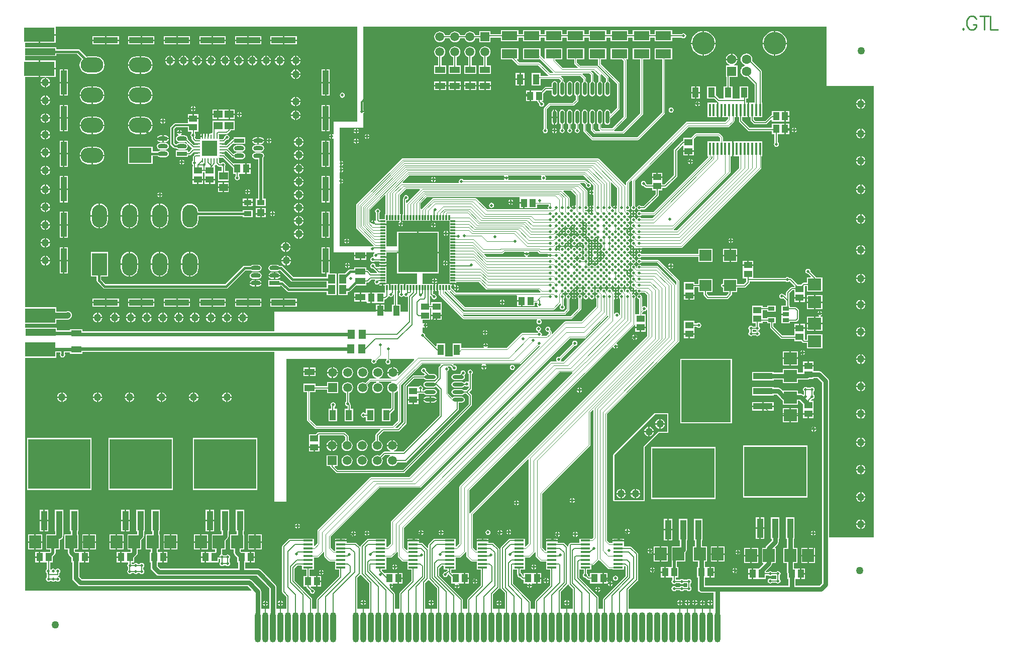
<source format=gtl>
%FSAX25Y25*%
%MOIN*%
G70*
G01*
G75*
G04 Layer_Physical_Order=1*
G04 Layer_Color=255*
%ADD10R,0.05118X0.05906*%
%ADD11R,0.10000X0.15000*%
%ADD12O,0.10000X0.15000*%
%ADD13R,0.15000X0.10000*%
%ADD14O,0.15000X0.10000*%
%ADD15R,0.20000X0.09500*%
%ADD16R,0.20000X0.04500*%
%ADD17R,0.04331X0.05512*%
%ADD18R,0.05512X0.04331*%
%ADD19R,0.08661X0.07874*%
%ADD20R,0.04331X0.06693*%
%ADD21R,0.01575X0.08465*%
%ADD22R,0.01575X0.08465*%
%ADD23R,0.06693X0.04331*%
%ADD24R,0.07874X0.08661*%
%ADD25R,0.08000X0.07200*%
%ADD26O,0.06500X0.03000*%
%ADD27R,0.06500X0.03000*%
%ADD28O,0.04000X0.20000*%
%ADD29R,0.01181X0.03169*%
%ADD30R,0.03169X0.01181*%
%ADD31R,0.26378X0.26378*%
%ADD32R,0.06496X0.01181*%
%ADD33R,0.41339X0.33071*%
%ADD34R,0.04134X0.12992*%
%ADD35R,0.33071X0.41339*%
%ADD36R,0.12992X0.04134*%
%ADD37R,0.04331X0.02559*%
%ADD38O,0.07480X0.02362*%
%ADD39C,0.01969*%
%ADD40O,0.02362X0.08661*%
%ADD41R,0.10236X0.05906*%
%ADD42R,0.05100X0.03500*%
%ADD43R,0.05100X0.04700*%
%ADD44R,0.04000X0.16000*%
%ADD45R,0.16000X0.04000*%
%ADD46R,0.05906X0.05118*%
%ADD47O,0.03150X0.00984*%
%ADD48O,0.00984X0.03150*%
%ADD49R,0.10236X0.10236*%
%ADD50C,0.00492*%
%ADD51C,0.03150*%
%ADD52C,0.00787*%
%ADD53C,0.01000*%
%ADD54C,0.01969*%
%ADD55C,0.01181*%
%ADD56C,0.01575*%
%ADD57C,0.02362*%
%ADD58C,0.03937*%
%ADD59C,0.00900*%
%ADD60R,0.05906X0.05906*%
%ADD61C,0.05906*%
%ADD62C,0.05000*%
%ADD63C,0.14961*%
%ADD64C,0.06299*%
%ADD65R,0.06299X0.06299*%
%ADD66C,0.02598*%
G36*
X0218850Y0284959D02*
Y0272515D01*
X0218524D01*
Y0268953D01*
X0214961D01*
D01*
X0214961D01*
X0214883Y0269031D01*
Y0273036D01*
X0214986Y0273105D01*
X0215356Y0273658D01*
X0215486Y0274311D01*
X0215356Y0274964D01*
X0214986Y0275517D01*
X0214432Y0275887D01*
X0213779Y0276017D01*
X0213127Y0275887D01*
X0212573Y0275517D01*
X0212203Y0274964D01*
X0212073Y0274311D01*
X0212203Y0273658D01*
X0212573Y0273105D01*
X0212676Y0273036D01*
Y0268406D01*
X0212719Y0268188D01*
X0212257Y0267997D01*
X0212230Y0268037D01*
X0211677Y0268407D01*
X0211524Y0268437D01*
Y0266830D01*
X0211025D01*
Y0266331D01*
X0209417D01*
X0209320Y0266819D01*
X0209158Y0266733D01*
X0208729Y0266990D01*
Y0275491D01*
X0218388Y0285150D01*
X0218850Y0284959D01*
D02*
G37*
G36*
X0307972Y0283268D02*
X0307972D01*
Y0280323D01*
X0310828D01*
Y0279824D01*
X0311327D01*
Y0276378D01*
X0313681D01*
Y0276378D01*
X0313878D01*
X0314035Y0276378D01*
X0314035Y0276378D01*
Y0276378D01*
X0319587D01*
Y0278673D01*
X0327393D01*
Y0278049D01*
X0327140Y0277880D01*
X0326770Y0277326D01*
X0326640Y0276673D01*
X0326765Y0276045D01*
X0326448Y0275658D01*
X0286517D01*
X0279316Y0282859D01*
X0279007Y0283066D01*
X0278642Y0283138D01*
X0250593D01*
X0250229Y0283066D01*
X0249919Y0282859D01*
X0242872Y0275812D01*
X0242410Y0276003D01*
Y0279743D01*
X0246359Y0283692D01*
X0307972D01*
Y0283268D01*
D02*
G37*
G36*
X0511417Y0357382D02*
X0542913D01*
Y0058169D01*
X0513248D01*
Y0161776D01*
X0513102Y0162513D01*
X0513073Y0162660D01*
X0512572Y0163409D01*
X0508325Y0167656D01*
X0507576Y0168156D01*
X0506693Y0168332D01*
X0502965D01*
Y0168721D01*
X0502965Y0168721D01*
D01*
D01*
X0502965Y0168878D01*
Y0168905D01*
Y0168976D01*
X0502965Y0169075D01*
D01*
X0502965Y0169231D01*
X0502965Y0169231D01*
X0502965D01*
Y0171429D01*
X0496075D01*
Y0169231D01*
X0496075Y0169231D01*
X0496075D01*
X0496075Y0169075D01*
Y0168878D01*
D01*
D01*
X0496075D01*
Y0167379D01*
X0492539D01*
Y0169697D01*
X0482500D01*
Y0167379D01*
X0476524D01*
Y0167732D01*
X0462153D01*
Y0162221D01*
X0476524D01*
Y0162763D01*
X0482500D01*
Y0160445D01*
X0492539D01*
Y0162763D01*
X0498567D01*
X0499450Y0162938D01*
X0499796Y0163169D01*
X0502965D01*
Y0163716D01*
X0505737D01*
X0508632Y0160820D01*
Y0027841D01*
X0506903Y0026112D01*
X0490828D01*
Y0030559D01*
X0491374D01*
X0491374Y0030559D01*
Y0030559D01*
X0491374D01*
X0491571D01*
X0491728Y0030559D01*
X0491728Y0030559D01*
Y0030559D01*
X0493925D01*
Y0034003D01*
Y0037449D01*
X0491728D01*
X0491728Y0037449D01*
Y0037449D01*
X0491571Y0037449D01*
X0491472D01*
X0491374D01*
X0491217Y0037449D01*
X0491217Y0037449D01*
Y0037449D01*
X0489875D01*
Y0040984D01*
X0492193D01*
Y0051024D01*
X0489781D01*
Y0057000D01*
X0490228D01*
Y0071370D01*
X0484717D01*
Y0057000D01*
X0485164D01*
Y0051024D01*
X0482941D01*
Y0040984D01*
X0485259D01*
Y0034957D01*
X0485434Y0034073D01*
X0485665Y0033728D01*
Y0030559D01*
X0486211D01*
Y0026112D01*
X0430828D01*
Y0031559D01*
X0431374D01*
X0431374Y0031559D01*
Y0031559D01*
X0431374D01*
X0431571D01*
X0431728Y0031559D01*
X0431728Y0031559D01*
Y0031559D01*
X0433925D01*
Y0035003D01*
Y0038449D01*
X0431728D01*
X0431728Y0038449D01*
Y0038449D01*
X0431571Y0038449D01*
X0431472D01*
X0431374D01*
X0431217Y0038449D01*
X0431217Y0038449D01*
Y0038449D01*
X0430828D01*
Y0041984D01*
X0432193D01*
Y0052024D01*
X0428781D01*
Y0056000D01*
X0429228D01*
Y0070370D01*
X0423716D01*
Y0056000D01*
X0424164D01*
Y0052024D01*
X0422941D01*
Y0041984D01*
X0426212D01*
Y0038449D01*
X0425665D01*
Y0031559D01*
X0426212D01*
Y0023804D01*
X0426387Y0022921D01*
X0426888Y0022172D01*
X0427636Y0021671D01*
X0428520Y0021496D01*
X0436614D01*
Y0010925D01*
X0380376D01*
Y0023347D01*
X0386253Y0029223D01*
X0386492Y0029581D01*
X0386576Y0030004D01*
X0386576Y0030004D01*
X0386576Y0030004D01*
Y0030004D01*
Y0047004D01*
X0386492Y0047426D01*
X0386253Y0047785D01*
X0382414Y0051623D01*
X0382056Y0051862D01*
X0381634Y0051946D01*
X0377335D01*
Y0052122D01*
Y0054327D01*
X0377335Y0054327D01*
D01*
D01*
X0377335Y0054681D01*
D01*
Y0054681D01*
X0377335Y0054681D01*
X0377335Y0055035D01*
X0377335Y0055035D01*
X0377335D01*
Y0055461D01*
X0369461D01*
Y0055035D01*
X0369461Y0055035D01*
X0369461D01*
X0369461Y0054681D01*
X0369461Y0054681D01*
D01*
X0369461Y0054355D01*
X0367564D01*
X0365816Y0056104D01*
Y0139861D01*
X0413568Y0187613D01*
X0413568Y0187613D01*
X0413568Y0187613D01*
X0413774Y0187923D01*
X0413847Y0188287D01*
Y0227953D01*
X0413774Y0228318D01*
X0413568Y0228627D01*
X0400280Y0241914D01*
X0399971Y0242121D01*
X0399606Y0242194D01*
X0388777D01*
X0388608Y0242446D01*
X0388054Y0242816D01*
X0387402Y0242946D01*
X0386749Y0242816D01*
X0386195Y0242446D01*
X0385825Y0241893D01*
X0385696Y0241240D01*
X0385825Y0240587D01*
X0386195Y0240034D01*
X0386749Y0239664D01*
X0387402Y0239534D01*
X0388054Y0239664D01*
X0388608Y0240034D01*
X0388777Y0240287D01*
X0399211D01*
X0411940Y0227558D01*
Y0226075D01*
X0411462Y0225930D01*
X0411304Y0226166D01*
X0411304Y0226166D01*
X0399493Y0237977D01*
X0399184Y0238184D01*
X0398819Y0238257D01*
X0388777D01*
X0388608Y0238509D01*
X0388054Y0238879D01*
X0387402Y0239009D01*
X0386749Y0238879D01*
X0386195Y0238509D01*
X0385825Y0237956D01*
X0385696Y0237303D01*
X0385796Y0236800D01*
X0385500Y0236642D01*
X0385098Y0236940D01*
X0385171Y0237303D01*
X0385041Y0237956D01*
X0384671Y0238509D01*
X0384117Y0238879D01*
X0383465Y0239009D01*
X0382812Y0238879D01*
X0382258Y0238509D01*
X0381888Y0237956D01*
X0381759Y0237303D01*
X0381888Y0236650D01*
X0382258Y0236097D01*
X0382812Y0235727D01*
X0383318Y0235626D01*
X0383532Y0235174D01*
X0383476Y0235070D01*
X0383465Y0235072D01*
X0382812Y0234942D01*
X0382258Y0234573D01*
X0381888Y0234019D01*
X0381759Y0233366D01*
X0381888Y0232713D01*
X0382258Y0232160D01*
X0382812Y0231790D01*
X0383465Y0231660D01*
X0383524Y0231672D01*
X0383821Y0231270D01*
X0383722Y0231084D01*
X0383465Y0231135D01*
X0382812Y0231005D01*
X0382258Y0230635D01*
X0381888Y0230082D01*
X0381759Y0229429D01*
X0381888Y0228776D01*
X0382258Y0228223D01*
X0382812Y0227853D01*
X0383441Y0227728D01*
X0383655Y0227276D01*
X0383599Y0227171D01*
X0383465Y0227198D01*
X0382812Y0227068D01*
X0382258Y0226698D01*
X0381888Y0226145D01*
X0381759Y0225492D01*
X0381888Y0224839D01*
X0382258Y0224286D01*
X0382812Y0223916D01*
X0383465Y0223786D01*
X0383524Y0223798D01*
X0383821Y0223396D01*
X0383722Y0223210D01*
X0383965Y0223162D01*
Y0222055D01*
X0385071D01*
X0385041Y0222208D01*
X0385041Y0222208D01*
X0385041Y0222208D01*
X0385052Y0222387D01*
X0385528Y0222540D01*
X0385821Y0222184D01*
X0385696Y0221555D01*
X0385825Y0220902D01*
X0386195Y0220349D01*
X0386749Y0219979D01*
X0387402Y0219849D01*
X0388054Y0219979D01*
X0388608Y0220349D01*
X0388777Y0220602D01*
X0390845D01*
X0392551Y0218896D01*
Y0210625D01*
X0392072Y0210480D01*
X0391757Y0210950D01*
X0391204Y0211320D01*
X0390551Y0211450D01*
X0389898Y0211320D01*
X0389583Y0211110D01*
X0389142Y0211346D01*
Y0216929D01*
X0389070Y0217294D01*
X0389049Y0217325D01*
X0389108Y0217618D01*
X0388978Y0218271D01*
X0388608Y0218824D01*
X0388054Y0219194D01*
X0387402Y0219324D01*
X0386749Y0219194D01*
X0386195Y0218824D01*
X0385825Y0218271D01*
X0385696Y0217618D01*
X0385825Y0216965D01*
X0386195Y0216412D01*
X0386749Y0216042D01*
X0387236Y0215945D01*
Y0207382D01*
Y0206102D01*
X0384771D01*
X0384771Y0206102D01*
Y0206102D01*
X0384744Y0206102D01*
X0384418Y0206429D01*
Y0216243D01*
X0384671Y0216412D01*
X0385041Y0216965D01*
X0385171Y0217618D01*
X0385041Y0218271D01*
X0384671Y0218824D01*
X0384117Y0219194D01*
X0383465Y0219324D01*
X0382836Y0219199D01*
X0382449Y0219516D01*
Y0219587D01*
X0382740Y0219965D01*
X0382812Y0219979D01*
D01*
D01*
D01*
X0382812Y0219979D01*
X0382965Y0219949D01*
Y0221055D01*
X0381858D01*
X0381809Y0221298D01*
X0381624Y0221198D01*
X0381222Y0221496D01*
X0381234Y0221555D01*
X0381104Y0222208D01*
X0380734Y0222762D01*
X0380180Y0223131D01*
X0379528Y0223261D01*
X0378875Y0223131D01*
X0378321Y0222762D01*
X0377951Y0222208D01*
X0377821Y0221555D01*
X0377897Y0221175D01*
X0377656Y0221046D01*
X0377255Y0221344D01*
X0377296Y0221555D01*
X0377167Y0222208D01*
X0376797Y0222762D01*
X0376243Y0223131D01*
X0375590Y0223261D01*
X0374938Y0223131D01*
X0374384Y0222762D01*
X0374014Y0222208D01*
X0373885Y0221555D01*
X0374014Y0220902D01*
X0374384Y0220349D01*
X0374938Y0219979D01*
X0375567Y0219854D01*
X0375781Y0219402D01*
X0375725Y0219297D01*
X0375590Y0219324D01*
X0374938Y0219194D01*
X0374384Y0218824D01*
X0374014Y0218271D01*
X0373885Y0217618D01*
X0374014Y0216965D01*
X0374384Y0216412D01*
X0374637Y0216243D01*
Y0205499D01*
X0374140Y0205450D01*
X0374017Y0206066D01*
X0373647Y0206620D01*
X0373094Y0206990D01*
X0372441Y0207119D01*
X0371788Y0206990D01*
X0371235Y0206620D01*
X0371117Y0206444D01*
X0370638Y0206589D01*
Y0215720D01*
X0371025Y0216037D01*
X0371153Y0216012D01*
Y0217617D01*
Y0219225D01*
X0371036Y0219201D01*
X0370621Y0219479D01*
X0370575Y0219708D01*
X0370991Y0219986D01*
X0371001Y0219979D01*
X0371153Y0219949D01*
Y0221055D01*
X0370047D01*
X0370048Y0221052D01*
X0369752Y0220894D01*
X0369350Y0221192D01*
X0369423Y0221555D01*
X0369293Y0222208D01*
X0368923Y0222762D01*
X0368369Y0223131D01*
X0367717Y0223261D01*
X0367064Y0223131D01*
X0366510Y0222762D01*
X0366140Y0222208D01*
X0366010Y0221555D01*
X0366086Y0221175D01*
X0365845Y0221046D01*
X0365444Y0221344D01*
X0365486Y0221555D01*
X0365356Y0222208D01*
X0364986Y0222762D01*
X0364432Y0223131D01*
X0363779Y0223261D01*
X0363127Y0223131D01*
X0362573Y0222762D01*
X0362203Y0222208D01*
X0362073Y0221555D01*
X0362149Y0221175D01*
X0361908Y0221046D01*
X0361507Y0221344D01*
X0361548Y0221555D01*
X0361419Y0222208D01*
X0361049Y0222762D01*
X0360495Y0223131D01*
X0359842Y0223261D01*
X0359190Y0223131D01*
X0358636Y0222762D01*
X0358266Y0222208D01*
X0358137Y0221555D01*
X0358266Y0220902D01*
X0358636Y0220349D01*
X0359190Y0219979D01*
X0359819Y0219854D01*
X0360033Y0219402D01*
X0359977Y0219297D01*
X0359842Y0219324D01*
X0359190Y0219194D01*
X0358636Y0218824D01*
X0358266Y0218271D01*
X0358137Y0217618D01*
X0358266Y0216965D01*
X0358636Y0216412D01*
X0358791Y0216308D01*
Y0211320D01*
X0348818Y0201347D01*
X0338386D01*
X0338386Y0201347D01*
X0338021Y0201274D01*
X0337918Y0201206D01*
X0337712Y0201068D01*
X0337712Y0201068D01*
X0329565Y0192921D01*
X0329103Y0193112D01*
Y0194488D01*
X0329103Y0194488D01*
X0329030Y0194853D01*
X0328962Y0194956D01*
X0328824Y0195162D01*
X0328824Y0195162D01*
X0328287Y0195699D01*
X0328379Y0196161D01*
X0328249Y0196814D01*
X0327880Y0197368D01*
X0327326Y0197738D01*
X0326673Y0197867D01*
X0326020Y0197738D01*
X0325467Y0197368D01*
X0325097Y0196814D01*
X0324967Y0196161D01*
X0325097Y0195509D01*
X0325467Y0194955D01*
X0326020Y0194585D01*
X0326673Y0194455D01*
X0326807Y0194482D01*
X0327196Y0194093D01*
Y0193308D01*
X0325589Y0191701D01*
X0322961D01*
X0322644Y0192088D01*
X0322769Y0192717D01*
X0322639Y0193369D01*
X0322269Y0193923D01*
X0321716Y0194293D01*
X0321063Y0194423D01*
X0321022Y0194628D01*
X0321125Y0194782D01*
D01*
X0321679Y0195152D01*
X0322049Y0195705D01*
X0322179Y0196358D01*
X0322049Y0197011D01*
X0321679Y0197565D01*
X0321125Y0197934D01*
X0320472Y0198064D01*
X0319820Y0197934D01*
X0319266Y0197565D01*
X0318896Y0197011D01*
X0318766Y0196358D01*
X0318896Y0195705D01*
X0319266Y0195152D01*
X0319820Y0194782D01*
X0320198Y0194707D01*
X0320296Y0194216D01*
X0319857Y0193923D01*
X0319688Y0193670D01*
X0309744D01*
X0309379Y0193597D01*
X0309070Y0193391D01*
X0299310Y0183631D01*
X0286756D01*
X0286611Y0184109D01*
X0286639Y0184128D01*
X0287009Y0184682D01*
X0287040Y0184835D01*
X0283826D01*
X0283857Y0184682D01*
X0284227Y0184128D01*
X0284256Y0184109D01*
X0284110Y0183631D01*
X0269390D01*
X0269193Y0183792D01*
Y0186614D01*
X0263484D01*
Y0178543D01*
D01*
Y0178543D01*
X0263158Y0178217D01*
X0258563D01*
Y0178543D01*
X0258563D01*
Y0186614D01*
X0252854D01*
Y0185088D01*
X0252392Y0184897D01*
X0245383Y0191907D01*
X0245407Y0192028D01*
X0245277Y0192680D01*
X0244907Y0193234D01*
X0244354Y0193604D01*
X0243701Y0193734D01*
Y0197230D01*
X0244142Y0197466D01*
X0244623Y0197144D01*
X0244776Y0197114D01*
Y0198720D01*
Y0200327D01*
X0244623Y0200297D01*
X0244142Y0199975D01*
X0243701Y0200211D01*
Y0202362D01*
X0248721D01*
Y0208071D01*
D01*
Y0208071D01*
X0248721Y0208071D01*
Y0208268D01*
X0248721D01*
Y0210018D01*
X0249311D01*
Y0208424D01*
X0249311Y0208424D01*
X0249311D01*
X0249311Y0208268D01*
Y0208071D01*
D01*
D01*
D01*
D01*
X0249311D01*
Y0205716D01*
X0256201D01*
Y0207914D01*
X0256201Y0207914D01*
D01*
D01*
X0256201Y0208071D01*
Y0208098D01*
Y0208169D01*
X0256201Y0208268D01*
D01*
X0256201Y0208424D01*
X0256201Y0208424D01*
X0256201D01*
Y0213976D01*
X0249311D01*
Y0212226D01*
X0248721D01*
Y0213976D01*
X0248466D01*
Y0218119D01*
X0248928Y0218310D01*
X0249499Y0217739D01*
X0249475Y0217618D01*
X0249605Y0216965D01*
X0249975Y0216412D01*
X0250528Y0216042D01*
X0251181Y0215912D01*
X0251834Y0216042D01*
X0252387Y0216412D01*
X0252757Y0216965D01*
X0252887Y0217618D01*
X0252757Y0218271D01*
X0252387Y0218824D01*
X0251834Y0219194D01*
X0251181Y0219324D01*
X0251060Y0219300D01*
X0250435Y0219926D01*
Y0221493D01*
X0250799D01*
Y0223765D01*
Y0226039D01*
X0243701D01*
Y0233126D01*
X0254350D01*
Y0246504D01*
X0226594D01*
Y0233126D01*
X0239764D01*
Y0226039D01*
X0232114D01*
Y0223765D01*
X0231114D01*
Y0226039D01*
X0228177D01*
Y0223765D01*
Y0221493D01*
X0228542D01*
Y0220547D01*
X0228321Y0220399D01*
X0227951Y0219846D01*
X0227821Y0219193D01*
X0227951Y0218540D01*
X0228321Y0217987D01*
X0228875Y0217617D01*
X0229528Y0217487D01*
X0230180Y0217617D01*
X0230734Y0217987D01*
X0230852Y0218164D01*
X0231352D01*
X0231471Y0217987D01*
X0232024Y0217617D01*
X0232677Y0217487D01*
X0233330Y0217617D01*
X0233396Y0217661D01*
X0233837Y0217425D01*
Y0207776D01*
X0229035D01*
Y0212598D01*
X0226813D01*
Y0214449D01*
X0226813Y0214449D01*
X0226813Y0214449D01*
Y0214449D01*
Y0221493D01*
X0227177D01*
Y0223765D01*
Y0226039D01*
X0222272D01*
Y0223765D01*
X0221272D01*
Y0226039D01*
X0219508D01*
Y0226040D01*
X0218523D01*
Y0225835D01*
X0217735D01*
Y0225055D01*
X0218524D01*
Y0221493D01*
X0218680D01*
Y0220449D01*
X0218280D01*
Y0220449D01*
X0212728D01*
X0212728Y0220449D01*
Y0220449D01*
X0212571Y0220449D01*
X0212472D01*
X0212374D01*
X0212217Y0220449D01*
X0212217Y0220449D01*
Y0220449D01*
X0210020D01*
Y0217003D01*
Y0213559D01*
X0212374D01*
Y0213559D01*
X0212571D01*
X0212728Y0213559D01*
X0212728Y0213559D01*
Y0213559D01*
X0218280D01*
Y0215900D01*
X0218677D01*
X0219100Y0215984D01*
X0219458Y0216223D01*
X0219458Y0216223D01*
X0219458Y0216223D01*
X0220564Y0217330D01*
X0220803Y0217688D01*
X0220806Y0217700D01*
X0221039Y0217856D01*
X0221281Y0217956D01*
X0221788Y0217617D01*
X0222441Y0217487D01*
X0223094Y0217617D01*
X0223647Y0217987D01*
X0224017Y0218540D01*
X0224107Y0218993D01*
X0224605Y0218944D01*
Y0214449D01*
X0224605Y0214449D01*
X0224605D01*
Y0212598D01*
X0223327D01*
Y0207776D01*
X0218406D01*
Y0208063D01*
X0212697D01*
Y0207776D01*
X0145276D01*
Y0194722D01*
X0017815D01*
Y0196260D01*
X0009744D01*
Y0195312D01*
X0000892D01*
Y0196958D01*
X-0020079D01*
Y0199738D01*
X0000492D01*
Y0202497D01*
X0008031D01*
X0008032Y0202497D01*
X0008378Y0202542D01*
X0008725Y0202588D01*
X0009182Y0202777D01*
X0009372Y0202856D01*
X0009927Y0203282D01*
X0010163Y0203518D01*
X0010589Y0204073D01*
X0010857Y0204720D01*
X0010948Y0205413D01*
X0010857Y0206107D01*
X0010589Y0206754D01*
X0010163Y0207309D01*
X0009608Y0207735D01*
X0008962Y0208002D01*
X0008268Y0208094D01*
X0007574Y0208002D01*
X0007224Y0207858D01*
X0000492D01*
Y0210616D01*
X-0020079D01*
Y0363439D01*
X-0011091D01*
Y0368877D01*
Y0374317D01*
X-0020079D01*
Y0377300D01*
X0000498D01*
Y0378734D01*
X0014413D01*
X0017743Y0375403D01*
X0017742Y0375376D01*
X0016830Y0374188D01*
X0016257Y0372804D01*
X0016061Y0371319D01*
X0016257Y0369834D01*
X0016830Y0368450D01*
X0017742Y0367262D01*
X0018930Y0366350D01*
X0020314Y0365776D01*
X0021799Y0365581D01*
X0026799D01*
X0028284Y0365776D01*
X0029668Y0366350D01*
X0030857Y0367262D01*
X0031769Y0368450D01*
X0032342Y0369834D01*
X0032537Y0371319D01*
X0032342Y0372804D01*
X0031769Y0374188D01*
X0030857Y0375376D01*
X0029668Y0376288D01*
X0028284Y0376862D01*
X0026799Y0377057D01*
X0021799D01*
X0020516Y0376888D01*
X0016101Y0381304D01*
X0015612Y0381630D01*
X0015036Y0381745D01*
X0000498D01*
Y0383178D01*
X-0020079D01*
Y0385959D01*
X-0011091D01*
Y0391399D01*
X-0010592D01*
Y0391898D01*
X0000098D01*
Y0396752D01*
X0200394D01*
Y0333760D01*
X0184646D01*
Y0325572D01*
X0184205Y0325336D01*
X0183822Y0325592D01*
X0183669Y0325622D01*
Y0324015D01*
Y0322409D01*
X0183822Y0322440D01*
X0184205Y0322695D01*
X0184646Y0322460D01*
Y0255020D01*
Y0247146D01*
X0198327D01*
Y0245480D01*
X0206398D01*
Y0247146D01*
X0211671D01*
X0211817Y0246667D01*
X0211392Y0246384D01*
X0211022Y0245830D01*
X0210892Y0245177D01*
X0211022Y0244524D01*
X0211025Y0244520D01*
X0210748Y0244104D01*
X0210630Y0244127D01*
X0209977Y0243997D01*
X0209424Y0243628D01*
X0209054Y0243074D01*
X0208924Y0242421D01*
X0209054Y0241768D01*
X0209424Y0241215D01*
X0209977Y0240845D01*
X0210630Y0240715D01*
X0211283Y0240845D01*
X0211483Y0240979D01*
X0214961D01*
Y0240803D01*
Y0240614D01*
X0219508D01*
Y0240803D01*
Y0242772D01*
Y0243551D01*
X0217234D01*
Y0244551D01*
X0219508D01*
Y0244740D01*
Y0246709D01*
Y0247146D01*
X0226594D01*
Y0247504D01*
X0239972D01*
Y0260882D01*
X0226594D01*
Y0251083D01*
X0219508D01*
Y0252614D01*
Y0254583D01*
Y0256551D01*
Y0258520D01*
Y0260488D01*
Y0262457D01*
Y0264425D01*
Y0265205D01*
X0217234D01*
Y0266205D01*
X0219508D01*
Y0266394D01*
Y0267969D01*
X0228142D01*
X0228287Y0267490D01*
X0227927Y0267250D01*
X0227558Y0266696D01*
X0227527Y0266543D01*
X0230740D01*
X0230710Y0266696D01*
X0230340Y0267250D01*
X0229980Y0267490D01*
X0230125Y0267968D01*
X0229146D01*
Y0270241D01*
Y0272515D01*
X0228611D01*
Y0285137D01*
X0232580Y0289106D01*
X0241742D01*
X0241933Y0288644D01*
X0233180Y0279891D01*
X0232718Y0280082D01*
Y0281668D01*
X0233330Y0281790D01*
X0233884Y0282160D01*
X0234253Y0282713D01*
X0234383Y0283366D01*
X0234253Y0284019D01*
X0233884Y0284573D01*
X0233330Y0284942D01*
X0232677Y0285072D01*
X0232024Y0284942D01*
X0231471Y0284573D01*
X0231101Y0284019D01*
X0230971Y0283366D01*
X0230995Y0283245D01*
X0230834Y0283084D01*
X0230594Y0282726D01*
X0230510Y0282303D01*
Y0272515D01*
X0230146D01*
Y0270241D01*
Y0267969D01*
X0248831D01*
Y0270243D01*
X0249831D01*
Y0267969D01*
X0261437D01*
Y0266394D01*
Y0264425D01*
Y0262457D01*
Y0260488D01*
Y0260299D01*
X0263711D01*
Y0259299D01*
X0261437D01*
Y0258520D01*
Y0256551D01*
Y0254583D01*
Y0252614D01*
Y0250646D01*
Y0248677D01*
Y0246709D01*
Y0244740D01*
Y0242772D01*
Y0240803D01*
Y0240614D01*
X0263711D01*
Y0239614D01*
X0261437D01*
Y0238835D01*
Y0236866D01*
Y0234898D01*
Y0232929D01*
Y0230961D01*
Y0228992D01*
Y0227024D01*
Y0226835D01*
X0265984D01*
Y0227024D01*
Y0227350D01*
X0281046D01*
X0285842Y0222554D01*
X0285842D01*
X0285842Y0222554D01*
X0285842Y0222554D01*
Y0222554D01*
X0286151Y0222348D01*
X0286516Y0222275D01*
X0320668D01*
X0321859Y0221084D01*
X0321783Y0221160D01*
X0321734Y0220662D01*
X0321550Y0220540D01*
X0265716D01*
X0262421Y0223835D01*
Y0225055D01*
X0263210D01*
Y0225835D01*
X0262421D01*
Y0226040D01*
X0261437D01*
Y0226039D01*
X0253768D01*
Y0223765D01*
Y0221493D01*
X0254283D01*
Y0219468D01*
X0254355Y0219104D01*
X0254562Y0218794D01*
X0254562Y0218794D01*
X0254562Y0218794D01*
Y0218794D01*
X0270192Y0203165D01*
X0270192Y0203165D01*
X0270501Y0202958D01*
X0270866Y0202885D01*
X0319691D01*
X0319836Y0202407D01*
X0319660Y0202289D01*
X0319290Y0201735D01*
X0319160Y0201083D01*
X0319290Y0200430D01*
X0319660Y0199876D01*
X0320213Y0199506D01*
X0320866Y0199377D01*
X0321519Y0199506D01*
X0322073Y0199876D01*
X0322442Y0200430D01*
X0322572Y0201083D01*
X0322442Y0201735D01*
X0322073Y0202289D01*
X0321896Y0202407D01*
X0322041Y0202885D01*
X0342224D01*
X0342589Y0202958D01*
X0342899Y0203165D01*
X0348706Y0208972D01*
X0348706Y0208972D01*
X0348844Y0209178D01*
X0348912Y0209281D01*
X0348985Y0209646D01*
X0348985Y0209646D01*
Y0216243D01*
X0349238Y0216412D01*
X0349608Y0216965D01*
X0349738Y0217618D01*
X0349608Y0218271D01*
X0349238Y0218824D01*
X0348684Y0219194D01*
X0348031Y0219324D01*
X0347379Y0219194D01*
X0346825Y0218824D01*
X0346455Y0218271D01*
X0346325Y0217618D01*
X0346455Y0216965D01*
X0346825Y0216412D01*
X0347078Y0216243D01*
Y0210041D01*
X0341829Y0204792D01*
X0271261D01*
X0270383Y0205670D01*
X0270472Y0205838D01*
X0337795D01*
X0338160Y0205911D01*
X0338469Y0206117D01*
X0340733Y0208381D01*
X0340940Y0208690D01*
X0341012Y0209055D01*
Y0216177D01*
X0341364Y0216412D01*
X0341734Y0216965D01*
X0341863Y0217618D01*
X0341734Y0218271D01*
X0341364Y0218824D01*
X0340810Y0219194D01*
X0340158Y0219324D01*
X0339505Y0219194D01*
X0338951Y0218824D01*
X0338581Y0218271D01*
X0338452Y0217618D01*
X0338581Y0216965D01*
X0338951Y0216412D01*
X0339106Y0216308D01*
Y0209450D01*
X0337400Y0207745D01*
X0270867D01*
X0258158Y0220454D01*
Y0221182D01*
X0258620Y0221373D01*
X0270825Y0209168D01*
X0270825Y0209168D01*
X0271134Y0208962D01*
X0271499Y0208889D01*
X0330118D01*
X0330483Y0208962D01*
X0330792Y0209168D01*
X0330792Y0209168D01*
X0330792Y0209168D01*
X0334805Y0213181D01*
X0335267Y0212990D01*
Y0212104D01*
X0335014Y0211935D01*
X0334644Y0211381D01*
X0334514Y0210728D01*
X0334644Y0210075D01*
X0335014Y0209522D01*
X0335568Y0209152D01*
X0336221Y0209022D01*
X0336873Y0209152D01*
X0337427Y0209522D01*
X0337797Y0210075D01*
X0337927Y0210728D01*
X0337797Y0211381D01*
X0337427Y0211935D01*
X0337174Y0212104D01*
Y0216243D01*
X0337427Y0216412D01*
X0337797Y0216965D01*
X0337927Y0217618D01*
X0337797Y0218271D01*
X0337427Y0218824D01*
X0336873Y0219194D01*
X0336221Y0219324D01*
X0335963Y0219273D01*
X0335864Y0219459D01*
X0336161Y0219861D01*
X0336221Y0219849D01*
X0336873Y0219979D01*
X0337427Y0220349D01*
X0337797Y0220902D01*
X0337927Y0221555D01*
X0337979Y0221608D01*
X0338048Y0221600D01*
X0338468Y0221473D01*
X0338581Y0220902D01*
X0338951Y0220349D01*
X0339505Y0219979D01*
X0340158Y0219849D01*
X0340810Y0219979D01*
X0341364Y0220349D01*
X0341734Y0220902D01*
X0341847Y0221473D01*
X0342126Y0221557D01*
X0342405Y0221473D01*
X0342388Y0221555D01*
X0342488Y0222055D01*
X0343595D01*
Y0223162D01*
X0344094Y0223261D01*
X0344082Y0223274D01*
Y0223774D01*
X0344094Y0223786D01*
X0344747Y0223916D01*
X0345301Y0224286D01*
X0345671Y0224839D01*
X0345800Y0225492D01*
X0345853Y0225545D01*
X0345922Y0225537D01*
X0346342Y0225410D01*
X0346455Y0224839D01*
X0346825Y0224286D01*
X0347379Y0223916D01*
X0348031Y0223786D01*
X0348684Y0223916D01*
X0349238Y0224286D01*
X0349608Y0224839D01*
X0349738Y0225492D01*
X0349790Y0225545D01*
X0349859Y0225537D01*
X0350279Y0225410D01*
X0350392Y0224839D01*
X0350762Y0224286D01*
X0351316Y0223916D01*
X0351886Y0223802D01*
X0351971Y0223524D01*
X0351886Y0223245D01*
X0351316Y0223131D01*
X0350762Y0222762D01*
X0350392Y0222208D01*
X0350262Y0221555D01*
X0350392Y0220902D01*
X0350762Y0220349D01*
X0351316Y0219979D01*
X0351886Y0219865D01*
X0351971Y0219587D01*
X0351886Y0219308D01*
X0351316Y0219194D01*
X0350762Y0218824D01*
X0350392Y0218271D01*
X0350262Y0217618D01*
X0350392Y0216965D01*
X0350762Y0216412D01*
X0351316Y0216042D01*
X0351969Y0215912D01*
X0352621Y0216042D01*
X0353175Y0216412D01*
X0353545Y0216965D01*
X0353675Y0217618D01*
X0353727Y0217671D01*
X0353797Y0217663D01*
X0354216Y0217536D01*
X0354329Y0216965D01*
X0354699Y0216412D01*
X0355253Y0216042D01*
X0355906Y0215912D01*
X0356558Y0216042D01*
X0357112Y0216412D01*
X0357482Y0216965D01*
X0357611Y0217618D01*
X0357482Y0218271D01*
X0357112Y0218824D01*
X0356558Y0219194D01*
X0355906Y0219324D01*
D01*
X0355818Y0219762D01*
X0355906Y0219849D01*
X0356558Y0219979D01*
X0357112Y0220349D01*
X0357482Y0220902D01*
X0357611Y0221555D01*
X0357482Y0222208D01*
X0357112Y0222762D01*
X0356558Y0223131D01*
X0355906Y0223261D01*
D01*
X0355818Y0223699D01*
X0355906Y0223786D01*
X0356558Y0223916D01*
X0357112Y0224286D01*
X0357482Y0224839D01*
X0357611Y0225492D01*
X0357664Y0225545D01*
X0357733Y0225537D01*
X0358153Y0225410D01*
X0358266Y0224839D01*
X0358636Y0224286D01*
X0359190Y0223916D01*
X0359842Y0223786D01*
X0360495Y0223916D01*
X0361049Y0224286D01*
X0361419Y0224839D01*
X0361548Y0225492D01*
X0361601Y0225545D01*
X0361670Y0225537D01*
X0362090Y0225410D01*
X0362203Y0224839D01*
X0362573Y0224286D01*
X0363127Y0223916D01*
X0363779Y0223786D01*
X0364432Y0223916D01*
X0364986Y0224286D01*
X0365356Y0224839D01*
X0365486Y0225492D01*
X0365538Y0225545D01*
X0365608Y0225537D01*
X0366027Y0225410D01*
X0366140Y0224839D01*
X0366510Y0224286D01*
X0367064Y0223916D01*
X0367717Y0223786D01*
X0368369Y0223916D01*
X0368923Y0224286D01*
X0369293Y0224839D01*
X0369423Y0225492D01*
X0369475Y0225545D01*
X0369545Y0225537D01*
X0369964Y0225410D01*
X0370077Y0224839D01*
X0370447Y0224286D01*
X0371001Y0223916D01*
X0371654Y0223786D01*
X0372306Y0223916D01*
X0372860Y0224286D01*
X0373230Y0224839D01*
X0373359Y0225492D01*
X0373412Y0225545D01*
X0373481Y0225537D01*
X0373901Y0225410D01*
X0374014Y0224839D01*
X0374384Y0224286D01*
X0374938Y0223916D01*
X0375590Y0223786D01*
X0376243Y0223916D01*
X0376797Y0224286D01*
X0377167Y0224839D01*
X0377296Y0225492D01*
X0377349Y0225545D01*
X0377419Y0225537D01*
X0377838Y0225410D01*
X0377951Y0224839D01*
X0378321Y0224286D01*
X0378875Y0223916D01*
X0379528Y0223786D01*
X0380180Y0223916D01*
X0380734Y0224286D01*
X0381104Y0224839D01*
X0381234Y0225492D01*
X0381104Y0226145D01*
X0380734Y0226698D01*
X0380180Y0227068D01*
X0379528Y0227198D01*
D01*
X0379440Y0227636D01*
X0379528Y0227723D01*
X0380180Y0227853D01*
X0380734Y0228223D01*
X0381104Y0228776D01*
X0381234Y0229429D01*
X0381104Y0230082D01*
X0380734Y0230635D01*
X0380180Y0231005D01*
X0379528Y0231135D01*
D01*
X0379440Y0231573D01*
X0379527Y0231660D01*
X0379200Y0231725D01*
X0379135Y0232051D01*
X0379028Y0232212D01*
Y0233365D01*
Y0234835D01*
X0377558D01*
Y0235835D01*
X0378713D01*
X0378875Y0235727D01*
X0379200Y0235662D01*
X0379265Y0235335D01*
X0379528Y0235597D01*
X0380180Y0235727D01*
X0380734Y0236097D01*
X0381104Y0236650D01*
X0381234Y0237303D01*
X0381104Y0237956D01*
X0380734Y0238509D01*
X0380180Y0238879D01*
X0379528Y0239009D01*
D01*
X0379440Y0239447D01*
X0379528Y0239534D01*
X0380180Y0239664D01*
X0380734Y0240034D01*
X0381104Y0240587D01*
X0381234Y0241240D01*
X0381286Y0241293D01*
X0381356Y0241285D01*
X0381775Y0241158D01*
X0381888Y0240587D01*
X0382258Y0240034D01*
X0382812Y0239664D01*
X0383465Y0239534D01*
X0384117Y0239664D01*
X0384671Y0240034D01*
X0385041Y0240587D01*
X0385171Y0241240D01*
X0385041Y0241893D01*
X0384671Y0242446D01*
X0384117Y0242816D01*
X0383465Y0242946D01*
D01*
X0383378Y0243384D01*
X0383464Y0243471D01*
X0383137Y0243536D01*
X0383072Y0243862D01*
X0382965Y0244023D01*
Y0244677D01*
X0382310D01*
X0382149Y0244785D01*
X0381823Y0244850D01*
X0381758Y0245177D01*
X0381775Y0245259D01*
X0381496Y0245175D01*
X0381217Y0245259D01*
X0381104Y0245830D01*
X0380734Y0246384D01*
X0380180Y0246753D01*
X0379528Y0246883D01*
D01*
X0379440Y0247321D01*
X0379528Y0247408D01*
X0380180Y0247538D01*
X0380734Y0247908D01*
X0381104Y0248461D01*
X0381234Y0249114D01*
X0381104Y0249767D01*
X0380734Y0250321D01*
X0380180Y0250690D01*
X0379528Y0250820D01*
D01*
X0379440Y0251258D01*
X0379528Y0251345D01*
X0380180Y0251475D01*
X0380734Y0251845D01*
X0381104Y0252398D01*
X0381234Y0253051D01*
X0381104Y0253704D01*
X0380734Y0254257D01*
X0380180Y0254627D01*
X0379528Y0254757D01*
D01*
X0379440Y0255195D01*
X0379528Y0255282D01*
D01*
X0380180Y0255412D01*
X0380734Y0255782D01*
X0381104Y0256335D01*
X0381234Y0256988D01*
X0381104Y0257641D01*
X0380734Y0258194D01*
X0380180Y0258564D01*
X0379528Y0258694D01*
D01*
X0379440Y0259132D01*
X0379527Y0259219D01*
X0379200Y0259284D01*
X0379135Y0259610D01*
X0379028Y0259771D01*
Y0260924D01*
Y0262394D01*
X0377558D01*
Y0263394D01*
X0378713D01*
X0378875Y0263286D01*
X0379200Y0263221D01*
X0379265Y0262894D01*
X0379528Y0263156D01*
X0380180Y0263286D01*
X0380734Y0263656D01*
X0381104Y0264209D01*
X0381234Y0264862D01*
X0381104Y0265515D01*
X0380734Y0266069D01*
X0380180Y0266438D01*
X0379528Y0266568D01*
D01*
X0379440Y0267006D01*
X0379528Y0267093D01*
D01*
X0380180Y0267223D01*
X0380734Y0267593D01*
X0381104Y0268146D01*
X0381234Y0268799D01*
X0381104Y0269452D01*
X0380734Y0270005D01*
X0380180Y0270375D01*
X0379528Y0270505D01*
D01*
X0379440Y0270943D01*
X0379528Y0271030D01*
X0380180Y0271160D01*
X0380734Y0271530D01*
X0381104Y0272083D01*
X0381234Y0272736D01*
X0381104Y0273389D01*
X0380734Y0273942D01*
X0380180Y0274312D01*
X0379528Y0274442D01*
X0379164Y0274370D01*
X0378867Y0274772D01*
X0379025Y0275067D01*
X0379528Y0274967D01*
X0380180Y0275097D01*
X0380734Y0275467D01*
X0381104Y0276020D01*
X0381234Y0276673D01*
X0381104Y0277326D01*
X0380734Y0277880D01*
X0380481Y0278049D01*
Y0293109D01*
X0382049Y0294677D01*
X0382511Y0294486D01*
Y0278049D01*
X0382258Y0277880D01*
X0381888Y0277326D01*
X0381759Y0276673D01*
X0381888Y0276020D01*
X0382258Y0275467D01*
X0382812Y0275097D01*
X0383465Y0274967D01*
X0384117Y0275097D01*
X0384671Y0275467D01*
X0385041Y0276020D01*
X0385171Y0276673D01*
X0385041Y0277326D01*
X0384671Y0277880D01*
X0384418Y0278049D01*
Y0294487D01*
X0419981Y0330051D01*
X0446260D01*
X0446625Y0330123D01*
X0446934Y0330330D01*
X0450182Y0333578D01*
X0450182Y0333578D01*
X0450182Y0333578D01*
X0450389Y0333887D01*
X0450401Y0333948D01*
X0450461Y0334252D01*
X0450461Y0334252D01*
Y0336614D01*
X0451567D01*
Y0341536D01*
X0452567D01*
Y0336614D01*
X0453522D01*
Y0334154D01*
X0453606Y0333731D01*
X0453845Y0333373D01*
X0459456Y0327763D01*
X0459814Y0327523D01*
X0460236Y0327439D01*
X0475295D01*
Y0325590D01*
X0477046D01*
Y0319864D01*
X0476770Y0319452D01*
X0476640Y0318799D01*
X0476770Y0318146D01*
X0477140Y0317593D01*
X0477694Y0317223D01*
X0478346Y0317093D01*
X0478999Y0317223D01*
X0479553Y0317593D01*
X0479923Y0318146D01*
X0480053Y0318799D01*
X0479923Y0319452D01*
X0479553Y0320005D01*
X0479253Y0320205D01*
Y0325590D01*
X0481004D01*
X0481004Y0325590D01*
Y0325590D01*
X0481004D01*
X0481201D01*
X0481357Y0325590D01*
X0481357Y0325590D01*
Y0325590D01*
X0483555D01*
Y0329034D01*
Y0332480D01*
X0481357D01*
X0481357Y0332480D01*
Y0332480D01*
X0481201Y0332480D01*
X0481102D01*
X0481004D01*
X0480847Y0332480D01*
X0480847Y0332480D01*
Y0332480D01*
X0475295D01*
Y0329647D01*
X0460694D01*
X0455730Y0334611D01*
Y0336614D01*
X0459244D01*
Y0341534D01*
Y0346457D01*
X0458289D01*
Y0347882D01*
Y0349016D01*
X0459744D01*
Y0357087D01*
X0454035D01*
Y0349016D01*
D01*
Y0349016D01*
X0454005Y0348986D01*
X0449114D01*
Y0348986D01*
Y0349016D01*
X0449114Y0349339D01*
X0449114Y0349339D01*
X0449114D01*
Y0357087D01*
X0447364D01*
Y0363386D01*
X0452461D01*
Y0371063D01*
X0450192D01*
X0450094Y0371553D01*
X0450558Y0371745D01*
X0451360Y0372361D01*
X0451975Y0373163D01*
X0452362Y0374096D01*
X0452428Y0374598D01*
X0444816D01*
X0444882Y0374096D01*
X0445269Y0373163D01*
X0445884Y0372361D01*
X0446686Y0371745D01*
X0447150Y0371553D01*
X0447052Y0371063D01*
X0444783D01*
Y0363386D01*
X0445156D01*
Y0357087D01*
X0443405D01*
Y0349339D01*
X0443405Y0349339D01*
X0443405D01*
X0443405Y0349016D01*
X0443375Y0348986D01*
X0440469D01*
X0438091Y0351364D01*
Y0357087D01*
X0432382D01*
Y0349016D01*
X0437317D01*
X0439231Y0347101D01*
X0439480Y0346935D01*
X0439335Y0346457D01*
X0439772D01*
Y0341534D01*
Y0336614D01*
X0441331D01*
Y0341536D01*
X0442331D01*
Y0336614D01*
X0446094D01*
Y0335631D01*
X0444290Y0333827D01*
X0418898D01*
X0418533Y0333755D01*
X0418223Y0333548D01*
X0378853Y0294178D01*
X0378647Y0293869D01*
X0378574Y0293504D01*
Y0291833D01*
X0378112Y0291641D01*
X0360517Y0309237D01*
X0360207Y0309444D01*
X0359842Y0309516D01*
X0230431D01*
X0230066Y0309444D01*
X0229757Y0309237D01*
X0199916Y0279397D01*
X0199710Y0279088D01*
X0199637Y0278723D01*
Y0263502D01*
X0199710Y0263137D01*
X0199916Y0262828D01*
X0211199Y0251545D01*
X0211008Y0251083D01*
X0210889Y0251084D01*
D01*
X0210236Y0251214D01*
X0209583Y0251084D01*
X0209581Y0251083D01*
X0188583D01*
Y0292446D01*
X0188969Y0292763D01*
X0188870Y0292783D01*
Y0294389D01*
Y0295996D01*
X0188969Y0296016D01*
X0188583Y0296333D01*
Y0299946D01*
X0188969Y0300263D01*
X0188969Y0300263D01*
Y0301869D01*
Y0303477D01*
X0188969Y0303477D01*
X0188583Y0303794D01*
Y0304277D01*
X0188969Y0304594D01*
X0188969Y0304594D01*
Y0306200D01*
Y0307807D01*
X0188969Y0307808D01*
X0188583Y0308125D01*
Y0329823D01*
X0204331D01*
Y0339328D01*
X0204356Y0339345D01*
X0204726Y0339898D01*
X0204756Y0340051D01*
X0203149D01*
Y0341051D01*
X0204756D01*
X0204726Y0341204D01*
X0204356Y0341757D01*
X0204331Y0341774D01*
Y0396752D01*
X0511417D01*
Y0357382D01*
D02*
G37*
G36*
X0345110Y0284940D02*
Y0278571D01*
X0344723Y0278254D01*
X0344595Y0278280D01*
Y0276672D01*
X0344095D01*
Y0276173D01*
X0342488D01*
X0342388Y0276673D01*
X0342405Y0276755D01*
X0342126Y0276671D01*
X0341847Y0276755D01*
X0341734Y0277326D01*
X0341364Y0277880D01*
X0341111Y0278049D01*
Y0283071D01*
X0341111Y0283071D01*
X0341038Y0283436D01*
X0340832Y0283745D01*
X0337016Y0287561D01*
X0337207Y0288023D01*
X0342026D01*
X0345110Y0284940D01*
D02*
G37*
G36*
X0343004Y0167187D02*
X0268322Y0092505D01*
X0268115Y0092196D01*
X0268043Y0091831D01*
Y0054135D01*
X0266030Y0052122D01*
X0265745Y0052122D01*
X0265484Y0052230D01*
Y0054681D01*
D01*
Y0054681D01*
X0265484Y0054681D01*
Y0054681D01*
X0265484D01*
X0265484D01*
Y0057240D01*
X0257610D01*
Y0057064D01*
X0251429D01*
X0251429Y0057064D01*
X0251007Y0056981D01*
X0250649Y0056741D01*
X0250648Y0056741D01*
X0247692Y0053785D01*
X0247453Y0053426D01*
X0247369Y0053004D01*
Y0051322D01*
X0246907Y0051131D01*
X0243855Y0054182D01*
X0243497Y0054421D01*
X0243075Y0054505D01*
X0241335D01*
X0241335Y0054681D01*
D01*
Y0054681D01*
Y0054681D01*
X0241335Y0054937D01*
X0241335Y0055035D01*
X0241335Y0055035D01*
X0241335D01*
Y0055461D01*
X0233461D01*
Y0055035D01*
X0233461Y0055035D01*
X0233461D01*
X0233461Y0054681D01*
X0233461Y0054681D01*
D01*
D01*
Y0054681D01*
X0233461D01*
D01*
Y0052122D01*
Y0049840D01*
X0232999Y0049649D01*
X0231268Y0051379D01*
Y0064271D01*
X0334647Y0167649D01*
X0342813D01*
X0343004Y0167187D01*
D02*
G37*
G36*
X0349859Y0268844D02*
X0350279Y0268717D01*
X0350392Y0268146D01*
X0350762Y0267593D01*
X0351316Y0267223D01*
X0351886Y0267110D01*
X0351971Y0266831D01*
X0351886Y0266552D01*
X0351969Y0266568D01*
X0352468Y0266469D01*
Y0264861D01*
Y0263708D01*
X0352361Y0263547D01*
X0352296Y0263221D01*
X0351969Y0263156D01*
X0351886Y0263172D01*
X0351971Y0262894D01*
X0351886Y0262615D01*
X0351969Y0262631D01*
X0352296Y0262566D01*
X0352361Y0262241D01*
X0352468Y0262079D01*
Y0260924D01*
Y0259771D01*
X0352361Y0259610D01*
X0352296Y0259284D01*
X0351969Y0259219D01*
X0351886Y0259235D01*
X0351971Y0258957D01*
X0351886Y0258678D01*
X0351969Y0258694D01*
X0352296Y0258629D01*
X0352361Y0258304D01*
X0352468Y0258142D01*
Y0257488D01*
X0353123D01*
X0353284Y0257380D01*
X0353610Y0257316D01*
X0353675Y0256988D01*
X0353727Y0257041D01*
X0353797Y0257033D01*
X0354216Y0256906D01*
X0354329Y0256335D01*
X0354699Y0255782D01*
X0355253Y0255412D01*
X0355906Y0255282D01*
X0356558Y0255412D01*
X0357112Y0255782D01*
X0357482Y0256335D01*
X0357595Y0256906D01*
X0357866Y0256988D01*
X0357882D01*
X0358153Y0256906D01*
X0358136Y0256988D01*
X0358236Y0257488D01*
X0359843D01*
Y0256989D01*
X0360343D01*
Y0255834D01*
X0360235Y0255673D01*
X0360170Y0255347D01*
X0359842Y0255282D01*
X0359760Y0255298D01*
X0359845Y0255020D01*
X0359760Y0254741D01*
X0359842Y0254757D01*
X0360170Y0254692D01*
X0360235Y0254367D01*
X0360343Y0254205D01*
Y0253551D01*
X0360997D01*
X0361158Y0253443D01*
X0361484Y0253379D01*
X0361549Y0253051D01*
X0361601Y0253104D01*
X0361671Y0253096D01*
X0362090Y0252969D01*
X0362203Y0252398D01*
X0362573Y0251845D01*
X0362826Y0251676D01*
Y0250489D01*
X0362573Y0250321D01*
X0362203Y0249767D01*
X0362073Y0249114D01*
X0362203Y0248461D01*
X0362573Y0247908D01*
X0363127Y0247538D01*
X0363697Y0247425D01*
X0363782Y0247146D01*
X0363697Y0246867D01*
X0363779Y0246883D01*
X0364107Y0246818D01*
X0364172Y0246493D01*
X0364280Y0246331D01*
Y0245176D01*
Y0244023D01*
X0364172Y0243862D01*
X0364107Y0243536D01*
X0363779Y0243471D01*
X0363697Y0243487D01*
X0363782Y0243209D01*
X0363697Y0242930D01*
X0363127Y0242816D01*
X0362573Y0242446D01*
X0362203Y0241893D01*
X0362090Y0241322D01*
X0361811Y0241238D01*
X0361532Y0241322D01*
X0361549Y0241240D01*
X0361449Y0240740D01*
X0360343D01*
Y0239633D01*
X0359842Y0239534D01*
X0359760Y0239550D01*
X0359845Y0239272D01*
X0359760Y0238993D01*
X0359190Y0238879D01*
X0358636Y0238509D01*
X0358467Y0238257D01*
X0357281D01*
X0357112Y0238509D01*
X0356558Y0238879D01*
X0355906Y0239009D01*
X0355253Y0238879D01*
X0354699Y0238509D01*
X0354530Y0238257D01*
X0353344D01*
X0353175Y0238509D01*
X0352922Y0238679D01*
Y0239865D01*
X0353175Y0240034D01*
X0353545Y0240587D01*
X0353675Y0241240D01*
X0353545Y0241893D01*
X0353175Y0242446D01*
X0352922Y0242616D01*
Y0243802D01*
X0353175Y0243971D01*
X0353545Y0244524D01*
X0353675Y0245177D01*
X0353545Y0245830D01*
X0353175Y0246384D01*
X0352922Y0246552D01*
Y0247739D01*
X0353175Y0247908D01*
X0353545Y0248461D01*
X0353675Y0249114D01*
X0353545Y0249767D01*
X0353175Y0250321D01*
X0352922Y0250489D01*
Y0251676D01*
X0353175Y0251845D01*
X0353545Y0252398D01*
X0353675Y0253051D01*
X0353545Y0253704D01*
X0353175Y0254257D01*
X0352621Y0254627D01*
X0351969Y0254757D01*
D01*
X0351881Y0255195D01*
X0351968Y0255282D01*
X0351641Y0255347D01*
X0351576Y0255673D01*
X0351468Y0255834D01*
Y0256488D01*
X0350814D01*
X0350653Y0256596D01*
X0350327Y0256661D01*
X0350262Y0256988D01*
X0350210Y0256936D01*
X0350140Y0256943D01*
X0349721Y0257070D01*
X0349608Y0257641D01*
X0349238Y0258194D01*
X0348684Y0258564D01*
X0348031Y0258694D01*
X0347379Y0258564D01*
X0346825Y0258194D01*
X0346455Y0257641D01*
X0346342Y0257070D01*
X0346063Y0256986D01*
X0345784Y0257070D01*
X0345671Y0257641D01*
X0345301Y0258194D01*
X0344747Y0258564D01*
X0344094Y0258694D01*
X0343442Y0258564D01*
X0342888Y0258194D01*
X0342518Y0257641D01*
X0342389Y0256988D01*
X0342518Y0256335D01*
X0342888Y0255782D01*
X0343442Y0255412D01*
X0344012Y0255298D01*
X0344097Y0255020D01*
X0344012Y0254741D01*
X0343442Y0254627D01*
X0342888Y0254257D01*
X0342518Y0253704D01*
X0342389Y0253051D01*
X0342518Y0252398D01*
X0342888Y0251845D01*
X0343442Y0251475D01*
X0344094Y0251345D01*
X0344747Y0251475D01*
X0345301Y0251845D01*
X0345671Y0252398D01*
X0345784Y0252969D01*
X0346063Y0253053D01*
X0346342Y0252969D01*
X0346325Y0253051D01*
X0346425Y0253551D01*
X0349186D01*
X0349347Y0253443D01*
X0349673Y0253379D01*
X0349738Y0253051D01*
X0349790Y0253104D01*
X0349859Y0253096D01*
X0350279Y0252969D01*
X0350392Y0252398D01*
X0350762Y0251845D01*
X0351015Y0251676D01*
Y0250489D01*
X0350762Y0250321D01*
X0350392Y0249767D01*
X0350262Y0249114D01*
X0350392Y0248461D01*
X0350762Y0247908D01*
X0351015Y0247739D01*
Y0246552D01*
X0350762Y0246384D01*
X0350392Y0245830D01*
X0350262Y0245177D01*
X0350392Y0244524D01*
X0350762Y0243971D01*
X0351015Y0243802D01*
Y0242616D01*
X0350762Y0242446D01*
X0350593Y0242194D01*
X0349407D01*
X0349238Y0242446D01*
X0348684Y0242816D01*
X0348031Y0242946D01*
X0347379Y0242816D01*
X0346825Y0242446D01*
X0346455Y0241893D01*
X0346342Y0241322D01*
X0346063Y0241238D01*
X0345784Y0241322D01*
X0345671Y0241893D01*
X0345301Y0242446D01*
X0344747Y0242816D01*
X0344094Y0242946D01*
D01*
X0344007Y0243384D01*
X0344094Y0243471D01*
X0344747Y0243601D01*
X0345301Y0243971D01*
X0345671Y0244524D01*
X0345800Y0245177D01*
X0345853Y0245230D01*
X0345922Y0245222D01*
X0346342Y0245095D01*
X0346455Y0244524D01*
X0346825Y0243971D01*
X0347379Y0243601D01*
X0348031Y0243471D01*
X0348684Y0243601D01*
X0349238Y0243971D01*
X0349608Y0244524D01*
X0349738Y0245177D01*
X0349608Y0245830D01*
X0349238Y0246384D01*
X0348684Y0246753D01*
X0348031Y0246883D01*
D01*
X0347944Y0247321D01*
X0348031Y0247408D01*
X0348684Y0247538D01*
X0349238Y0247908D01*
X0349608Y0248461D01*
X0349738Y0249114D01*
X0349608Y0249767D01*
X0349238Y0250321D01*
X0348684Y0250690D01*
X0348031Y0250820D01*
X0347379Y0250690D01*
X0346825Y0250321D01*
X0346455Y0249767D01*
X0346342Y0249197D01*
X0346063Y0249112D01*
X0345784Y0249196D01*
X0345671Y0249767D01*
X0345301Y0250321D01*
X0344747Y0250690D01*
X0344094Y0250820D01*
X0343442Y0250690D01*
X0342888Y0250321D01*
X0342518Y0249767D01*
X0342405Y0249197D01*
X0342126Y0249112D01*
X0341847Y0249196D01*
X0341734Y0249767D01*
X0341364Y0250321D01*
X0340810Y0250690D01*
X0340158Y0250820D01*
X0339505Y0250690D01*
X0338951Y0250321D01*
X0338581Y0249767D01*
X0338468Y0249197D01*
X0338197Y0249114D01*
X0338181D01*
X0337910Y0249196D01*
X0337797Y0249767D01*
X0337427Y0250321D01*
X0336873Y0250690D01*
X0336221Y0250820D01*
X0335568Y0250690D01*
X0335014Y0250321D01*
X0334644Y0249767D01*
X0334514Y0249114D01*
X0334644Y0248461D01*
X0334644Y0248461D01*
X0334644Y0248461D01*
X0334640Y0248398D01*
X0334387Y0248203D01*
X0334157Y0248129D01*
X0333864Y0248485D01*
X0333890Y0248614D01*
X0332282D01*
Y0249113D01*
X0331784D01*
Y0250721D01*
X0332026Y0250769D01*
X0331927Y0250955D01*
X0332224Y0251357D01*
X0332283Y0251345D01*
X0332936Y0251475D01*
X0333490Y0251845D01*
X0333860Y0252398D01*
X0333973Y0252969D01*
X0334252Y0253053D01*
X0334531Y0252969D01*
X0334644Y0252398D01*
X0335014Y0251845D01*
X0335568Y0251475D01*
X0336221Y0251345D01*
X0336873Y0251475D01*
X0337427Y0251845D01*
X0337797Y0252398D01*
X0337910Y0252969D01*
X0338181Y0253051D01*
X0338197D01*
X0338468Y0252969D01*
X0338451Y0253051D01*
X0338551Y0253551D01*
X0339657D01*
Y0254658D01*
X0340157Y0254757D01*
X0340145Y0254770D01*
Y0255270D01*
X0340158Y0255282D01*
D01*
X0340810Y0255412D01*
X0341364Y0255782D01*
X0341734Y0256335D01*
X0341863Y0256988D01*
X0341734Y0257641D01*
X0341364Y0258194D01*
X0340810Y0258564D01*
X0340158Y0258694D01*
X0339505Y0258564D01*
X0338951Y0258194D01*
X0338581Y0257641D01*
X0338468Y0257070D01*
X0338189Y0256986D01*
X0337910Y0257070D01*
X0337797Y0257641D01*
X0337427Y0258194D01*
X0336873Y0258564D01*
X0336221Y0258694D01*
X0335568Y0258564D01*
X0335014Y0258194D01*
X0334644Y0257641D01*
X0334528Y0257055D01*
X0334181Y0256950D01*
X0334031Y0256980D01*
X0333988Y0256993D01*
X0333860Y0257641D01*
X0333490Y0258194D01*
X0332936Y0258564D01*
X0332283Y0258694D01*
X0332149Y0258667D01*
X0331913Y0259108D01*
D01*
Y0259108D01*
X0332283Y0259219D01*
D01*
X0332936Y0259349D01*
X0333490Y0259719D01*
X0333860Y0260272D01*
X0333973Y0260843D01*
X0334252Y0260928D01*
X0334531Y0260843D01*
X0334514Y0260925D01*
X0334614Y0261425D01*
X0335720D01*
Y0262532D01*
X0336220Y0262631D01*
X0336133Y0263069D01*
X0336221Y0263156D01*
X0336873Y0263286D01*
X0337427Y0263656D01*
X0337797Y0264209D01*
X0337927Y0264862D01*
X0337979Y0264915D01*
X0338048Y0264907D01*
X0338468Y0264780D01*
X0338581Y0264209D01*
X0338951Y0263656D01*
X0339505Y0263286D01*
X0340158Y0263156D01*
X0340810Y0263286D01*
X0341364Y0263656D01*
X0341734Y0264209D01*
X0341847Y0264780D01*
X0342126Y0264864D01*
X0342405Y0264780D01*
X0342388Y0264862D01*
X0342488Y0265362D01*
X0344095D01*
Y0264863D01*
X0344595D01*
Y0263708D01*
X0344487Y0263547D01*
X0344422Y0263221D01*
X0344094Y0263156D01*
X0344012Y0263172D01*
X0344097Y0262894D01*
X0344012Y0262615D01*
X0344094Y0262631D01*
X0344422Y0262566D01*
X0344487Y0262241D01*
X0344595Y0262079D01*
Y0261425D01*
X0345249D01*
X0345410Y0261317D01*
X0345736Y0261253D01*
X0345801Y0260925D01*
X0345853Y0260978D01*
X0345922Y0260970D01*
X0346342Y0260843D01*
X0346455Y0260272D01*
X0346825Y0259719D01*
X0347379Y0259349D01*
X0348031Y0259219D01*
X0348684Y0259349D01*
X0349238Y0259719D01*
X0349608Y0260272D01*
X0349738Y0260925D01*
X0349608Y0261578D01*
X0349238Y0262132D01*
X0348684Y0262501D01*
X0348031Y0262631D01*
D01*
X0347944Y0263069D01*
X0348031Y0263156D01*
X0348684Y0263286D01*
X0349238Y0263656D01*
X0349608Y0264209D01*
X0349738Y0264862D01*
X0349608Y0265515D01*
X0349238Y0266069D01*
X0348684Y0266438D01*
X0348031Y0266568D01*
D01*
X0347944Y0267006D01*
X0348031Y0267093D01*
X0348684Y0267223D01*
X0349238Y0267593D01*
X0349608Y0268146D01*
X0349738Y0268799D01*
X0349790Y0268852D01*
X0349859Y0268844D01*
D02*
G37*
G36*
X0314007Y0109939D02*
Y0054037D01*
X0312093Y0052122D01*
X0311593Y0052122D01*
X0311484Y0052167D01*
Y0054681D01*
D01*
Y0054681D01*
X0311484Y0054681D01*
Y0054681D01*
X0311484D01*
X0311484D01*
Y0057240D01*
X0303610D01*
Y0057064D01*
X0301429D01*
X0301007Y0056981D01*
X0300649Y0056741D01*
X0295692Y0051784D01*
X0295453Y0051426D01*
X0295369Y0051004D01*
Y0024579D01*
X0295369Y0024579D01*
X0295369D01*
X0295453Y0024156D01*
X0295692Y0023798D01*
X0298169Y0021321D01*
Y0010925D01*
X0290376D01*
Y0020347D01*
X0294253Y0024223D01*
X0294492Y0024581D01*
X0294576Y0025004D01*
Y0050004D01*
X0294492Y0050426D01*
X0294253Y0050784D01*
X0290855Y0054182D01*
X0290497Y0054421D01*
X0290075Y0054505D01*
X0287335D01*
X0287335Y0054681D01*
D01*
Y0054681D01*
X0287335Y0054937D01*
X0287335Y0055035D01*
X0287335Y0055035D01*
X0287335D01*
Y0055461D01*
X0279461D01*
Y0055035D01*
X0279461Y0055035D01*
X0279461D01*
X0279461Y0054681D01*
X0279461Y0054681D01*
D01*
D01*
Y0054681D01*
X0279461D01*
D01*
Y0052122D01*
Y0049563D01*
D01*
X0279461Y0049563D01*
X0279461Y0049563D01*
D01*
D01*
Y0049563D01*
X0279461D01*
D01*
Y0049509D01*
X0278999Y0049318D01*
X0276839Y0051478D01*
Y0068045D01*
X0276839Y0068045D01*
X0276839Y0068045D01*
Y0068045D01*
Y0068504D01*
Y0073424D01*
X0313545Y0110130D01*
X0314007Y0109939D01*
D02*
G37*
G36*
X0318633Y0048236D02*
Y0045669D01*
X0318706Y0045304D01*
X0318913Y0044995D01*
X0321515Y0042393D01*
X0321824Y0042186D01*
X0322189Y0042114D01*
X0322189Y0042114D01*
X0325461D01*
Y0041886D01*
Y0039327D01*
D01*
X0325461Y0039327D01*
X0325461Y0039327D01*
D01*
D01*
Y0039327D01*
X0325461D01*
D01*
Y0036768D01*
X0328294D01*
Y0026386D01*
X0318492Y0016585D01*
X0318253Y0016226D01*
X0318169Y0015804D01*
Y0010925D01*
X0315376D01*
Y0015204D01*
X0315292Y0015626D01*
X0315053Y0015984D01*
X0303576Y0027461D01*
Y0036768D01*
X0303576D01*
X0303610D01*
X0303930Y0036768D01*
X0303930Y0036768D01*
Y0036768D01*
X0306376D01*
Y0033760D01*
X0306460Y0033337D01*
X0306594Y0033137D01*
X0306562Y0032972D01*
X0306692Y0032320D01*
X0307061Y0031766D01*
X0307615Y0031396D01*
X0308268Y0031266D01*
X0308388Y0031291D01*
X0309456Y0030223D01*
X0309814Y0029984D01*
X0310236Y0029900D01*
X0310665D01*
Y0027559D01*
X0312879D01*
X0313115Y0027118D01*
X0312991Y0026932D01*
X0312960Y0026779D01*
X0316174D01*
X0316143Y0026932D01*
X0315773Y0027486D01*
X0315795Y0027559D01*
X0316374D01*
Y0027559D01*
X0316571D01*
X0316728Y0027559D01*
X0316728Y0027559D01*
Y0027559D01*
X0318925D01*
Y0031003D01*
Y0034449D01*
X0316728D01*
X0316728Y0034449D01*
Y0034449D01*
X0316571Y0034449D01*
X0316472D01*
X0316374D01*
X0316217Y0034449D01*
X0316217Y0034449D01*
Y0034449D01*
X0310665D01*
Y0032789D01*
X0310203Y0032598D01*
X0309974Y0032972D01*
D01*
X0309844Y0033625D01*
X0309474Y0034179D01*
X0308921Y0034549D01*
X0308584Y0034615D01*
Y0036768D01*
X0311484D01*
Y0038973D01*
X0311484Y0038973D01*
D01*
D01*
X0311484Y0039327D01*
D01*
Y0039327D01*
X0311484Y0039327D01*
X0311484D01*
X0311484Y0039327D01*
X0311484Y0039680D01*
X0311484Y0039680D01*
X0311484D01*
Y0041886D01*
Y0044445D01*
D01*
Y0044445D01*
X0311484Y0044445D01*
Y0044445D01*
D01*
X0311484Y0044673D01*
X0314130D01*
X0314495Y0044745D01*
X0314804Y0044952D01*
X0314804Y0044952D01*
X0314804Y0044952D01*
X0317997Y0048145D01*
X0317997Y0048145D01*
X0318155Y0048381D01*
X0318633Y0048236D01*
D02*
G37*
G36*
X0322362Y0298037D02*
X0322585Y0297621D01*
X0322243Y0297110D01*
X0322113Y0296457D01*
X0322243Y0295804D01*
X0322519Y0295390D01*
X0322283Y0294949D01*
X0300587D01*
X0300571Y0294974D01*
X0300348Y0295390D01*
X0300690Y0295902D01*
X0300721Y0296055D01*
X0297508D01*
X0297538Y0295902D01*
X0297880Y0295390D01*
X0297658Y0294974D01*
X0297641Y0294949D01*
X0270796D01*
X0270532Y0295345D01*
X0269978Y0295715D01*
X0269325Y0295845D01*
X0268673Y0295715D01*
X0268119Y0295345D01*
X0267749Y0294792D01*
X0267619Y0294139D01*
X0267734Y0293564D01*
X0267417Y0293178D01*
X0230416D01*
X0230224Y0293640D01*
X0234647Y0298062D01*
X0297579D01*
X0297814Y0297621D01*
X0297538Y0297208D01*
X0297508Y0297055D01*
X0300721D01*
X0300690Y0297208D01*
X0300321Y0297761D01*
X0300412Y0298062D01*
X0322346D01*
X0322362Y0298037D01*
D02*
G37*
G36*
X0272669Y0048334D02*
Y0045768D01*
X0272741Y0045403D01*
X0272948Y0045094D01*
X0272948Y0045094D01*
X0272948Y0045094D01*
X0275550Y0042491D01*
X0275860Y0042285D01*
X0276224Y0042212D01*
X0276224Y0042212D01*
X0279461D01*
Y0041886D01*
Y0039327D01*
D01*
X0279461Y0039327D01*
X0279461Y0039327D01*
D01*
D01*
Y0039327D01*
X0279461D01*
D01*
Y0036768D01*
X0282294D01*
Y0026386D01*
X0273492Y0017584D01*
X0273253Y0017226D01*
X0273169Y0016804D01*
Y0010925D01*
X0270376D01*
Y0016658D01*
X0270292Y0017081D01*
X0270053Y0017439D01*
X0254576Y0032915D01*
Y0037547D01*
X0256532Y0039502D01*
X0257257D01*
X0257610Y0039149D01*
Y0036768D01*
X0259965D01*
X0260110Y0036289D01*
X0259848Y0036114D01*
X0258782Y0035048D01*
X0258661Y0035072D01*
X0258009Y0034942D01*
X0257455Y0034572D01*
X0257085Y0034019D01*
X0256955Y0033366D01*
X0257085Y0032713D01*
X0257455Y0032160D01*
X0258009Y0031790D01*
X0258661Y0031660D01*
X0259314Y0031790D01*
X0259868Y0032160D01*
X0260238Y0032713D01*
X0260367Y0033366D01*
X0260926Y0033477D01*
X0262665Y0031738D01*
Y0027559D01*
X0265017D01*
X0265329Y0027092D01*
X0264959Y0026539D01*
X0264929Y0026386D01*
X0268142D01*
X0268112Y0026539D01*
X0267742Y0027092D01*
X0267260Y0027414D01*
Y0027414D01*
X0267260D01*
X0267188Y0027462D01*
Y0027462D01*
X0267198Y0027559D01*
X0268374D01*
X0268374Y0027559D01*
Y0027559D01*
X0268374D01*
X0268571D01*
X0268728Y0027559D01*
X0268728Y0027559D01*
Y0027559D01*
X0270925D01*
Y0031003D01*
Y0034449D01*
X0268728D01*
X0268728Y0034449D01*
Y0034449D01*
X0268571Y0034449D01*
X0268472D01*
X0268374D01*
X0268217Y0034449D01*
X0268217Y0034449D01*
Y0034449D01*
X0263077D01*
X0262651Y0034875D01*
Y0035333D01*
Y0036768D01*
X0265484D01*
Y0038973D01*
X0265484Y0038973D01*
D01*
D01*
X0265484Y0039327D01*
D01*
Y0039327D01*
X0265484Y0039327D01*
X0265484D01*
X0265484Y0039327D01*
X0265484Y0039680D01*
X0265484Y0039680D01*
X0265484D01*
Y0041886D01*
Y0044445D01*
D01*
Y0044445D01*
X0265484Y0044445D01*
Y0044445D01*
D01*
X0265484Y0044771D01*
X0268165D01*
X0268530Y0044844D01*
X0268840Y0045050D01*
X0268840Y0045050D01*
X0268840Y0045050D01*
X0272032Y0048243D01*
X0272032Y0048243D01*
X0272190Y0048479D01*
X0272669Y0048334D01*
D02*
G37*
G36*
X0227098Y0048236D02*
Y0045669D01*
X0227170Y0045304D01*
X0227377Y0044995D01*
X0227377Y0044995D01*
X0227377Y0044995D01*
X0229979Y0042393D01*
X0230289Y0042186D01*
X0230654Y0042114D01*
X0230654Y0042114D01*
X0233461D01*
Y0041886D01*
Y0039327D01*
D01*
X0233461Y0039327D01*
X0233461Y0039327D01*
D01*
D01*
Y0039327D01*
X0233461D01*
D01*
Y0036768D01*
X0236294D01*
Y0029386D01*
X0228492Y0021585D01*
X0228253Y0021226D01*
X0228169Y0020804D01*
Y0010925D01*
X0225376D01*
Y0020431D01*
X0225292Y0020854D01*
X0225053Y0021212D01*
X0222114Y0024151D01*
X0222350Y0024591D01*
X0221941Y0024673D01*
Y0026281D01*
X0222440D01*
Y0026779D01*
X0224047D01*
X0224017Y0026932D01*
X0223647Y0027486D01*
X0223670Y0027559D01*
X0224374D01*
X0224374Y0027559D01*
Y0027559D01*
X0224374D01*
X0224571D01*
X0224728Y0027559D01*
X0224728Y0027559D01*
Y0027559D01*
X0226925D01*
Y0031003D01*
Y0034449D01*
X0224728D01*
X0224728Y0034449D01*
Y0034449D01*
X0224571Y0034449D01*
X0224472D01*
X0224374D01*
X0224217Y0034449D01*
X0224217Y0034449D01*
Y0034449D01*
X0218665D01*
X0218665Y0034449D01*
Y0034449D01*
X0218333Y0034311D01*
X0217316Y0035328D01*
X0216458Y0036186D01*
Y0036768D01*
X0219484D01*
Y0039327D01*
D01*
Y0039327D01*
X0219484Y0039327D01*
Y0039327D01*
X0219484D01*
X0219484D01*
Y0041886D01*
Y0044445D01*
D01*
Y0044445D01*
X0219484Y0044445D01*
Y0044445D01*
D01*
X0219484Y0044673D01*
X0222594D01*
X0222959Y0044745D01*
X0223269Y0044952D01*
X0226462Y0048145D01*
X0226462Y0048145D01*
X0226619Y0048381D01*
X0227098Y0048236D01*
D02*
G37*
G36*
X0320930Y0246472D02*
X0321239Y0246265D01*
X0321604Y0246192D01*
X0321604Y0246192D01*
X0326448D01*
X0326765Y0245806D01*
X0326740Y0245677D01*
X0328347D01*
Y0244677D01*
X0326740D01*
X0326765Y0244549D01*
X0326448Y0244162D01*
X0313405D01*
X0313260Y0244640D01*
X0313805Y0245004D01*
X0314175Y0245558D01*
X0314205Y0245711D01*
X0310992D01*
X0311022Y0245558D01*
X0311392Y0245004D01*
X0311937Y0244640D01*
X0311791Y0244162D01*
X0286120D01*
X0284552Y0245730D01*
X0284743Y0246192D01*
X0296309D01*
X0296674Y0246265D01*
X0296983Y0246472D01*
X0296983Y0246472D01*
X0296983Y0246472D01*
X0297885Y0247373D01*
X0310833D01*
X0311068Y0246932D01*
X0311022Y0246864D01*
X0310992Y0246711D01*
X0314205D01*
X0314175Y0246864D01*
X0314128Y0246932D01*
X0314364Y0247373D01*
X0320028D01*
X0320930Y0246472D01*
D02*
G37*
G36*
X0264647Y0218913D02*
X0264956Y0218706D01*
X0265017Y0218694D01*
X0265321Y0218633D01*
X0265321Y0218633D01*
X0306044D01*
X0306398Y0218280D01*
Y0215362D01*
X0309253D01*
Y0214863D01*
X0309752D01*
Y0211417D01*
X0312106D01*
Y0211417D01*
X0312303D01*
X0312460Y0211417D01*
X0312460Y0211417D01*
Y0211417D01*
X0318012D01*
Y0213712D01*
X0319094D01*
X0319459Y0213785D01*
X0319562Y0213853D01*
X0319915Y0213499D01*
X0319684Y0213153D01*
X0319554Y0212500D01*
X0319684Y0211847D01*
X0320054Y0211294D01*
X0320082Y0211274D01*
X0319937Y0210796D01*
X0271894D01*
X0261658Y0221031D01*
X0261741Y0221231D01*
X0262231Y0221328D01*
X0264647Y0218913D01*
D02*
G37*
G36*
X0178377Y0048334D02*
Y0045768D01*
X0178450Y0045403D01*
X0178657Y0045094D01*
X0181259Y0042491D01*
X0181568Y0042285D01*
X0181933Y0042212D01*
X0181933Y0042212D01*
X0185461D01*
Y0041886D01*
Y0039327D01*
D01*
X0185461Y0039327D01*
X0185461Y0039327D01*
D01*
D01*
Y0039327D01*
X0185461D01*
D01*
Y0036768D01*
X0188294D01*
Y0032386D01*
X0173492Y0017584D01*
X0173253Y0017226D01*
X0173169Y0016804D01*
Y0010925D01*
X0170376D01*
Y0017204D01*
X0170292Y0017626D01*
X0170053Y0017985D01*
X0158576Y0029461D01*
Y0037547D01*
X0160532Y0039502D01*
X0163257D01*
X0163610Y0039149D01*
Y0036768D01*
X0166416D01*
Y0032449D01*
X0164665D01*
Y0025559D01*
X0166416D01*
Y0025295D01*
X0166500Y0024873D01*
X0166739Y0024515D01*
X0168790Y0022463D01*
X0168766Y0022343D01*
X0168896Y0021690D01*
X0169266Y0021136D01*
X0169820Y0020766D01*
X0170472Y0020637D01*
X0171125Y0020766D01*
X0171679Y0021136D01*
X0172049Y0021690D01*
X0172178Y0022343D01*
X0172049Y0022995D01*
X0171679Y0023549D01*
X0171125Y0023919D01*
X0170472Y0024048D01*
X0170352Y0024024D01*
X0169279Y0025097D01*
X0169470Y0025559D01*
X0170374D01*
Y0025559D01*
X0170571D01*
X0170728Y0025559D01*
X0170728Y0025559D01*
Y0025559D01*
X0172925D01*
Y0029003D01*
Y0032449D01*
X0170728D01*
X0170728Y0032449D01*
Y0032449D01*
X0170571Y0032449D01*
X0170472D01*
X0170374D01*
X0170217Y0032449D01*
X0170217Y0032449D01*
Y0032449D01*
X0168624D01*
Y0036768D01*
X0171484D01*
Y0038973D01*
X0171484Y0038973D01*
D01*
D01*
X0171484Y0039327D01*
D01*
Y0039327D01*
X0171484Y0039327D01*
X0171484D01*
X0171484Y0039327D01*
X0171484Y0039680D01*
X0171484Y0039680D01*
X0171484D01*
Y0041886D01*
Y0044445D01*
D01*
Y0044445D01*
X0171484Y0044445D01*
Y0044445D01*
D01*
X0171484Y0044771D01*
X0173874D01*
X0174239Y0044844D01*
X0174548Y0045050D01*
X0177741Y0048243D01*
X0177741Y0048243D01*
X0177899Y0048479D01*
X0178377Y0048334D01*
D02*
G37*
G36*
X0248362Y0029278D02*
X0253169Y0024471D01*
Y0010925D01*
X0245376D01*
Y0027893D01*
X0247403Y0029919D01*
X0248362Y0029278D01*
D02*
G37*
G36*
X0320866Y0185105D02*
X0321123Y0185156D01*
X0321359Y0184715D01*
X0234645Y0098001D01*
X0209154D01*
X0208789Y0097928D01*
X0208479Y0097721D01*
X0174031Y0063273D01*
X0173824Y0062963D01*
X0173751Y0062598D01*
Y0054135D01*
X0171946Y0052330D01*
X0171484Y0052521D01*
Y0054681D01*
D01*
Y0054681D01*
X0171484Y0054681D01*
Y0054681D01*
X0171484D01*
X0171484D01*
Y0057240D01*
X0163610D01*
Y0057064D01*
X0155429D01*
X0155007Y0056981D01*
X0154649Y0056741D01*
X0153612Y0055704D01*
X0150692Y0052785D01*
X0150453Y0052426D01*
X0150369Y0052004D01*
Y0025886D01*
Y0022004D01*
X0150368Y0022004D01*
X0150369D01*
X0150453Y0021581D01*
X0150692Y0021223D01*
X0153169Y0018747D01*
Y0010925D01*
X0146581D01*
Y0025204D01*
X0146445Y0025886D01*
X0146405Y0026087D01*
X0145905Y0026836D01*
X0142933Y0029808D01*
X0136105Y0036636D01*
X0135356Y0037136D01*
X0134472Y0037312D01*
X0125828D01*
Y0041559D01*
X0126374D01*
X0126374Y0041559D01*
Y0041559D01*
X0126374D01*
X0126571D01*
X0126728Y0041559D01*
X0126728Y0041559D01*
Y0041559D01*
X0128925D01*
Y0045003D01*
Y0048449D01*
X0126728D01*
X0126728Y0048449D01*
Y0048449D01*
X0126571Y0048449D01*
X0126472D01*
X0126374D01*
X0126217Y0048449D01*
X0126217Y0048449D01*
Y0048449D01*
X0123339D01*
X0122875Y0048913D01*
Y0049984D01*
X0125193D01*
Y0060024D01*
X0124781D01*
Y0062000D01*
X0125228D01*
Y0076370D01*
X0119717D01*
Y0062000D01*
X0120164D01*
Y0060024D01*
X0115941D01*
Y0049984D01*
X0118259D01*
Y0047957D01*
X0118435Y0047073D01*
X0118935Y0046325D01*
X0120665Y0044594D01*
Y0041559D01*
X0121212D01*
Y0037312D01*
X0069428D01*
X0067828Y0038913D01*
Y0041559D01*
X0068374D01*
X0068374Y0041559D01*
Y0041559D01*
X0068374D01*
X0068571D01*
X0068728Y0041559D01*
X0068728Y0041559D01*
Y0041559D01*
X0070925D01*
Y0045003D01*
Y0048449D01*
X0068728D01*
X0068728Y0048449D01*
Y0048449D01*
X0068571Y0048449D01*
X0068472D01*
X0068374D01*
X0068217Y0048449D01*
X0068217Y0048449D01*
Y0048449D01*
X0067828D01*
Y0049984D01*
X0069193D01*
Y0060024D01*
X0068781D01*
Y0062000D01*
X0069228D01*
Y0076370D01*
X0063717D01*
Y0062000D01*
X0064164D01*
Y0060024D01*
X0059941D01*
Y0049984D01*
X0063212D01*
Y0048449D01*
X0062665D01*
Y0041559D01*
X0063212D01*
Y0037957D01*
X0063387Y0037073D01*
X0063888Y0036325D01*
X0066840Y0033372D01*
X0067589Y0032871D01*
X0068472Y0032696D01*
X0133516D01*
X0141964Y0024248D01*
Y0010925D01*
X0136581D01*
Y0022204D01*
X0136405Y0023087D01*
X0135905Y0023836D01*
X0130104Y0029636D01*
X0129356Y0030136D01*
X0128472Y0030312D01*
X0017428D01*
X0015828Y0031913D01*
Y0041559D01*
X0016374D01*
X0016374Y0041559D01*
Y0041559D01*
X0016374D01*
X0016571D01*
X0016728Y0041559D01*
X0016728Y0041559D01*
Y0041559D01*
X0018925D01*
Y0045003D01*
Y0048449D01*
X0016728D01*
X0016728Y0048449D01*
Y0048449D01*
X0016571Y0048449D01*
X0016472D01*
X0016374D01*
X0016217Y0048449D01*
X0016217Y0048449D01*
Y0048449D01*
X0013339D01*
X0012875Y0048913D01*
Y0049984D01*
X0015193D01*
Y0060024D01*
X0014781D01*
Y0062000D01*
X0015228D01*
Y0076370D01*
X0009717D01*
Y0062000D01*
X0010164D01*
Y0060024D01*
X0005941D01*
Y0049984D01*
X0008259D01*
Y0047957D01*
X0008434Y0047073D01*
X0008935Y0046325D01*
X0010665Y0044594D01*
Y0041559D01*
X0011212D01*
Y0030957D01*
X0011387Y0030073D01*
X0011888Y0029325D01*
X0014840Y0026372D01*
X0015589Y0025872D01*
X0016472Y0025696D01*
X0127516D01*
X0130014Y0023198D01*
X0129823Y0022736D01*
X-0020079D01*
Y0177218D01*
X0000492D01*
Y0180869D01*
X0003218D01*
Y0179793D01*
X0003148Y0179688D01*
X0003018Y0179035D01*
X0003148Y0178383D01*
X0003518Y0177829D01*
X0004072Y0177459D01*
X0004724Y0177329D01*
X0005377Y0177459D01*
X0005931Y0177829D01*
X0006301Y0178383D01*
X0006430Y0179035D01*
X0006301Y0179688D01*
X0006229Y0179796D01*
Y0180869D01*
X0009744D01*
Y0179921D01*
X0017815D01*
Y0181066D01*
X0145276D01*
Y0081791D01*
X0153150D01*
Y0176279D01*
X0209697D01*
X0209933Y0175839D01*
X0209743Y0175554D01*
X0209613Y0174902D01*
X0209743Y0174249D01*
X0210113Y0173695D01*
X0210666Y0173325D01*
X0211319Y0173196D01*
X0211972Y0173325D01*
X0212525Y0173695D01*
X0212895Y0174249D01*
X0213025Y0174902D01*
X0212982Y0175118D01*
X0214143Y0176279D01*
X0219448D01*
X0219593Y0175801D01*
X0219463Y0175714D01*
X0219093Y0175161D01*
X0218963Y0174508D01*
X0219093Y0173855D01*
X0219463Y0173301D01*
X0220016Y0172932D01*
X0220669Y0172802D01*
X0221322Y0172932D01*
X0221876Y0173301D01*
X0222245Y0173855D01*
X0222375Y0174508D01*
X0222245Y0175161D01*
X0221876Y0175714D01*
X0221721Y0175818D01*
Y0176279D01*
X0237762D01*
X0237954Y0175818D01*
X0227491Y0165356D01*
X0227076Y0165633D01*
X0227406Y0166431D01*
X0227466Y0166882D01*
X0220251D01*
X0220310Y0166431D01*
X0220677Y0165545D01*
X0221261Y0164785D01*
X0222022Y0164201D01*
X0222880Y0163845D01*
X0222782Y0163355D01*
X0214934D01*
X0214837Y0163845D01*
X0215695Y0164201D01*
X0216456Y0164785D01*
X0217039Y0165545D01*
X0217406Y0166431D01*
X0217531Y0167382D01*
X0217406Y0168333D01*
X0217039Y0169219D01*
X0216456Y0169979D01*
X0215695Y0170563D01*
X0214809Y0170930D01*
X0213858Y0171055D01*
X0212908Y0170930D01*
X0212022Y0170563D01*
X0211261Y0169979D01*
X0210677Y0169219D01*
X0210310Y0168333D01*
X0210185Y0167382D01*
X0210310Y0166431D01*
X0210677Y0165545D01*
X0211261Y0164785D01*
X0212022Y0164201D01*
X0212880Y0163845D01*
X0212782Y0163355D01*
X0208760D01*
X0208395Y0163282D01*
X0208086Y0163076D01*
X0208086Y0163076D01*
X0205609Y0160599D01*
X0204809Y0160930D01*
X0203858Y0161055D01*
X0202908Y0160930D01*
X0202022Y0160563D01*
X0201261Y0159979D01*
X0200677Y0159219D01*
X0200310Y0158333D01*
X0200185Y0157382D01*
X0200310Y0156431D01*
X0200677Y0155545D01*
X0201261Y0154785D01*
X0202022Y0154201D01*
X0202908Y0153834D01*
X0203858Y0153709D01*
X0204809Y0153834D01*
X0205695Y0154201D01*
X0206456Y0154785D01*
X0207039Y0155545D01*
X0207406Y0156431D01*
X0207531Y0157382D01*
X0207406Y0158333D01*
X0207039Y0159219D01*
X0206990Y0159283D01*
X0209155Y0161448D01*
X0213022D01*
X0213055Y0160949D01*
X0212908Y0160930D01*
X0212022Y0160563D01*
X0211261Y0159979D01*
X0210677Y0159219D01*
X0210310Y0158333D01*
X0210185Y0157382D01*
X0210310Y0156431D01*
X0210677Y0155545D01*
X0211261Y0154785D01*
X0212022Y0154201D01*
X0212908Y0153834D01*
X0213858Y0153709D01*
X0214809Y0153834D01*
X0215695Y0154201D01*
X0216456Y0154785D01*
X0217039Y0155545D01*
X0217406Y0156431D01*
X0217531Y0157382D01*
X0217406Y0158333D01*
X0217039Y0159219D01*
X0216456Y0159979D01*
X0215695Y0160563D01*
X0214809Y0160930D01*
X0214662Y0160949D01*
X0214694Y0161448D01*
X0223022D01*
X0223055Y0160949D01*
X0222908Y0160930D01*
X0222022Y0160563D01*
X0221261Y0159979D01*
X0220677Y0159219D01*
X0220310Y0158333D01*
X0220185Y0157382D01*
X0220310Y0156431D01*
X0220677Y0155545D01*
X0221261Y0154785D01*
X0222022Y0154201D01*
X0222754Y0153897D01*
Y0143804D01*
X0222258Y0143307D01*
X0216634D01*
Y0135236D01*
X0222342D01*
Y0140270D01*
X0224639Y0142566D01*
X0224878Y0142924D01*
X0224962Y0143347D01*
X0224962Y0143347D01*
Y0153897D01*
X0225695Y0154201D01*
X0226456Y0154785D01*
X0226821Y0155261D01*
X0227295Y0155100D01*
Y0135631D01*
X0223621Y0131957D01*
X0173328D01*
X0168965Y0136320D01*
Y0154331D01*
X0172539D01*
Y0156081D01*
X0180217D01*
Y0153740D01*
X0187500D01*
Y0161024D01*
X0180217D01*
Y0158289D01*
X0172539D01*
Y0160039D01*
X0164469D01*
Y0154331D01*
X0167058D01*
Y0135925D01*
X0167131Y0135560D01*
X0167338Y0135251D01*
X0172259Y0130330D01*
D01*
X0172259D01*
X0172259Y0130330D01*
X0172259Y0130330D01*
X0172259D01*
D01*
X0172259D01*
X0172259Y0130330D01*
Y0130330D01*
X0172259Y0130330D01*
Y0130330D01*
X0172568Y0130123D01*
X0172933Y0130051D01*
X0215435D01*
X0215626Y0129589D01*
X0212704Y0126666D01*
X0212464Y0126308D01*
X0212380Y0125886D01*
Y0122449D01*
X0211628Y0122138D01*
X0210867Y0121554D01*
X0210283Y0120793D01*
X0209917Y0119907D01*
X0209791Y0118957D01*
X0209917Y0118006D01*
X0210283Y0117120D01*
X0210867Y0116359D01*
X0211628Y0115776D01*
X0212514Y0115409D01*
X0213465Y0115284D01*
X0214415Y0115409D01*
X0215301Y0115776D01*
X0216062Y0116359D01*
X0216646Y0117120D01*
X0217013Y0118006D01*
X0217138Y0118957D01*
X0217013Y0119907D01*
X0216646Y0120793D01*
X0216062Y0121554D01*
X0215301Y0122138D01*
X0214588Y0122433D01*
Y0125429D01*
X0217583Y0128424D01*
X0227461D01*
X0227883Y0128508D01*
X0228241Y0128747D01*
X0232670Y0133176D01*
X0232910Y0133534D01*
X0232994Y0133957D01*
X0232994Y0133957D01*
Y0158303D01*
X0238075Y0163384D01*
X0244551D01*
X0244715Y0163140D01*
X0245333Y0162727D01*
X0246063Y0162582D01*
X0251181D01*
X0251911Y0162727D01*
X0252529Y0163140D01*
X0252943Y0163759D01*
X0253088Y0164488D01*
X0252943Y0165218D01*
X0252529Y0165836D01*
X0251911Y0166250D01*
X0251181Y0166395D01*
X0248276D01*
X0245973Y0168698D01*
X0245997Y0168819D01*
X0245867Y0169472D01*
X0245498Y0170025D01*
X0244944Y0170395D01*
X0244291Y0170525D01*
X0243638Y0170395D01*
X0243085Y0170025D01*
X0242715Y0169472D01*
X0242585Y0168819D01*
X0242715Y0168166D01*
X0243085Y0167613D01*
X0243638Y0167243D01*
X0244291Y0167113D01*
X0244412Y0167137D01*
X0245034Y0166515D01*
X0244985Y0166017D01*
X0244715Y0165836D01*
X0244551Y0165592D01*
X0237618D01*
X0237196Y0165508D01*
X0236838Y0165269D01*
X0231109Y0159540D01*
X0230870Y0159182D01*
X0230786Y0158760D01*
Y0134414D01*
X0227003Y0130631D01*
X0225645D01*
X0225453Y0131093D01*
X0228922Y0134562D01*
X0228922Y0134562D01*
X0228922Y0134562D01*
X0229129Y0134871D01*
X0229141Y0134932D01*
X0229201Y0135236D01*
X0229201Y0135236D01*
Y0158956D01*
X0243210Y0172964D01*
X0255494D01*
X0255685Y0172502D01*
X0254534Y0171351D01*
X0254295Y0170993D01*
X0254211Y0170571D01*
Y0163745D01*
X0251748Y0161282D01*
X0251181Y0161395D01*
X0246063D01*
X0245333Y0161250D01*
X0244715Y0160836D01*
X0244301Y0160218D01*
X0244156Y0159488D01*
X0244301Y0158758D01*
X0244715Y0158140D01*
X0245333Y0157727D01*
X0246063Y0157581D01*
X0251181D01*
X0251911Y0157727D01*
X0252529Y0158140D01*
X0252596Y0158147D01*
X0254802Y0155940D01*
Y0138942D01*
X0230842Y0114982D01*
X0224666D01*
X0224569Y0115472D01*
X0225301Y0115776D01*
X0226062Y0116359D01*
X0226646Y0117120D01*
X0227013Y0118006D01*
X0227072Y0118457D01*
X0219857D01*
X0219917Y0118006D01*
X0220284Y0117120D01*
X0220867Y0116359D01*
X0221628Y0115776D01*
X0222360Y0115472D01*
X0222263Y0114982D01*
X0218406D01*
X0217983Y0114898D01*
X0217625Y0114658D01*
X0215162Y0112195D01*
X0214415Y0112505D01*
X0213465Y0112630D01*
X0212514Y0112505D01*
X0211628Y0112138D01*
X0210867Y0111554D01*
X0210283Y0110793D01*
X0209917Y0109907D01*
X0209791Y0108957D01*
X0209917Y0108006D01*
X0210283Y0107120D01*
X0210867Y0106359D01*
X0211628Y0105776D01*
X0212514Y0105409D01*
X0213465Y0105283D01*
X0214415Y0105409D01*
X0215301Y0105776D01*
X0216062Y0106359D01*
X0216646Y0107120D01*
X0217013Y0108006D01*
X0217138Y0108957D01*
X0217013Y0109907D01*
X0216715Y0110626D01*
X0218863Y0112774D01*
X0221883D01*
X0221980Y0112284D01*
X0221628Y0112138D01*
X0220867Y0111554D01*
X0220284Y0110793D01*
X0219917Y0109907D01*
X0219791Y0108957D01*
X0219917Y0108006D01*
X0220284Y0107120D01*
X0220867Y0106359D01*
X0221628Y0105776D01*
X0222514Y0105409D01*
X0223465Y0105283D01*
X0224415Y0105409D01*
X0225301Y0105776D01*
X0226062Y0106359D01*
X0226646Y0107120D01*
X0226949Y0107853D01*
X0232382D01*
X0232804Y0107937D01*
X0233162Y0108176D01*
X0267414Y0142428D01*
X0267654Y0142786D01*
X0267738Y0143209D01*
X0267738Y0143209D01*
Y0147582D01*
X0269685D01*
X0270415Y0147727D01*
X0271033Y0148140D01*
X0271447Y0148758D01*
X0271592Y0149488D01*
X0271447Y0150218D01*
X0271033Y0150836D01*
X0270415Y0151250D01*
X0269685Y0151395D01*
X0264567D01*
X0263837Y0151250D01*
X0263331Y0150911D01*
X0260402Y0153840D01*
Y0168310D01*
X0260655Y0168479D01*
X0261025Y0169032D01*
X0261155Y0169685D01*
X0261025Y0170338D01*
X0260655Y0170891D01*
X0260102Y0171261D01*
X0260102Y0171261D01*
X0260102D01*
Y0171261D01*
X0260104Y0171288D01*
X0261994D01*
X0262874Y0170407D01*
X0262991Y0169820D01*
X0263361Y0169266D01*
X0263914Y0168896D01*
X0264567Y0168766D01*
X0265220Y0168896D01*
X0265773Y0169266D01*
X0266143Y0169820D01*
X0266273Y0170472D01*
X0266143Y0171125D01*
X0265773Y0171679D01*
X0265220Y0172049D01*
X0264567Y0172178D01*
X0264282Y0172122D01*
X0263902Y0172502D01*
X0264093Y0172964D01*
X0283077D01*
X0283222Y0172485D01*
X0283046Y0172368D01*
X0282676Y0171814D01*
X0282645Y0171661D01*
X0285858D01*
X0285828Y0171814D01*
X0285458Y0172368D01*
X0285282Y0172485D01*
X0285427Y0172964D01*
X0303064D01*
X0303113Y0172466D01*
X0303113Y0172466D01*
X0303113D01*
X0302497Y0172344D01*
X0301943Y0171974D01*
X0301573Y0171421D01*
X0301444Y0170768D01*
X0301573Y0170115D01*
X0301943Y0169561D01*
X0302497Y0169192D01*
X0303150Y0169062D01*
X0303802Y0169192D01*
X0304356Y0169561D01*
X0304726Y0170115D01*
X0304856Y0170768D01*
X0304726Y0171421D01*
X0304356Y0171974D01*
X0303802Y0172344D01*
X0303187Y0172466D01*
X0303236Y0172964D01*
X0307972D01*
X0308337Y0173037D01*
X0308647Y0173243D01*
X0320568Y0185164D01*
X0320866Y0185105D01*
D02*
G37*
G36*
X0356921Y0291534D02*
Y0288808D01*
X0356534Y0288490D01*
X0356405Y0288516D01*
Y0286908D01*
Y0285303D01*
X0356534Y0285329D01*
X0356921Y0285011D01*
Y0278571D01*
X0356534Y0278254D01*
X0356405Y0278280D01*
Y0276672D01*
Y0275067D01*
X0356534Y0275092D01*
X0356891Y0274800D01*
X0356737Y0274324D01*
X0356558Y0274312D01*
X0356558Y0274312D01*
X0356558Y0274312D01*
X0356405Y0274343D01*
Y0272735D01*
X0355907D01*
Y0272236D01*
X0354751D01*
X0354590Y0272344D01*
X0354264Y0272409D01*
X0354199Y0272736D01*
X0354216Y0272818D01*
X0353937Y0272734D01*
X0353658Y0272818D01*
X0353545Y0273389D01*
X0353175Y0273942D01*
X0352621Y0274312D01*
X0351969Y0274442D01*
X0351605Y0274370D01*
X0351308Y0274772D01*
X0351466Y0275067D01*
X0351969Y0274967D01*
X0352621Y0275097D01*
X0353175Y0275467D01*
X0353545Y0276020D01*
X0353675Y0276673D01*
X0353545Y0277326D01*
X0353175Y0277880D01*
X0352922Y0278049D01*
Y0287894D01*
X0352849Y0288259D01*
X0352643Y0288568D01*
X0348312Y0292899D01*
X0348356Y0293043D01*
X0350786D01*
X0351995Y0291834D01*
X0351936Y0291535D01*
X0352066Y0290883D01*
X0352435Y0290329D01*
X0352989Y0289959D01*
X0353642Y0289829D01*
X0354295Y0289959D01*
X0354848Y0290329D01*
X0355218Y0290883D01*
X0355348Y0291535D01*
X0355218Y0292188D01*
X0354848Y0292742D01*
X0354295Y0293112D01*
X0353642Y0293241D01*
X0353343Y0293182D01*
X0351855Y0294670D01*
X0351546Y0294877D01*
X0351181Y0294949D01*
X0325355D01*
X0325119Y0295390D01*
X0325395Y0295804D01*
X0325525Y0296457D01*
X0325395Y0297110D01*
X0325025Y0297663D01*
X0324472Y0298033D01*
X0324472Y0298033D01*
X0324472D01*
Y0298033D01*
X0324475Y0298062D01*
X0350393D01*
X0356921Y0291534D01*
D02*
G37*
G36*
X0392551Y0208863D02*
Y0191832D01*
X0320290Y0119572D01*
X0320290Y0119572D01*
X0275212Y0074493D01*
X0275054Y0074257D01*
X0274575Y0074402D01*
Y0089369D01*
X0369630Y0184424D01*
X0370077Y0184288D01*
X0370447Y0183735D01*
X0371001Y0183365D01*
X0371153Y0183334D01*
Y0184942D01*
X0371653D01*
Y0185441D01*
X0373260D01*
X0373230Y0185594D01*
X0372860Y0186147D01*
X0372306Y0186517D01*
X0372171Y0186964D01*
X0384139Y0198932D01*
X0384266Y0199122D01*
X0384744Y0198977D01*
Y0197843D01*
X0391634D01*
Y0200040D01*
X0391634Y0200040D01*
D01*
D01*
X0391634Y0200197D01*
Y0200224D01*
Y0200295D01*
X0391634Y0200394D01*
D01*
X0391634Y0200550D01*
X0391634Y0200550D01*
X0391634D01*
Y0206102D01*
X0389142D01*
Y0206987D01*
X0390253Y0208097D01*
X0390551Y0208038D01*
X0391204Y0208168D01*
X0391757Y0208538D01*
X0392072Y0209009D01*
X0392551Y0208863D01*
D02*
G37*
G36*
X0340692Y0026373D02*
X0343169Y0023896D01*
Y0010925D01*
X0335376D01*
Y0022120D01*
X0339828Y0026571D01*
X0339855Y0026612D01*
X0340453Y0026731D01*
X0340692Y0026373D01*
D02*
G37*
G36*
X0357019Y0142517D02*
Y0058072D01*
X0355946Y0056999D01*
X0355484Y0057191D01*
Y0057240D01*
X0347610D01*
Y0054681D01*
D01*
X0347610Y0054681D01*
X0347610Y0054681D01*
D01*
X0347610Y0054505D01*
X0341870D01*
X0341448Y0054421D01*
X0341090Y0054182D01*
X0340692Y0053785D01*
X0340453Y0053426D01*
X0340369Y0053004D01*
Y0052262D01*
X0339890Y0052117D01*
X0339828Y0052210D01*
X0339828Y0052210D01*
X0337855Y0054182D01*
X0337497Y0054421D01*
X0337075Y0054505D01*
X0333335D01*
X0333335Y0054681D01*
D01*
Y0054681D01*
X0333335Y0054937D01*
X0333335Y0055035D01*
X0333335Y0055035D01*
X0333335D01*
Y0055461D01*
X0325461D01*
Y0055035D01*
X0325461Y0055035D01*
X0325461D01*
X0325461Y0054681D01*
X0325461Y0054681D01*
D01*
D01*
Y0054681D01*
X0325461D01*
D01*
Y0052122D01*
Y0049563D01*
D01*
X0325461Y0049563D01*
X0325461Y0049563D01*
D01*
D01*
Y0049563D01*
X0325461D01*
D01*
Y0049376D01*
X0324999Y0049184D01*
X0322804Y0051379D01*
Y0086908D01*
X0354611Y0118716D01*
X0354611Y0118716D01*
X0354611Y0118716D01*
X0354818Y0119025D01*
X0354890Y0119390D01*
Y0131336D01*
Y0141042D01*
X0356557Y0142709D01*
X0357019Y0142517D01*
D02*
G37*
G36*
X0361794Y0042074D02*
X0366495Y0037373D01*
X0366495Y0037373D01*
X0366702Y0037235D01*
X0366805Y0037166D01*
X0367169Y0037094D01*
X0367169Y0037094D01*
X0369461D01*
Y0036768D01*
X0377335D01*
Y0038927D01*
X0377797Y0039119D01*
X0378369Y0038547D01*
Y0032461D01*
X0363492Y0017584D01*
X0363253Y0017226D01*
X0363169Y0016804D01*
Y0010925D01*
X0360376D01*
Y0018204D01*
X0360292Y0018626D01*
X0360053Y0018984D01*
X0347576Y0031461D01*
Y0036768D01*
X0347576D01*
X0347610D01*
X0347930Y0036768D01*
X0347930Y0036768D01*
Y0036768D01*
X0350471D01*
Y0034247D01*
X0350368Y0034179D01*
X0349999Y0033625D01*
X0349869Y0032972D01*
X0349999Y0032320D01*
X0350368Y0031766D01*
X0350922Y0031396D01*
X0351575Y0031266D01*
X0351696Y0031291D01*
X0352763Y0030223D01*
X0352763Y0030223D01*
X0353121Y0029984D01*
X0353121Y0029984D01*
X0353121Y0029984D01*
D01*
X0353121Y0029984D01*
X0353121Y0029984D01*
X0353543Y0029900D01*
X0353543Y0029900D01*
X0354665D01*
Y0027559D01*
X0360374D01*
Y0027559D01*
X0360571D01*
X0360728Y0027559D01*
X0360728Y0027559D01*
Y0027559D01*
X0362925D01*
Y0031003D01*
Y0034449D01*
X0360728D01*
X0360728Y0034449D01*
Y0034449D01*
X0360571Y0034449D01*
X0360472D01*
X0360374D01*
X0360217Y0034449D01*
X0360217Y0034449D01*
Y0034449D01*
X0354665D01*
Y0032108D01*
X0354000D01*
X0353257Y0032852D01*
X0353281Y0032972D01*
X0353151Y0033625D01*
X0352781Y0034179D01*
X0352679Y0034247D01*
Y0036768D01*
X0355484D01*
Y0038973D01*
X0355484Y0038973D01*
D01*
D01*
X0355484Y0039327D01*
D01*
Y0039327D01*
D01*
D01*
D01*
D01*
Y0039327D01*
D01*
Y0039363D01*
X0355484Y0039653D01*
X0356354D01*
X0356719Y0039726D01*
X0357029Y0039932D01*
X0357029Y0039932D01*
X0357029Y0039932D01*
X0360221Y0043125D01*
X0360221Y0043125D01*
X0361794Y0042074D01*
D02*
G37*
G36*
X0372669Y0289861D02*
Y0278571D01*
X0372282Y0278254D01*
X0372153Y0278280D01*
Y0276672D01*
X0371655D01*
Y0276173D01*
X0370047D01*
X0369947Y0276673D01*
X0369964Y0276755D01*
X0369685Y0276671D01*
X0369406Y0276755D01*
X0369293Y0277326D01*
X0368923Y0277880D01*
X0368571Y0278114D01*
Y0293305D01*
X0369033Y0293496D01*
X0372669Y0289861D01*
D02*
G37*
G36*
X0366763Y0204821D02*
Y0204529D01*
X0337007Y0174772D01*
X0335525D01*
X0335290Y0175213D01*
X0335434Y0175430D01*
X0335564Y0176083D01*
X0335505Y0176381D01*
X0344288Y0185164D01*
X0344587Y0185105D01*
X0345239Y0185235D01*
X0345793Y0185605D01*
X0346163Y0186158D01*
X0346293Y0186811D01*
X0346163Y0187464D01*
X0345793Y0188017D01*
X0345239Y0188387D01*
X0344587Y0188517D01*
X0343934Y0188387D01*
X0343380Y0188017D01*
X0343010Y0187464D01*
X0342881Y0186811D01*
X0342940Y0186513D01*
X0334157Y0177729D01*
X0333858Y0177789D01*
X0333205Y0177659D01*
X0332652Y0177289D01*
X0332282Y0176735D01*
X0332152Y0176083D01*
X0332282Y0175430D01*
X0332427Y0175213D01*
X0332191Y0174772D01*
X0328937D01*
X0328937Y0174772D01*
X0328572Y0174700D01*
X0328263Y0174493D01*
X0222751Y0068981D01*
X0222544Y0068672D01*
X0222472Y0068307D01*
Y0054037D01*
X0220133Y0051697D01*
X0219484D01*
Y0052122D01*
Y0054681D01*
D01*
Y0054681D01*
X0219484Y0054681D01*
Y0054681D01*
X0219484D01*
X0219484D01*
Y0057240D01*
X0211610D01*
Y0057064D01*
X0207429D01*
X0207007Y0056981D01*
X0206649Y0056741D01*
X0202692Y0052785D01*
X0202453Y0052426D01*
X0202416Y0052245D01*
X0201938Y0052100D01*
X0199855Y0054182D01*
X0199497Y0054421D01*
X0199075Y0054505D01*
X0193335D01*
X0193335Y0054681D01*
D01*
Y0054681D01*
Y0054681D01*
X0193335Y0054937D01*
X0193335Y0055035D01*
X0193335Y0055035D01*
X0193335D01*
Y0055461D01*
X0185461D01*
Y0055035D01*
X0185461Y0055035D01*
X0185461D01*
X0185461Y0054681D01*
X0185461Y0054681D01*
D01*
D01*
Y0054681D01*
X0185461D01*
D01*
Y0052122D01*
Y0049563D01*
D01*
X0185461Y0049563D01*
X0185461Y0049563D01*
D01*
X0185461Y0049237D01*
X0184789D01*
X0182548Y0051478D01*
Y0058463D01*
X0215060Y0090976D01*
X0241634D01*
X0241999Y0091048D01*
X0242308Y0091255D01*
X0242308Y0091255D01*
X0242308Y0091255D01*
X0341241Y0190188D01*
X0351083D01*
X0351448Y0190261D01*
X0351757Y0190468D01*
X0351757Y0190468D01*
X0351757Y0190468D01*
X0366301Y0205012D01*
X0366763Y0204821D01*
D02*
G37*
G36*
X0208169Y0027747D02*
Y0010925D01*
X0200376D01*
Y0031347D01*
X0202253Y0033223D01*
X0202692D01*
X0208169Y0027747D01*
D02*
G37*
%LPC*%
G36*
X0495169Y0182217D02*
X0495016Y0182186D01*
X0494463Y0181817D01*
X0494093Y0181263D01*
X0494063Y0181110D01*
X0495169D01*
Y0182217D01*
D02*
G37*
G36*
X0383752Y0190347D02*
X0382645D01*
X0382676Y0190194D01*
X0383046Y0189640D01*
X0383599Y0189270D01*
X0383752Y0189240D01*
Y0190347D01*
D02*
G37*
G36*
X0284933Y0186941D02*
X0284780Y0186911D01*
X0284227Y0186541D01*
X0283857Y0185987D01*
X0283826Y0185835D01*
X0284933D01*
Y0186941D01*
D02*
G37*
G36*
X0373260Y0184441D02*
X0372153D01*
Y0183334D01*
X0372306Y0183365D01*
X0372860Y0183735D01*
X0373230Y0184288D01*
X0373260Y0184441D01*
D02*
G37*
G36*
X0496169Y0182217D02*
Y0181110D01*
X0497276D01*
X0497245Y0181263D01*
X0496876Y0181817D01*
X0496322Y0182186D01*
X0496169Y0182217D01*
D02*
G37*
G36*
X0285933Y0186941D02*
Y0185835D01*
X0287040D01*
X0287009Y0185987D01*
X0286639Y0186541D01*
X0286086Y0186911D01*
X0285933Y0186941D01*
D02*
G37*
G36*
X0487020Y0176382D02*
X0482500D01*
Y0172256D01*
X0487020D01*
Y0176382D01*
D02*
G37*
G36*
X0285858Y0170661D02*
X0284752D01*
Y0169555D01*
X0284905Y0169585D01*
X0285458Y0169955D01*
X0285828Y0170509D01*
X0285858Y0170661D01*
D02*
G37*
G36*
X0499020Y0174784D02*
X0496075D01*
Y0172429D01*
X0499020D01*
Y0174784D01*
D02*
G37*
G36*
X0492539Y0176382D02*
X0488020D01*
Y0172256D01*
X0492539D01*
Y0176382D01*
D02*
G37*
G36*
X0283752Y0170661D02*
X0282645D01*
X0282676Y0170509D01*
X0283046Y0169955D01*
X0283599Y0169585D01*
X0283752Y0169555D01*
Y0170661D01*
D02*
G37*
G36*
X0224358Y0170989D02*
Y0167882D01*
X0227466D01*
X0227406Y0168333D01*
X0227039Y0169219D01*
X0226456Y0169979D01*
X0225695Y0170563D01*
X0224809Y0170930D01*
X0224358Y0170989D01*
D02*
G37*
G36*
X0223358D02*
X0222908Y0170930D01*
X0222022Y0170563D01*
X0221261Y0169979D01*
X0220677Y0169219D01*
X0220310Y0168333D01*
X0220251Y0167882D01*
X0223358D01*
Y0170989D01*
D02*
G37*
G36*
X0172539Y0170669D02*
X0169004D01*
Y0168315D01*
X0172539D01*
Y0170669D01*
D02*
G37*
G36*
X0168004D02*
X0164469D01*
Y0168315D01*
X0168004D01*
Y0170669D01*
D02*
G37*
G36*
X0492539Y0181508D02*
X0488020D01*
Y0177382D01*
X0492539D01*
Y0181508D01*
D02*
G37*
G36*
X0487020D02*
X0482500D01*
Y0177382D01*
X0487020D01*
Y0181508D01*
D02*
G37*
G36*
X0497276Y0180110D02*
X0496169D01*
Y0179004D01*
X0496322Y0179034D01*
X0496876Y0179404D01*
X0497245Y0179957D01*
X0497276Y0180110D01*
D02*
G37*
G36*
X0495169D02*
X0494063D01*
X0494093Y0179957D01*
X0494463Y0179404D01*
X0495016Y0179034D01*
X0495169Y0179004D01*
Y0180110D01*
D02*
G37*
G36*
X0534752Y0179430D02*
Y0176779D01*
X0537403D01*
X0537359Y0177112D01*
X0537038Y0177888D01*
X0536526Y0178554D01*
X0535860Y0179065D01*
X0535084Y0179386D01*
X0534752Y0179430D01*
D02*
G37*
G36*
X0533752Y0175779D02*
X0531101D01*
X0531145Y0175447D01*
X0531466Y0174671D01*
X0531978Y0174005D01*
X0532644Y0173494D01*
X0533420Y0173173D01*
X0533752Y0173129D01*
Y0175779D01*
D02*
G37*
G36*
X0502965Y0174784D02*
X0500020D01*
Y0172429D01*
X0502965D01*
Y0174784D01*
D02*
G37*
G36*
X0533752Y0179430D02*
X0533420Y0179386D01*
X0532644Y0179065D01*
X0531978Y0178554D01*
X0531466Y0177888D01*
X0531145Y0177112D01*
X0531101Y0176779D01*
X0533752D01*
Y0179430D01*
D02*
G37*
G36*
X0537403Y0175779D02*
X0534752D01*
Y0173129D01*
X0535084Y0173173D01*
X0535860Y0173494D01*
X0536526Y0174005D01*
X0537038Y0174671D01*
X0537359Y0175447D01*
X0537403Y0175779D01*
D02*
G37*
G36*
X0503240Y0204508D02*
X0498721D01*
Y0200382D01*
X0503240D01*
Y0204508D01*
D02*
G37*
G36*
X0245776Y0200327D02*
Y0199221D01*
X0246882D01*
X0246852Y0199373D01*
X0246482Y0199927D01*
X0245929Y0200297D01*
X0245776Y0200327D01*
D02*
G37*
G36*
X0027453Y0203339D02*
X0024802D01*
X0024846Y0203006D01*
X0025167Y0202230D01*
X0025678Y0201564D01*
X0026344Y0201053D01*
X0027120Y0200732D01*
X0027453Y0200688D01*
Y0203339D01*
D02*
G37*
G36*
X0508693Y0206095D02*
X0505480D01*
X0505511Y0205942D01*
X0505880Y0205388D01*
X0506434Y0205018D01*
X0506498Y0205006D01*
X0506449Y0204508D01*
X0504240D01*
Y0200382D01*
X0508760D01*
Y0204508D01*
X0507724D01*
X0507675Y0205006D01*
X0507739Y0205018D01*
X0508293Y0205388D01*
X0508663Y0205942D01*
X0508693Y0206095D01*
D02*
G37*
G36*
X0246882Y0198221D02*
X0245776D01*
Y0197114D01*
X0245929Y0197144D01*
X0246482Y0197514D01*
X0246852Y0198068D01*
X0246882Y0198221D01*
D02*
G37*
G36*
X0423917Y0201772D02*
X0417028D01*
Y0196220D01*
X0417028Y0196220D01*
X0417028D01*
X0417028Y0196063D01*
Y0195866D01*
D01*
D01*
D01*
D01*
X0417028D01*
Y0193512D01*
X0423917D01*
Y0195709D01*
X0423917Y0195709D01*
D01*
D01*
X0423917Y0195866D01*
Y0195894D01*
Y0195965D01*
X0423917Y0196063D01*
D01*
X0423917Y0196220D01*
X0423917Y0196220D01*
X0423917D01*
Y0197813D01*
X0425365D01*
X0425565Y0197514D01*
X0426119Y0197144D01*
X0426772Y0197014D01*
X0427424Y0197144D01*
X0427978Y0197514D01*
X0428348Y0198068D01*
X0428478Y0198721D01*
X0428348Y0199373D01*
X0427978Y0199927D01*
X0427424Y0200297D01*
X0426772Y0200427D01*
X0426119Y0200297D01*
X0425707Y0200021D01*
X0423917D01*
Y0201772D01*
D02*
G37*
G36*
X0497185Y0199784D02*
X0494240D01*
Y0197429D01*
X0497185D01*
Y0199784D01*
D02*
G37*
G36*
X0493240D02*
X0490295D01*
Y0197429D01*
X0493240D01*
Y0199784D01*
D02*
G37*
G36*
X0060130Y0203339D02*
X0057479D01*
X0057523Y0203006D01*
X0057844Y0202230D01*
X0058355Y0201564D01*
X0059022Y0201053D01*
X0059797Y0200732D01*
X0060130Y0200688D01*
Y0203339D01*
D02*
G37*
G36*
X0053151D02*
X0050500D01*
Y0200688D01*
X0050832Y0200732D01*
X0051608Y0201053D01*
X0052274Y0201564D01*
X0052786Y0202230D01*
X0053107Y0203006D01*
X0053151Y0203339D01*
D02*
G37*
G36*
X0070760D02*
X0068109D01*
X0068153Y0203006D01*
X0068474Y0202230D01*
X0068985Y0201564D01*
X0069652Y0201053D01*
X0070427Y0200732D01*
X0070760Y0200688D01*
Y0203339D01*
D02*
G37*
G36*
X0063781D02*
X0061130D01*
Y0200688D01*
X0061462Y0200732D01*
X0062238Y0201053D01*
X0062904Y0201564D01*
X0063415Y0202230D01*
X0063737Y0203006D01*
X0063781Y0203339D01*
D02*
G37*
G36*
X0038870D02*
X0036219D01*
X0036263Y0203006D01*
X0036584Y0202230D01*
X0037096Y0201564D01*
X0037762Y0201053D01*
X0038538Y0200732D01*
X0038870Y0200688D01*
Y0203339D01*
D02*
G37*
G36*
X0031103D02*
X0028453D01*
Y0200688D01*
X0028785Y0200732D01*
X0029561Y0201053D01*
X0030227Y0201564D01*
X0030738Y0202230D01*
X0031060Y0203006D01*
X0031103Y0203339D01*
D02*
G37*
G36*
X0049500D02*
X0046849D01*
X0046893Y0203006D01*
X0047214Y0202230D01*
X0047726Y0201564D01*
X0048392Y0201053D01*
X0049167Y0200732D01*
X0049500Y0200688D01*
Y0203339D01*
D02*
G37*
G36*
X0042521D02*
X0039870D01*
Y0200688D01*
X0040203Y0200732D01*
X0040978Y0201053D01*
X0041644Y0201564D01*
X0042156Y0202230D01*
X0042477Y0203006D01*
X0042521Y0203339D01*
D02*
G37*
G36*
X0508760Y0199382D02*
X0504240D01*
Y0195256D01*
X0508760D01*
Y0199382D01*
D02*
G37*
G36*
X0383752Y0192453D02*
X0383599Y0192423D01*
X0383046Y0192053D01*
X0382676Y0191499D01*
X0382645Y0191347D01*
X0383752D01*
Y0192453D01*
D02*
G37*
G36*
X0537403Y0193890D02*
X0534752D01*
Y0191239D01*
X0535084Y0191283D01*
X0535860Y0191604D01*
X0536526Y0192115D01*
X0537038Y0192781D01*
X0537359Y0193557D01*
X0537403Y0193890D01*
D02*
G37*
G36*
X0284539Y0193496D02*
X0283433D01*
X0283463Y0193343D01*
X0283833Y0192790D01*
X0284386Y0192420D01*
X0284539Y0192390D01*
Y0193496D01*
D02*
G37*
G36*
X0384752Y0192453D02*
Y0191347D01*
X0385858D01*
X0385828Y0191499D01*
X0385458Y0192053D01*
X0384905Y0192423D01*
X0384752Y0192453D01*
D02*
G37*
G36*
X0419973Y0192512D02*
X0417028D01*
Y0190157D01*
X0419973D01*
Y0192512D01*
D02*
G37*
G36*
X0385858Y0190347D02*
X0384752D01*
Y0189240D01*
X0384905Y0189270D01*
X0385458Y0189640D01*
X0385828Y0190194D01*
X0385858Y0190347D01*
D02*
G37*
G36*
X0533752Y0193890D02*
X0531101D01*
X0531145Y0193557D01*
X0531466Y0192781D01*
X0531978Y0192115D01*
X0532644Y0191604D01*
X0533420Y0191283D01*
X0533752Y0191239D01*
Y0193890D01*
D02*
G37*
G36*
X0423917Y0192512D02*
X0420972D01*
Y0190157D01*
X0423917D01*
Y0192512D01*
D02*
G37*
G36*
X0533752Y0197540D02*
X0533420Y0197497D01*
X0532644Y0197175D01*
X0531978Y0196664D01*
X0531466Y0195998D01*
X0531145Y0195222D01*
X0531101Y0194890D01*
X0533752D01*
Y0197540D01*
D02*
G37*
G36*
X0285539Y0195603D02*
Y0194496D01*
X0286646D01*
X0286615Y0194649D01*
X0286246Y0195202D01*
X0285692Y0195572D01*
X0285539Y0195603D01*
D02*
G37*
G36*
X0503240Y0199382D02*
X0498721D01*
Y0195256D01*
X0503240D01*
Y0199382D01*
D02*
G37*
G36*
X0534752Y0197540D02*
Y0194890D01*
X0537403D01*
X0537359Y0195222D01*
X0537038Y0195998D01*
X0536526Y0196664D01*
X0535860Y0197175D01*
X0535084Y0197497D01*
X0534752Y0197540D01*
D02*
G37*
G36*
X0387689Y0196843D02*
X0384744D01*
Y0194488D01*
X0387689D01*
Y0196843D01*
D02*
G37*
G36*
X0286646Y0193496D02*
X0285539D01*
Y0192390D01*
X0285692Y0192420D01*
X0286246Y0192790D01*
X0286615Y0193343D01*
X0286646Y0193496D01*
D02*
G37*
G36*
X0284539Y0195603D02*
X0284386Y0195572D01*
X0283833Y0195202D01*
X0283463Y0194649D01*
X0283433Y0194496D01*
X0284539D01*
Y0195603D01*
D02*
G37*
G36*
X0391634Y0196843D02*
X0388689D01*
Y0194488D01*
X0391634D01*
Y0196843D01*
D02*
G37*
G36*
X0240846Y0148811D02*
X0237902D01*
Y0146457D01*
X0240846D01*
Y0148811D01*
D02*
G37*
G36*
X0236902D02*
X0233957D01*
Y0146457D01*
X0236902D01*
Y0148811D01*
D02*
G37*
G36*
X0252988Y0148988D02*
X0249122D01*
Y0147582D01*
X0251181D01*
X0251911Y0147727D01*
X0252529Y0148140D01*
X0252943Y0148758D01*
X0252988Y0148988D01*
D02*
G37*
G36*
X0248122D02*
X0244256D01*
X0244301Y0148758D01*
X0244715Y0148140D01*
X0245333Y0147727D01*
X0246063Y0147582D01*
X0248122D01*
Y0148988D01*
D02*
G37*
G36*
X0476524Y0147732D02*
X0469839D01*
Y0145476D01*
X0476524D01*
Y0147732D01*
D02*
G37*
G36*
X0468839Y0144476D02*
X0462153D01*
Y0142220D01*
X0468839D01*
Y0144476D01*
D02*
G37*
G36*
X0534752Y0143210D02*
Y0140559D01*
X0537403D01*
X0537359Y0140892D01*
X0537038Y0141667D01*
X0536526Y0142333D01*
X0535860Y0142845D01*
X0535084Y0143166D01*
X0534752Y0143210D01*
D02*
G37*
G36*
X0468839Y0147732D02*
X0462153D01*
Y0145476D01*
X0468839D01*
Y0147732D01*
D02*
G37*
G36*
X0476524Y0144476D02*
X0469839D01*
Y0142220D01*
X0476524D01*
Y0144476D01*
D02*
G37*
G36*
X0069972Y0150583D02*
X0067322D01*
X0067365Y0150250D01*
X0067687Y0149474D01*
X0068198Y0148808D01*
X0068864Y0148297D01*
X0069640Y0147976D01*
X0069972Y0147932D01*
Y0150583D01*
D02*
G37*
G36*
X0052363D02*
X0049713D01*
Y0147932D01*
X0050045Y0147976D01*
X0050821Y0148297D01*
X0051487Y0148808D01*
X0051998Y0149474D01*
X0052320Y0150250D01*
X0052363Y0150583D01*
D02*
G37*
G36*
X0091232D02*
X0088582D01*
X0088625Y0150250D01*
X0088947Y0149474D01*
X0089458Y0148808D01*
X0090124Y0148297D01*
X0090900Y0147976D01*
X0091232Y0147932D01*
Y0150583D01*
D02*
G37*
G36*
X0073623D02*
X0070972D01*
Y0147932D01*
X0071305Y0147976D01*
X0072081Y0148297D01*
X0072747Y0148808D01*
X0073258Y0149474D01*
X0073579Y0150250D01*
X0073623Y0150583D01*
D02*
G37*
G36*
X0048713D02*
X0046062D01*
X0046106Y0150250D01*
X0046427Y0149474D01*
X0046938Y0148808D01*
X0047604Y0148297D01*
X0048380Y0147976D01*
X0048713Y0147932D01*
Y0150583D01*
D02*
G37*
G36*
X0007481D02*
X0004831D01*
Y0147932D01*
X0005163Y0147976D01*
X0005939Y0148297D01*
X0006605Y0148808D01*
X0007116Y0149474D01*
X0007438Y0150250D01*
X0007481Y0150583D01*
D02*
G37*
G36*
X0003831D02*
X0001180D01*
X0001224Y0150250D01*
X0001545Y0149474D01*
X0002056Y0148808D01*
X0002723Y0148297D01*
X0003498Y0147976D01*
X0003831Y0147932D01*
Y0150583D01*
D02*
G37*
G36*
X0031103D02*
X0028453D01*
Y0147932D01*
X0028785Y0147976D01*
X0029561Y0148297D01*
X0030227Y0148808D01*
X0030738Y0149474D01*
X0031060Y0150250D01*
X0031103Y0150583D01*
D02*
G37*
G36*
X0027453D02*
X0024802D01*
X0024846Y0150250D01*
X0025167Y0149474D01*
X0025678Y0148808D01*
X0026344Y0148297D01*
X0027120Y0147976D01*
X0027453Y0147932D01*
Y0150583D01*
D02*
G37*
G36*
X0487020Y0138571D02*
X0482500D01*
Y0134445D01*
X0487020D01*
Y0138571D01*
D02*
G37*
G36*
X0448965Y0176335D02*
X0414516D01*
Y0133618D01*
X0448965D01*
Y0176335D01*
D02*
G37*
G36*
X0184252Y0147671D02*
X0183599Y0147541D01*
X0183046Y0147171D01*
X0182676Y0146617D01*
X0182546Y0145965D01*
X0182676Y0145312D01*
X0182951Y0144899D01*
Y0143307D01*
X0181201D01*
Y0135236D01*
X0186909D01*
Y0143307D01*
X0185159D01*
Y0144558D01*
X0185458Y0144758D01*
X0185828Y0145312D01*
X0185958Y0145965D01*
X0185828Y0146617D01*
X0185458Y0147171D01*
X0184905Y0147541D01*
X0184252Y0147671D01*
D02*
G37*
G36*
X0492539Y0138571D02*
X0488020D01*
Y0134445D01*
X0492539D01*
Y0138571D01*
D02*
G37*
G36*
X0503650Y0131429D02*
Y0130323D01*
X0504756D01*
X0504726Y0130476D01*
X0504356Y0131029D01*
X0503802Y0131399D01*
X0503650Y0131429D01*
D02*
G37*
G36*
X0502650Y0129323D02*
X0501543D01*
X0501574Y0129170D01*
X0501943Y0128616D01*
X0502497Y0128247D01*
X0502650Y0128216D01*
Y0129323D01*
D02*
G37*
G36*
X0534752Y0124312D02*
Y0121661D01*
X0537403D01*
X0537359Y0121994D01*
X0537038Y0122770D01*
X0536526Y0123436D01*
X0535860Y0123947D01*
X0535084Y0124268D01*
X0534752Y0124312D01*
D02*
G37*
G36*
X0502650Y0131429D02*
X0502497Y0131399D01*
X0501943Y0131029D01*
X0501574Y0130476D01*
X0501543Y0130323D01*
X0502650D01*
Y0131429D01*
D02*
G37*
G36*
X0504756Y0129323D02*
X0503650D01*
Y0128216D01*
X0503802Y0128247D01*
X0504356Y0128616D01*
X0504726Y0129170D01*
X0504756Y0129323D01*
D02*
G37*
G36*
X0492539Y0143697D02*
X0488020D01*
Y0139571D01*
X0492539D01*
Y0143697D01*
D02*
G37*
G36*
X0487020D02*
X0482500D01*
Y0139571D01*
X0487020D01*
Y0143697D01*
D02*
G37*
G36*
X0533752Y0143210D02*
X0533420Y0143166D01*
X0532644Y0142845D01*
X0531978Y0142333D01*
X0531466Y0141667D01*
X0531145Y0140892D01*
X0531101Y0140559D01*
X0533752D01*
Y0143210D01*
D02*
G37*
G36*
X0211713Y0143307D02*
X0206004D01*
Y0140790D01*
X0205537Y0140478D01*
X0204984Y0140848D01*
X0204331Y0140978D01*
X0203678Y0140848D01*
X0203124Y0140478D01*
X0202755Y0139925D01*
X0202625Y0139272D01*
X0202755Y0138619D01*
X0203124Y0138065D01*
X0203678Y0137696D01*
X0204331Y0137566D01*
X0204984Y0137696D01*
X0205537Y0138065D01*
X0206004Y0137753D01*
Y0135236D01*
X0211713D01*
Y0143307D01*
D02*
G37*
G36*
X0502965Y0139524D02*
X0500020D01*
Y0137169D01*
X0502965D01*
Y0139524D01*
D02*
G37*
G36*
X0533752Y0139559D02*
X0531101D01*
X0531145Y0139227D01*
X0531466Y0138451D01*
X0531978Y0137785D01*
X0532644Y0137274D01*
X0533420Y0136952D01*
X0533752Y0136908D01*
Y0139559D01*
D02*
G37*
G36*
X0193858Y0161055D02*
X0192908Y0160930D01*
X0192022Y0160563D01*
X0191261Y0159979D01*
X0190677Y0159219D01*
X0190310Y0158333D01*
X0190185Y0157382D01*
X0190310Y0156431D01*
X0190677Y0155545D01*
X0191261Y0154785D01*
X0192022Y0154201D01*
X0192754Y0153897D01*
Y0148066D01*
X0192593Y0147958D01*
X0192223Y0147405D01*
X0192093Y0146752D01*
X0192223Y0146099D01*
X0192593Y0145546D01*
X0193146Y0145176D01*
X0193778Y0145050D01*
Y0143307D01*
X0191831D01*
Y0135236D01*
X0197539D01*
Y0143307D01*
X0195986D01*
Y0145669D01*
X0195902Y0146092D01*
X0195662Y0146450D01*
X0195481Y0146631D01*
X0195505Y0146752D01*
X0195375Y0147405D01*
X0195006Y0147958D01*
X0194962Y0147987D01*
Y0153897D01*
X0195695Y0154201D01*
X0196456Y0154785D01*
X0197039Y0155545D01*
X0197406Y0156431D01*
X0197531Y0157382D01*
X0197406Y0158333D01*
X0197039Y0159219D01*
X0196456Y0159979D01*
X0195695Y0160563D01*
X0194809Y0160930D01*
X0193858Y0161055D01*
D02*
G37*
G36*
X0499020Y0139524D02*
X0496075D01*
Y0137169D01*
X0499020D01*
Y0139524D01*
D02*
G37*
G36*
X0537403Y0139559D02*
X0534752D01*
Y0136908D01*
X0535084Y0136952D01*
X0535860Y0137274D01*
X0536526Y0137785D01*
X0537038Y0138451D01*
X0537359Y0139227D01*
X0537403Y0139559D01*
D02*
G37*
G36*
X0094883Y0150583D02*
X0092232D01*
Y0147932D01*
X0092565Y0147976D01*
X0093340Y0148297D01*
X0094007Y0148808D01*
X0094518Y0149474D01*
X0094839Y0150250D01*
X0094883Y0150583D01*
D02*
G37*
G36*
X0533752Y0161320D02*
X0533420Y0161276D01*
X0532644Y0160955D01*
X0531978Y0160444D01*
X0531466Y0159777D01*
X0531145Y0159002D01*
X0531101Y0158669D01*
X0533752D01*
Y0161320D01*
D02*
G37*
G36*
X0501968Y0157907D02*
X0501316Y0157777D01*
X0500762Y0157407D01*
X0500694Y0157305D01*
X0498913D01*
X0498844Y0157407D01*
X0498291Y0157777D01*
X0497638Y0157907D01*
X0496985Y0157777D01*
X0496431Y0157407D01*
X0496062Y0156854D01*
X0495932Y0156201D01*
X0496062Y0155548D01*
X0496431Y0154994D01*
X0496534Y0154926D01*
Y0153128D01*
X0496191Y0152785D01*
X0496093Y0152733D01*
X0495371Y0153215D01*
X0494488Y0153391D01*
X0492539D01*
Y0155508D01*
X0482500D01*
X0482500Y0155508D01*
Y0155508D01*
X0482361Y0155450D01*
X0481160Y0156652D01*
X0480411Y0157152D01*
X0479528Y0157328D01*
X0476524D01*
Y0157732D01*
X0462153D01*
Y0152220D01*
X0476524D01*
Y0152712D01*
X0478572D01*
X0482033Y0149250D01*
X0482500Y0148938D01*
Y0146256D01*
X0492539D01*
Y0148775D01*
X0493532D01*
X0496075Y0146232D01*
Y0143231D01*
X0496075Y0143231D01*
X0496075D01*
X0496075Y0143075D01*
Y0142878D01*
D01*
D01*
D01*
D01*
X0496075D01*
Y0140524D01*
X0502965D01*
Y0142721D01*
X0502965Y0142721D01*
D01*
D01*
X0502965Y0142878D01*
Y0142905D01*
Y0142976D01*
X0502965Y0143075D01*
D01*
X0502965Y0143231D01*
X0502965Y0143231D01*
X0502965D01*
Y0148784D01*
X0501490D01*
X0501299Y0149245D01*
X0501848Y0149794D01*
X0501968Y0149770D01*
X0502621Y0149900D01*
X0503175Y0150270D01*
X0503545Y0150823D01*
X0503675Y0151476D01*
X0503545Y0152129D01*
X0503175Y0152683D01*
X0503072Y0152751D01*
Y0154926D01*
X0503175Y0154994D01*
X0503545Y0155548D01*
X0503675Y0156201D01*
X0503545Y0156854D01*
X0503175Y0157407D01*
X0502621Y0157777D01*
X0501968Y0157907D01*
D02*
G37*
G36*
X0275197Y0169324D02*
X0274544Y0169194D01*
X0273991Y0168824D01*
X0273621Y0168271D01*
X0273491Y0167618D01*
X0273621Y0166965D01*
X0273991Y0166412D01*
X0274093Y0166343D01*
Y0161446D01*
X0273652Y0161210D01*
X0273487Y0161320D01*
X0272835Y0161450D01*
X0272182Y0161320D01*
X0271628Y0160950D01*
X0271543Y0160822D01*
X0271043D01*
X0271033Y0160836D01*
X0270415Y0161250D01*
X0269685Y0161395D01*
X0264567D01*
X0263837Y0161250D01*
X0263219Y0160836D01*
X0262805Y0160218D01*
X0262660Y0159488D01*
X0262805Y0158758D01*
X0263219Y0158140D01*
X0263837Y0157727D01*
X0264567Y0157581D01*
X0269685D01*
X0270415Y0157727D01*
X0271033Y0158140D01*
X0271197Y0158384D01*
X0271858D01*
X0272182Y0158168D01*
X0272835Y0158038D01*
X0273487Y0158168D01*
X0273652Y0158278D01*
X0274093Y0158042D01*
Y0157150D01*
X0272574Y0155631D01*
X0271170D01*
X0271033Y0155836D01*
X0270415Y0156250D01*
X0269685Y0156395D01*
X0264567D01*
X0263837Y0156250D01*
X0263219Y0155836D01*
X0262805Y0155218D01*
X0262660Y0154488D01*
X0262805Y0153759D01*
X0263219Y0153140D01*
X0263837Y0152727D01*
X0264567Y0152582D01*
X0269685D01*
X0270415Y0152727D01*
X0271033Y0153140D01*
X0271223Y0153424D01*
X0272476D01*
X0274191Y0151708D01*
Y0146520D01*
X0230547Y0102875D01*
X0187367D01*
X0185389Y0104853D01*
X0185581Y0105315D01*
X0187106D01*
Y0112598D01*
X0179823D01*
Y0105315D01*
X0182361D01*
Y0105217D01*
X0182445Y0104794D01*
X0182684Y0104436D01*
X0186129Y0100991D01*
X0186487Y0100752D01*
X0186909Y0100668D01*
X0231004D01*
X0231426Y0100752D01*
X0231785Y0100991D01*
X0231785Y0100991D01*
X0231785Y0100991D01*
X0276076Y0145282D01*
X0276315Y0145641D01*
X0276399Y0146063D01*
Y0152165D01*
X0276315Y0152588D01*
X0276076Y0152946D01*
X0274543Y0154478D01*
X0275977Y0155912D01*
X0276217Y0156271D01*
X0276301Y0156693D01*
Y0166343D01*
X0276403Y0166412D01*
X0276773Y0166965D01*
X0276903Y0167618D01*
X0276773Y0168271D01*
X0276403Y0168824D01*
X0275850Y0169194D01*
X0275197Y0169324D01*
D02*
G37*
G36*
X0534752Y0161320D02*
Y0158669D01*
X0537403D01*
X0537359Y0159002D01*
X0537038Y0159777D01*
X0536526Y0160444D01*
X0535860Y0160955D01*
X0535084Y0161276D01*
X0534752Y0161320D01*
D02*
G37*
G36*
X0348138Y0157414D02*
Y0156307D01*
X0349244D01*
X0349214Y0156460D01*
X0348844Y0157013D01*
X0348291Y0157383D01*
X0348138Y0157414D01*
D02*
G37*
G36*
X0533752Y0157669D02*
X0531101D01*
X0531145Y0157337D01*
X0531466Y0156561D01*
X0531978Y0155895D01*
X0532644Y0155384D01*
X0533420Y0155062D01*
X0533752Y0155019D01*
Y0157669D01*
D02*
G37*
G36*
X0349244Y0155307D02*
X0348138D01*
Y0154200D01*
X0348291Y0154231D01*
X0348844Y0154601D01*
X0349214Y0155154D01*
X0349244Y0155307D01*
D02*
G37*
G36*
X0347138Y0157414D02*
X0346985Y0157383D01*
X0346431Y0157013D01*
X0346062Y0156460D01*
X0346031Y0156307D01*
X0347138D01*
Y0157414D01*
D02*
G37*
G36*
X0537403Y0157669D02*
X0534752D01*
Y0155019D01*
X0535084Y0155062D01*
X0535860Y0155384D01*
X0536526Y0155895D01*
X0537038Y0156561D01*
X0537359Y0157337D01*
X0537403Y0157669D01*
D02*
G37*
G36*
X0172539Y0167315D02*
X0169004D01*
Y0164961D01*
X0172539D01*
Y0167315D01*
D02*
G37*
G36*
X0168004D02*
X0164469D01*
Y0164961D01*
X0168004D01*
Y0167315D01*
D02*
G37*
G36*
X0184358Y0170989D02*
Y0167882D01*
X0187466D01*
X0187406Y0168333D01*
X0187039Y0169219D01*
X0186456Y0169979D01*
X0185695Y0170563D01*
X0184809Y0170930D01*
X0184358Y0170989D01*
D02*
G37*
G36*
X0183358D02*
X0182908Y0170930D01*
X0182022Y0170563D01*
X0181261Y0169979D01*
X0180677Y0169219D01*
X0180310Y0168333D01*
X0180251Y0167882D01*
X0183358D01*
Y0170989D01*
D02*
G37*
G36*
X0187466Y0166882D02*
X0184358D01*
Y0163775D01*
X0184809Y0163834D01*
X0185695Y0164201D01*
X0186456Y0164785D01*
X0187039Y0165545D01*
X0187406Y0166431D01*
X0187466Y0166882D01*
D02*
G37*
G36*
X0193858Y0171055D02*
X0192908Y0170930D01*
X0192022Y0170563D01*
X0191261Y0169979D01*
X0190677Y0169219D01*
X0190310Y0168333D01*
X0190185Y0167382D01*
X0190310Y0166431D01*
X0190677Y0165545D01*
X0191261Y0164785D01*
X0192022Y0164201D01*
X0192908Y0163834D01*
X0193858Y0163709D01*
X0194809Y0163834D01*
X0195695Y0164201D01*
X0196456Y0164785D01*
X0197039Y0165545D01*
X0197406Y0166431D01*
X0197531Y0167382D01*
X0197406Y0168333D01*
X0197039Y0169219D01*
X0196456Y0169979D01*
X0195695Y0170563D01*
X0194809Y0170930D01*
X0193858Y0171055D01*
D02*
G37*
G36*
X0270472Y0168930D02*
X0269820Y0168801D01*
X0269266Y0168431D01*
X0268896Y0167877D01*
X0268766Y0167224D01*
X0268791Y0167104D01*
X0268082Y0166395D01*
X0264567D01*
X0263837Y0166250D01*
X0263219Y0165836D01*
X0262805Y0165218D01*
X0262660Y0164488D01*
X0262805Y0163759D01*
X0263219Y0163140D01*
X0263837Y0162727D01*
X0264567Y0162582D01*
X0269685D01*
X0270415Y0162727D01*
X0271033Y0163140D01*
X0271447Y0163759D01*
X0271592Y0164488D01*
X0271447Y0165218D01*
X0271345Y0165370D01*
X0271443Y0165860D01*
X0271679Y0166018D01*
X0272049Y0166572D01*
X0272179Y0167224D01*
X0272049Y0167877D01*
X0271679Y0168431D01*
X0271125Y0168801D01*
X0270472Y0168930D01*
D02*
G37*
G36*
X0183358Y0166882D02*
X0180251D01*
X0180310Y0166431D01*
X0180677Y0165545D01*
X0181261Y0164785D01*
X0182022Y0164201D01*
X0182908Y0163834D01*
X0183358Y0163775D01*
Y0166882D01*
D02*
G37*
G36*
X0203858Y0171055D02*
X0202908Y0170930D01*
X0202022Y0170563D01*
X0201261Y0169979D01*
X0200677Y0169219D01*
X0200310Y0168333D01*
X0200185Y0167382D01*
X0200310Y0166431D01*
X0200677Y0165545D01*
X0201261Y0164785D01*
X0202022Y0164201D01*
X0202908Y0163834D01*
X0203858Y0163709D01*
X0204809Y0163834D01*
X0205695Y0164201D01*
X0206456Y0164785D01*
X0207039Y0165545D01*
X0207406Y0166431D01*
X0207531Y0167382D01*
X0207406Y0168333D01*
X0207039Y0169219D01*
X0206456Y0169979D01*
X0205695Y0170563D01*
X0204809Y0170930D01*
X0203858Y0171055D01*
D02*
G37*
G36*
X0027453Y0154233D02*
X0027120Y0154190D01*
X0026344Y0153868D01*
X0025678Y0153357D01*
X0025167Y0152691D01*
X0024846Y0151915D01*
X0024802Y0151583D01*
X0027453D01*
Y0154233D01*
D02*
G37*
G36*
X0004831D02*
Y0151583D01*
X0007481D01*
X0007438Y0151915D01*
X0007116Y0152691D01*
X0006605Y0153357D01*
X0005939Y0153868D01*
X0005163Y0154190D01*
X0004831Y0154233D01*
D02*
G37*
G36*
X0048713D02*
X0048380Y0154190D01*
X0047604Y0153868D01*
X0046938Y0153357D01*
X0046427Y0152691D01*
X0046106Y0151915D01*
X0046062Y0151583D01*
X0048713D01*
Y0154233D01*
D02*
G37*
G36*
X0028453D02*
Y0151583D01*
X0031103D01*
X0031060Y0151915D01*
X0030738Y0152691D01*
X0030227Y0153357D01*
X0029561Y0153868D01*
X0028785Y0154190D01*
X0028453Y0154233D01*
D02*
G37*
G36*
X0003831D02*
X0003498Y0154190D01*
X0002723Y0153868D01*
X0002056Y0153357D01*
X0001545Y0152691D01*
X0001224Y0151915D01*
X0001180Y0151583D01*
X0003831D01*
Y0154233D01*
D02*
G37*
G36*
X0116930Y0150583D02*
X0114279D01*
Y0147932D01*
X0114612Y0147976D01*
X0115388Y0148297D01*
X0116054Y0148808D01*
X0116565Y0149474D01*
X0116886Y0150250D01*
X0116930Y0150583D01*
D02*
G37*
G36*
X0113279D02*
X0110629D01*
X0110673Y0150250D01*
X0110994Y0149474D01*
X0111505Y0148808D01*
X0112171Y0148297D01*
X0112947Y0147976D01*
X0113279Y0147932D01*
Y0150583D01*
D02*
G37*
G36*
X0251181Y0151395D02*
X0249122D01*
Y0149988D01*
X0252988D01*
X0252943Y0150218D01*
X0252529Y0150836D01*
X0251911Y0151250D01*
X0251181Y0151395D01*
D02*
G37*
G36*
X0248122D02*
X0246063D01*
X0245333Y0151250D01*
X0244715Y0150836D01*
X0244301Y0150218D01*
X0244256Y0149988D01*
X0248122D01*
Y0151395D01*
D02*
G37*
G36*
X0114279Y0154233D02*
Y0151583D01*
X0116930D01*
X0116886Y0151915D01*
X0116565Y0152691D01*
X0116054Y0153357D01*
X0115388Y0153868D01*
X0114612Y0154190D01*
X0114279Y0154233D01*
D02*
G37*
G36*
X0113279D02*
X0112947Y0154190D01*
X0112171Y0153868D01*
X0111505Y0153357D01*
X0110994Y0152691D01*
X0110673Y0151915D01*
X0110629Y0151583D01*
X0113279D01*
Y0154233D01*
D02*
G37*
G36*
X0347138Y0155307D02*
X0346031D01*
X0346062Y0155154D01*
X0346431Y0154601D01*
X0346985Y0154231D01*
X0347138Y0154200D01*
Y0155307D01*
D02*
G37*
G36*
X0242126Y0158694D02*
X0241473Y0158564D01*
X0240920Y0158194D01*
X0240837Y0158071D01*
X0233957D01*
Y0152519D01*
X0233957Y0152519D01*
X0233957D01*
X0233957Y0152362D01*
Y0152165D01*
D01*
D01*
D01*
D01*
X0233957D01*
Y0149811D01*
X0240846D01*
Y0152009D01*
X0240846Y0152009D01*
D01*
D01*
X0240846Y0152165D01*
Y0152193D01*
Y0152264D01*
X0240846Y0152362D01*
D01*
X0240846Y0152519D01*
X0240846Y0152519D01*
X0240846D01*
Y0153384D01*
X0244551D01*
X0244715Y0153140D01*
X0245333Y0152727D01*
X0246063Y0152582D01*
X0251181D01*
X0251911Y0152727D01*
X0252529Y0153140D01*
X0252943Y0153759D01*
X0253088Y0154488D01*
X0252943Y0155218D01*
X0252529Y0155836D01*
X0251911Y0156250D01*
X0251181Y0156395D01*
X0246063D01*
X0245333Y0156250D01*
X0244715Y0155836D01*
X0244551Y0155592D01*
X0243736D01*
X0243500Y0156033D01*
X0243702Y0156335D01*
X0243832Y0156988D01*
X0243702Y0157641D01*
X0243332Y0158194D01*
X0242779Y0158564D01*
X0242126Y0158694D01*
D02*
G37*
G36*
X0092232Y0154233D02*
Y0151583D01*
X0094883D01*
X0094839Y0151915D01*
X0094518Y0152691D01*
X0094007Y0153357D01*
X0093340Y0153868D01*
X0092565Y0154190D01*
X0092232Y0154233D01*
D02*
G37*
G36*
X0069972D02*
X0069640Y0154190D01*
X0068864Y0153868D01*
X0068198Y0153357D01*
X0067687Y0152691D01*
X0067365Y0151915D01*
X0067322Y0151583D01*
X0069972D01*
Y0154233D01*
D02*
G37*
G36*
X0049713D02*
Y0151583D01*
X0052363D01*
X0052320Y0151915D01*
X0051998Y0152691D01*
X0051487Y0153357D01*
X0050821Y0153868D01*
X0050045Y0154190D01*
X0049713Y0154233D01*
D02*
G37*
G36*
X0091232D02*
X0090900Y0154190D01*
X0090124Y0153868D01*
X0089458Y0153357D01*
X0088947Y0152691D01*
X0088625Y0151915D01*
X0088582Y0151583D01*
X0091232D01*
Y0154233D01*
D02*
G37*
G36*
X0070972D02*
Y0151583D01*
X0073623D01*
X0073579Y0151915D01*
X0073258Y0152691D01*
X0072747Y0153357D01*
X0072081Y0153868D01*
X0071305Y0154190D01*
X0070972Y0154233D01*
D02*
G37*
G36*
X0265642Y0223024D02*
X0264535D01*
X0264566Y0222871D01*
X0264935Y0222317D01*
X0265489Y0221948D01*
X0265642Y0221917D01*
Y0223024D01*
D02*
G37*
G36*
X0252768Y0226039D02*
X0251799D01*
Y0223765D01*
Y0221493D01*
X0252768D01*
Y0223765D01*
Y0226039D01*
D02*
G37*
G36*
X0344595Y0223162D02*
Y0222055D01*
X0345701D01*
X0345671Y0222208D01*
X0345301Y0222762D01*
X0344747Y0223131D01*
X0344595Y0223162D01*
D02*
G37*
G36*
X0267748Y0223024D02*
X0266642D01*
Y0221917D01*
X0266795Y0221948D01*
X0267348Y0222317D01*
X0267718Y0222871D01*
X0267748Y0223024D01*
D02*
G37*
G36*
X0373260Y0221055D02*
X0372153D01*
Y0219949D01*
X0372306Y0219979D01*
X0372860Y0220349D01*
X0373230Y0220902D01*
X0373260Y0221055D01*
D02*
G37*
G36*
X0345701D02*
X0344595D01*
Y0219949D01*
X0344747Y0219979D01*
X0345301Y0220349D01*
X0345671Y0220902D01*
X0345701Y0221055D01*
D02*
G37*
G36*
X0206751Y0220449D02*
Y0220449D01*
X0206665Y0220449D01*
X0206398Y0220276D01*
X0206312Y0220276D01*
X0206312Y0220276D01*
Y0220276D01*
X0202862D01*
Y0217420D01*
Y0214567D01*
X0206312D01*
X0206665Y0214213D01*
Y0213559D01*
X0209020D01*
Y0217003D01*
Y0220449D01*
X0206751D01*
X0206751Y0220449D01*
D02*
G37*
G36*
X0385071Y0221055D02*
X0383965D01*
Y0219949D01*
X0384117Y0219979D01*
X0384671Y0220349D01*
X0385041Y0220902D01*
X0385071Y0221055D01*
D02*
G37*
G36*
X0371153Y0223162D02*
X0371001Y0223131D01*
X0370447Y0222762D01*
X0370077Y0222208D01*
X0370047Y0222055D01*
X0371153D01*
Y0223162D01*
D02*
G37*
G36*
X0136658Y0226173D02*
X0133276D01*
Y0224441D01*
X0134526D01*
X0135380Y0224611D01*
X0136104Y0225095D01*
X0136588Y0225819D01*
X0136658Y0226173D01*
D02*
G37*
G36*
X0132276D02*
X0128893D01*
X0128964Y0225819D01*
X0129447Y0225095D01*
X0130172Y0224611D01*
X0131026Y0224441D01*
X0132276D01*
Y0226173D01*
D02*
G37*
G36*
X0462894Y0238181D02*
X0456004D01*
Y0235983D01*
X0456004Y0235983D01*
X0456004D01*
X0456004Y0235827D01*
Y0235630D01*
D01*
D01*
D01*
D01*
X0456004D01*
Y0229921D01*
X0458345D01*
Y0229035D01*
Y0227623D01*
X0456728Y0226006D01*
X0452327D01*
Y0229387D01*
X0442949D01*
Y0226311D01*
X0442638D01*
X0442174Y0226218D01*
X0441781Y0225956D01*
X0441518Y0225562D01*
X0441426Y0225098D01*
X0441518Y0224635D01*
X0441781Y0224241D01*
X0442174Y0223978D01*
X0442638Y0223886D01*
X0442949D01*
Y0220810D01*
X0446632D01*
Y0219945D01*
X0445015Y0218328D01*
X0433430D01*
X0432242Y0219516D01*
Y0220810D01*
X0435827D01*
Y0229387D01*
X0426449D01*
Y0226202D01*
X0423917D01*
Y0227362D01*
X0417028D01*
Y0221810D01*
X0417028Y0221810D01*
X0417028D01*
X0417028Y0221654D01*
Y0221457D01*
D01*
D01*
D01*
D01*
X0417028D01*
Y0219102D01*
X0423917D01*
Y0221300D01*
X0423917Y0221300D01*
D01*
D01*
X0423917Y0221457D01*
Y0221484D01*
Y0221555D01*
X0423917Y0221654D01*
D01*
X0423917Y0221810D01*
X0423917Y0221810D01*
X0423917D01*
Y0223994D01*
X0426449D01*
Y0220810D01*
X0430034D01*
Y0219059D01*
X0430118Y0218637D01*
X0430357Y0218279D01*
X0432192Y0216444D01*
X0432550Y0216205D01*
X0432972Y0216121D01*
X0445472D01*
X0445895Y0216205D01*
X0446253Y0216444D01*
X0448517Y0218708D01*
X0448756Y0219066D01*
X0448840Y0219488D01*
Y0220810D01*
X0452327D01*
Y0223798D01*
X0457185D01*
X0457608Y0223882D01*
X0457966Y0224121D01*
X0460229Y0226385D01*
X0460469Y0226743D01*
X0460553Y0227165D01*
Y0227932D01*
X0484158D01*
X0484227Y0227829D01*
X0484780Y0227459D01*
X0485433Y0227329D01*
X0486086Y0227459D01*
X0486639Y0227829D01*
X0486708Y0227932D01*
X0487177D01*
X0490295Y0224813D01*
Y0224234D01*
X0488583D01*
X0488583Y0224234D01*
X0488160Y0224150D01*
X0487802Y0223910D01*
X0487802Y0223910D01*
X0485046Y0221155D01*
X0484807Y0220796D01*
X0484723Y0220374D01*
Y0218573D01*
X0484261Y0218381D01*
X0483850Y0218792D01*
X0483492Y0219032D01*
X0483354Y0219059D01*
X0483179Y0219094D01*
X0483096Y0219218D01*
X0482543Y0219588D01*
X0481890Y0219718D01*
X0481237Y0219588D01*
X0480683Y0219218D01*
X0480314Y0218665D01*
X0480184Y0218012D01*
X0480314Y0217359D01*
X0480683Y0216806D01*
X0481237Y0216436D01*
X0481890Y0216306D01*
X0482543Y0216436D01*
X0482867Y0216653D01*
X0484723Y0214797D01*
Y0211685D01*
X0481610D01*
Y0207748D01*
Y0206476D01*
X0484466D01*
Y0205476D01*
X0481610D01*
Y0204008D01*
Y0200268D01*
X0487319D01*
Y0201132D01*
X0491311D01*
X0491734Y0201216D01*
X0492092Y0201456D01*
X0492907Y0202271D01*
X0493146Y0202629D01*
X0493230Y0203051D01*
X0493230Y0203051D01*
X0493230Y0203051D01*
Y0203051D01*
Y0208563D01*
X0493146Y0208985D01*
X0492907Y0209344D01*
X0491725Y0210525D01*
X0491367Y0210764D01*
X0490945Y0210848D01*
X0487319D01*
Y0211685D01*
X0486931D01*
Y0215254D01*
Y0219917D01*
X0489040Y0222026D01*
X0490295D01*
Y0220232D01*
X0490295Y0220232D01*
X0490295D01*
X0490295Y0220075D01*
Y0219878D01*
D01*
D01*
D01*
D01*
X0490295D01*
Y0217524D01*
X0497185D01*
Y0219721D01*
X0497185Y0219721D01*
D01*
D01*
X0497185Y0219878D01*
Y0219905D01*
Y0219976D01*
X0497185Y0220075D01*
D01*
X0497185Y0220232D01*
X0497185Y0220232D01*
X0497185D01*
Y0224782D01*
X0498721D01*
Y0221256D01*
X0508760D01*
Y0230508D01*
X0504716D01*
X0504647Y0230612D01*
X0504521Y0230800D01*
X0500895Y0234426D01*
X0500919Y0234547D01*
X0500789Y0235200D01*
X0500419Y0235754D01*
X0499865Y0236123D01*
X0499213Y0236253D01*
X0498560Y0236123D01*
X0498006Y0235754D01*
X0497636Y0235200D01*
X0497507Y0234547D01*
X0497636Y0233894D01*
X0498006Y0233341D01*
X0498560Y0232971D01*
X0499213Y0232841D01*
X0499333Y0232865D01*
X0501229Y0230970D01*
X0501038Y0230508D01*
X0498721D01*
Y0226990D01*
X0496457D01*
X0496457Y0226990D01*
X0496034Y0226906D01*
X0495676Y0226666D01*
X0495676Y0226666D01*
X0494793Y0225783D01*
X0492447D01*
X0488414Y0229816D01*
X0488056Y0230055D01*
X0487634Y0230139D01*
X0486708D01*
X0486639Y0230242D01*
X0486086Y0230612D01*
X0485433Y0230741D01*
X0484780Y0230612D01*
X0484227Y0230242D01*
X0484158Y0230139D01*
X0462894D01*
Y0235473D01*
X0462894Y0235473D01*
D01*
D01*
X0462894Y0235630D01*
Y0235657D01*
Y0235728D01*
X0462894Y0235827D01*
D01*
X0462894Y0235983D01*
X0462894Y0235983D01*
X0462894D01*
Y0238181D01*
D02*
G37*
G36*
X0216735Y0225835D02*
X0214961D01*
Y0225055D01*
X0216735D01*
Y0225835D01*
D02*
G37*
G36*
X0382965Y0223162D02*
X0382812Y0223131D01*
X0382258Y0222762D01*
X0381888Y0222208D01*
X0381858Y0222055D01*
X0382965D01*
Y0223162D01*
D02*
G37*
G36*
X0372153D02*
Y0222055D01*
X0373260D01*
X0373230Y0222208D01*
X0372860Y0222762D01*
X0372306Y0223131D01*
X0372153Y0223162D01*
D02*
G37*
G36*
X0266642Y0225130D02*
Y0224024D01*
X0267748D01*
X0267718Y0224177D01*
X0267348Y0224730D01*
X0266795Y0225100D01*
X0266642Y0225130D01*
D02*
G37*
G36*
X0265984Y0225835D02*
X0264210D01*
Y0225055D01*
X0264622D01*
X0264858Y0224614D01*
X0264566Y0224177D01*
X0264535Y0224024D01*
X0265642D01*
Y0225130D01*
X0266142Y0225230D01*
X0265984Y0225360D01*
Y0225835D01*
D02*
G37*
G36*
X0343595Y0221055D02*
X0342488D01*
X0342518Y0220902D01*
X0342888Y0220349D01*
X0343442Y0219979D01*
X0343595Y0219949D01*
Y0221055D01*
D02*
G37*
G36*
X0295957Y0215681D02*
X0295804Y0215651D01*
X0295250Y0215281D01*
X0294881Y0214728D01*
X0294850Y0214575D01*
X0295957D01*
Y0215681D01*
D02*
G37*
G36*
X0508760Y0218697D02*
X0504240D01*
Y0214571D01*
X0508760D01*
Y0218697D01*
D02*
G37*
G36*
X0419973Y0218102D02*
X0417028D01*
Y0215748D01*
X0419973D01*
Y0218102D01*
D02*
G37*
G36*
X0296957Y0215681D02*
Y0214575D01*
X0298063D01*
X0298033Y0214728D01*
X0297663Y0215281D01*
X0297110Y0215651D01*
X0296957Y0215681D01*
D02*
G37*
G36*
X0160101Y0216533D02*
X0151912D01*
Y0214344D01*
X0160101D01*
Y0216533D01*
D02*
G37*
G36*
X0150912D02*
X0142723D01*
Y0214344D01*
X0150912D01*
Y0216533D01*
D02*
G37*
G36*
X0503240Y0218697D02*
X0498721D01*
Y0214571D01*
X0503240D01*
Y0218697D01*
D02*
G37*
G36*
X0201862Y0216921D02*
X0198327D01*
Y0214567D01*
X0201862D01*
Y0216921D01*
D02*
G37*
G36*
X0423917Y0218102D02*
X0420972D01*
Y0215748D01*
X0423917D01*
Y0218102D01*
D02*
G37*
G36*
X0344595Y0219225D02*
Y0218118D01*
X0345701D01*
X0345671Y0218271D01*
X0345301Y0218824D01*
X0344747Y0219194D01*
X0344595Y0219225D01*
D02*
G37*
G36*
X0343595D02*
X0343442Y0219194D01*
X0342888Y0218824D01*
X0342518Y0218271D01*
X0342488Y0218118D01*
X0343595D01*
Y0219225D01*
D02*
G37*
G36*
X0348031Y0223261D02*
X0347379Y0223131D01*
X0346825Y0222762D01*
X0346455Y0222208D01*
X0346325Y0221555D01*
X0346455Y0220902D01*
X0346825Y0220349D01*
X0347379Y0219979D01*
X0348031Y0219849D01*
X0348684Y0219979D01*
X0349238Y0220349D01*
X0349608Y0220902D01*
X0349738Y0221555D01*
X0349608Y0222208D01*
X0349238Y0222762D01*
X0348684Y0223131D01*
X0348031Y0223261D01*
D02*
G37*
G36*
X0372153Y0219225D02*
Y0218118D01*
X0373260D01*
X0373230Y0218271D01*
X0372860Y0218824D01*
X0372306Y0219194D01*
X0372153Y0219225D01*
D02*
G37*
G36*
X0345701Y0217118D02*
X0344595D01*
Y0216012D01*
X0344747Y0216042D01*
X0345301Y0216412D01*
X0345671Y0216965D01*
X0345701Y0217118D01*
D02*
G37*
G36*
X0343595D02*
X0342488D01*
X0342518Y0216965D01*
X0342888Y0216412D01*
X0343442Y0216042D01*
X0343595Y0216012D01*
Y0217118D01*
D02*
G37*
G36*
X0201862Y0220276D02*
X0198327D01*
Y0217921D01*
X0201862D01*
Y0220276D01*
D02*
G37*
G36*
X0373260Y0217118D02*
X0372153D01*
Y0216012D01*
X0372306Y0216042D01*
X0372860Y0216412D01*
X0373230Y0216965D01*
X0373260Y0217118D01*
D02*
G37*
G36*
X0251075Y0227748D02*
X0249968D01*
X0249999Y0227595D01*
X0250368Y0227042D01*
X0250922Y0226672D01*
X0251075Y0226642D01*
Y0227748D01*
D02*
G37*
G36*
X0008201Y0241244D02*
X0006012D01*
Y0233055D01*
X0008201D01*
Y0241244D01*
D02*
G37*
G36*
X0005012D02*
X0002823D01*
Y0233055D01*
X0005012D01*
Y0241244D01*
D02*
G37*
G36*
X0210630Y0239797D02*
X0209977Y0239667D01*
X0209424Y0239297D01*
X0209054Y0238743D01*
X0208924Y0238090D01*
X0209054Y0237438D01*
X0209424Y0236884D01*
X0209977Y0236514D01*
X0210630Y0236385D01*
X0210751Y0236409D01*
X0211763Y0235397D01*
D01*
X0211763Y0235397D01*
X0213353Y0233806D01*
X0213162Y0233344D01*
X0209359D01*
X0207572Y0235131D01*
X0207214Y0235370D01*
X0206791Y0235454D01*
X0206398D01*
Y0237205D01*
X0198327D01*
Y0235856D01*
X0195473D01*
X0195473Y0235856D01*
X0194896Y0235741D01*
X0194652Y0235578D01*
X0194408Y0235415D01*
X0194408Y0235415D01*
X0192064Y0233071D01*
X0187500D01*
Y0225787D01*
Y0218701D01*
X0193996D01*
Y0220837D01*
X0194488D01*
X0195064Y0220952D01*
X0195553Y0221278D01*
X0199471Y0225197D01*
X0206398D01*
Y0226947D01*
X0206791D01*
X0207214Y0227031D01*
X0207572Y0227271D01*
X0209469Y0229168D01*
X0212068D01*
X0212213Y0228689D01*
X0212179Y0228667D01*
X0211810Y0228114D01*
X0211680Y0227461D01*
X0211810Y0226808D01*
X0212179Y0226254D01*
X0212733Y0225885D01*
X0213386Y0225755D01*
X0214039Y0225885D01*
X0214520Y0226206D01*
X0214961Y0225971D01*
Y0226806D01*
X0214962Y0226808D01*
X0214967Y0226835D01*
X0219508D01*
Y0227024D01*
Y0228992D01*
Y0230961D01*
Y0232929D01*
Y0234898D01*
Y0236866D01*
Y0237646D01*
X0214961D01*
Y0237457D01*
Y0237281D01*
X0213001D01*
X0212312Y0237970D01*
X0212336Y0238090D01*
X0212206Y0238743D01*
X0211836Y0239297D01*
X0211283Y0239667D01*
X0210630Y0239797D01*
D02*
G37*
G36*
X0178812Y0241244D02*
X0176623D01*
Y0233055D01*
X0178812D01*
Y0241244D01*
D02*
G37*
G36*
X0381134Y0232866D02*
X0380028D01*
Y0231760D01*
X0380180Y0231790D01*
X0380734Y0232160D01*
X0381104Y0232713D01*
X0381134Y0232866D01*
D02*
G37*
G36*
X0094872Y0238772D02*
X0089634D01*
Y0231099D01*
X0090619Y0231229D01*
X0092003Y0231802D01*
X0093191Y0232714D01*
X0094103Y0233903D01*
X0094676Y0235286D01*
X0094872Y0236772D01*
Y0238772D01*
D02*
G37*
G36*
X0147026Y0233905D02*
X0145776D01*
Y0232173D01*
X0149158D01*
X0149088Y0232527D01*
X0148604Y0233251D01*
X0147880Y0233735D01*
X0147026Y0233905D01*
D02*
G37*
G36*
X0144776D02*
X0143526D01*
X0142672Y0233735D01*
X0141947Y0233251D01*
X0141464Y0232527D01*
X0141393Y0232173D01*
X0144776D01*
Y0233905D01*
D02*
G37*
G36*
X0380028Y0234973D02*
Y0233866D01*
X0381134D01*
X0381104Y0234019D01*
X0380734Y0234573D01*
X0380180Y0234942D01*
X0380028Y0234973D01*
D02*
G37*
G36*
X0195307Y0237984D02*
X0194201D01*
Y0236878D01*
X0194354Y0236908D01*
X0194907Y0237278D01*
X0195277Y0237831D01*
X0195307Y0237984D01*
D02*
G37*
G36*
X0193201D02*
X0192094D01*
X0192125Y0237831D01*
X0192494Y0237278D01*
X0193048Y0236908D01*
X0193201Y0236878D01*
Y0237984D01*
D02*
G37*
G36*
X0260268Y0239559D02*
X0259161D01*
Y0238453D01*
X0259314Y0238483D01*
X0259868Y0238853D01*
X0260238Y0239406D01*
X0260268Y0239559D01*
D02*
G37*
G36*
X0258161D02*
X0257055D01*
X0257085Y0239406D01*
X0257455Y0238853D01*
X0258009Y0238483D01*
X0258161Y0238453D01*
Y0239559D01*
D02*
G37*
G36*
X0379265Y0235334D02*
X0379200Y0235007D01*
X0379527Y0235072D01*
X0379265Y0235334D01*
D02*
G37*
G36*
X0034823Y0247461D02*
X0023445D01*
Y0231083D01*
X0027333D01*
Y0228445D01*
X0027448Y0227869D01*
X0027774Y0227380D01*
X0031613Y0223542D01*
X0032101Y0223216D01*
X0032677Y0223101D01*
X0032677Y0223101D01*
X0113386D01*
X0113962Y0223216D01*
X0114450Y0223542D01*
X0126076Y0235168D01*
X0129399D01*
X0129447Y0235095D01*
X0130172Y0234611D01*
X0131026Y0234441D01*
X0134526D01*
X0135380Y0234611D01*
X0136104Y0235095D01*
X0136588Y0235819D01*
X0136757Y0236673D01*
X0136588Y0237527D01*
X0136104Y0238251D01*
X0135380Y0238735D01*
X0134526Y0238905D01*
X0131026D01*
X0130172Y0238735D01*
X0129447Y0238251D01*
X0129399Y0238178D01*
X0125453D01*
X0125453Y0238178D01*
X0124877Y0238064D01*
X0124388Y0237738D01*
X0112762Y0226112D01*
X0033301D01*
X0030344Y0229068D01*
Y0231083D01*
X0034823D01*
Y0247461D01*
D02*
G37*
G36*
X0409874Y0237591D02*
X0408768D01*
Y0236484D01*
X0408921Y0236514D01*
X0409474Y0236884D01*
X0409844Y0237438D01*
X0409874Y0237591D01*
D02*
G37*
G36*
X0407768D02*
X0406661D01*
X0406692Y0237438D01*
X0407061Y0236884D01*
X0407615Y0236514D01*
X0407768Y0236484D01*
Y0237591D01*
D02*
G37*
G36*
X0088634Y0238772D02*
X0083396D01*
Y0236772D01*
X0083591Y0235286D01*
X0084165Y0233903D01*
X0085076Y0232714D01*
X0086265Y0231802D01*
X0087649Y0231229D01*
X0088634Y0231099D01*
Y0238772D01*
D02*
G37*
G36*
X0251075Y0229855D02*
X0250922Y0229824D01*
X0250368Y0229454D01*
X0249999Y0228901D01*
X0249968Y0228748D01*
X0251075D01*
Y0229855D01*
D02*
G37*
G36*
X0134526Y0228905D02*
X0133276D01*
Y0227173D01*
X0136658D01*
X0136588Y0227527D01*
X0136104Y0228251D01*
X0135380Y0228735D01*
X0134526Y0228905D01*
D02*
G37*
G36*
Y0233905D02*
X0131026D01*
X0130172Y0233735D01*
X0129447Y0233251D01*
X0128964Y0232527D01*
X0128794Y0231673D01*
X0128964Y0230819D01*
X0129447Y0230095D01*
X0130172Y0229611D01*
X0131026Y0229441D01*
X0134526D01*
X0135380Y0229611D01*
X0136104Y0230095D01*
X0136588Y0230819D01*
X0136757Y0231673D01*
X0136588Y0232527D01*
X0136104Y0233251D01*
X0135380Y0233735D01*
X0134526Y0233905D01*
D02*
G37*
G36*
X0252075Y0229855D02*
Y0228748D01*
X0253181D01*
X0253151Y0228901D01*
X0252781Y0229454D01*
X0252228Y0229824D01*
X0252075Y0229855D01*
D02*
G37*
G36*
X0533752Y0229323D02*
X0531101D01*
X0531145Y0228990D01*
X0531466Y0228215D01*
X0531978Y0227548D01*
X0532644Y0227037D01*
X0533420Y0226716D01*
X0533752Y0226672D01*
Y0229323D01*
D02*
G37*
G36*
X0253181Y0227748D02*
X0252075D01*
Y0226642D01*
X0252228Y0226672D01*
X0252781Y0227042D01*
X0253151Y0227595D01*
X0253181Y0227748D01*
D02*
G37*
G36*
X0132276Y0228905D02*
X0131026D01*
X0130172Y0228735D01*
X0129447Y0228251D01*
X0128964Y0227527D01*
X0128893Y0227173D01*
X0132276D01*
Y0228905D01*
D02*
G37*
G36*
X0537403Y0229323D02*
X0534752D01*
Y0226672D01*
X0535084Y0226716D01*
X0535860Y0227037D01*
X0536526Y0227548D01*
X0537038Y0228215D01*
X0537359Y0228990D01*
X0537403Y0229323D01*
D02*
G37*
G36*
X0144776Y0231173D02*
X0141393D01*
X0141464Y0230819D01*
X0141947Y0230095D01*
X0142672Y0229611D01*
X0143526Y0229441D01*
X0144776D01*
Y0231173D01*
D02*
G37*
G36*
X0054872Y0238772D02*
X0049634D01*
Y0231099D01*
X0050619Y0231229D01*
X0052003Y0231802D01*
X0053191Y0232714D01*
X0054103Y0233903D01*
X0054676Y0235286D01*
X0054872Y0236772D01*
Y0238772D01*
D02*
G37*
G36*
X0048634D02*
X0043396D01*
Y0236772D01*
X0043591Y0235286D01*
X0044165Y0233903D01*
X0045076Y0232714D01*
X0046265Y0231802D01*
X0047649Y0231229D01*
X0048634Y0231099D01*
Y0238772D01*
D02*
G37*
G36*
X0074872D02*
X0069634D01*
Y0231099D01*
X0070619Y0231229D01*
X0072003Y0231802D01*
X0073191Y0232714D01*
X0074103Y0233903D01*
X0074676Y0235286D01*
X0074872Y0236772D01*
Y0238772D01*
D02*
G37*
G36*
X0068634D02*
X0063396D01*
Y0236772D01*
X0063591Y0235286D01*
X0064165Y0233903D01*
X0065076Y0232714D01*
X0066265Y0231802D01*
X0067649Y0231229D01*
X0068634Y0231099D01*
Y0238772D01*
D02*
G37*
G36*
X0533752Y0232974D02*
X0533420Y0232930D01*
X0532644Y0232608D01*
X0531978Y0232097D01*
X0531466Y0231431D01*
X0531145Y0230655D01*
X0531101Y0230323D01*
X0533752D01*
Y0232974D01*
D02*
G37*
G36*
X0149158Y0231173D02*
X0145776D01*
Y0229441D01*
X0147026D01*
X0147880Y0229611D01*
X0148604Y0230095D01*
X0149088Y0230819D01*
X0149158Y0231173D01*
D02*
G37*
G36*
X0182001Y0241244D02*
X0179812D01*
Y0233055D01*
X0180020D01*
Y0230738D01*
X0157808D01*
X0150809Y0237738D01*
X0150320Y0238064D01*
X0149744Y0238178D01*
X0148652D01*
X0148604Y0238251D01*
X0147880Y0238735D01*
X0147026Y0238905D01*
X0143526D01*
X0142672Y0238735D01*
X0141947Y0238251D01*
X0141464Y0237527D01*
X0141294Y0236673D01*
X0141464Y0235819D01*
X0141947Y0235095D01*
X0142672Y0234611D01*
X0143526Y0234441D01*
X0147026D01*
X0147880Y0234611D01*
X0148604Y0235095D01*
X0148652Y0235168D01*
X0149121D01*
X0156121Y0228168D01*
X0156609Y0227842D01*
X0157185Y0227727D01*
X0180020D01*
Y0225787D01*
Y0223848D01*
X0155151D01*
X0151458Y0227541D01*
X0150970Y0227867D01*
X0150394Y0227982D01*
X0149215D01*
Y0228862D01*
X0141337D01*
Y0224484D01*
X0149215D01*
Y0224971D01*
X0149770D01*
X0153463Y0221278D01*
X0153952Y0220952D01*
X0154528Y0220837D01*
X0180020D01*
Y0218701D01*
X0186516D01*
Y0225787D01*
Y0233071D01*
X0182001D01*
Y0241244D01*
D02*
G37*
G36*
X0534752Y0232974D02*
Y0230323D01*
X0537403D01*
X0537359Y0230655D01*
X0537038Y0231431D01*
X0536526Y0232097D01*
X0535860Y0232608D01*
X0535084Y0232930D01*
X0534752Y0232974D01*
D02*
G37*
G36*
X0081390Y0206989D02*
X0081057Y0206945D01*
X0080282Y0206624D01*
X0079615Y0206113D01*
X0079104Y0205447D01*
X0078783Y0204671D01*
X0078739Y0204339D01*
X0081390D01*
Y0206989D01*
D02*
G37*
G36*
X0071760D02*
Y0204339D01*
X0074410D01*
X0074367Y0204671D01*
X0074045Y0205447D01*
X0073534Y0206113D01*
X0072868Y0206624D01*
X0072092Y0206945D01*
X0071760Y0206989D01*
D02*
G37*
G36*
X0092020D02*
X0091687Y0206945D01*
X0090911Y0206624D01*
X0090245Y0206113D01*
X0089734Y0205447D01*
X0089413Y0204671D01*
X0089369Y0204339D01*
X0092020D01*
Y0206989D01*
D02*
G37*
G36*
X0082390D02*
Y0204339D01*
X0085040D01*
X0084997Y0204671D01*
X0084675Y0205447D01*
X0084164Y0206113D01*
X0083498Y0206624D01*
X0082722Y0206945D01*
X0082390Y0206989D01*
D02*
G37*
G36*
X0060130D02*
X0059797Y0206945D01*
X0059022Y0206624D01*
X0058355Y0206113D01*
X0057844Y0205447D01*
X0057523Y0204671D01*
X0057479Y0204339D01*
X0060130D01*
Y0206989D01*
D02*
G37*
G36*
X0050500D02*
Y0204339D01*
X0053151D01*
X0053107Y0204671D01*
X0052786Y0205447D01*
X0052274Y0206113D01*
X0051608Y0206624D01*
X0050832Y0206945D01*
X0050500Y0206989D01*
D02*
G37*
G36*
X0070760D02*
X0070427Y0206945D01*
X0069652Y0206624D01*
X0068985Y0206113D01*
X0068474Y0205447D01*
X0068153Y0204671D01*
X0068109Y0204339D01*
X0070760D01*
Y0206989D01*
D02*
G37*
G36*
X0061130D02*
Y0204339D01*
X0063781D01*
X0063737Y0204671D01*
X0063415Y0205447D01*
X0062904Y0206113D01*
X0062238Y0206624D01*
X0061462Y0206945D01*
X0061130Y0206989D01*
D02*
G37*
G36*
X0093020D02*
Y0204339D01*
X0095670D01*
X0095627Y0204671D01*
X0095305Y0205447D01*
X0094794Y0206113D01*
X0094128Y0206624D01*
X0093352Y0206945D01*
X0093020Y0206989D01*
D02*
G37*
G36*
X0124909D02*
Y0204339D01*
X0127560D01*
X0127516Y0204671D01*
X0127195Y0205447D01*
X0126684Y0206113D01*
X0126018Y0206624D01*
X0125242Y0206945D01*
X0124909Y0206989D01*
D02*
G37*
G36*
X0123909D02*
X0123577Y0206945D01*
X0122801Y0206624D01*
X0122135Y0206113D01*
X0121624Y0205447D01*
X0121302Y0204671D01*
X0121259Y0204339D01*
X0123909D01*
Y0206989D01*
D02*
G37*
G36*
X0507587Y0208201D02*
Y0207095D01*
X0508693D01*
X0508663Y0207247D01*
X0508293Y0207801D01*
X0507739Y0208171D01*
X0507587Y0208201D01*
D02*
G37*
G36*
X0506587D02*
X0506434Y0208171D01*
X0505880Y0207801D01*
X0505511Y0207247D01*
X0505480Y0207095D01*
X0506587D01*
Y0208201D01*
D02*
G37*
G36*
X0103650Y0206989D02*
Y0204339D01*
X0106300D01*
X0106256Y0204671D01*
X0105935Y0205447D01*
X0105424Y0206113D01*
X0104758Y0206624D01*
X0103982Y0206945D01*
X0103650Y0206989D01*
D02*
G37*
G36*
X0102650D02*
X0102317Y0206945D01*
X0101541Y0206624D01*
X0100875Y0206113D01*
X0100364Y0205447D01*
X0100043Y0204671D01*
X0099999Y0204339D01*
X0102650D01*
Y0206989D01*
D02*
G37*
G36*
X0114279D02*
Y0204339D01*
X0116930D01*
X0116886Y0204671D01*
X0116565Y0205447D01*
X0116054Y0206113D01*
X0115388Y0206624D01*
X0114612Y0206945D01*
X0114279Y0206989D01*
D02*
G37*
G36*
X0113279D02*
X0112947Y0206945D01*
X0112171Y0206624D01*
X0111505Y0206113D01*
X0110994Y0205447D01*
X0110673Y0204671D01*
X0110629Y0204339D01*
X0113279D01*
Y0206989D01*
D02*
G37*
G36*
X0049500D02*
X0049167Y0206945D01*
X0048392Y0206624D01*
X0047726Y0206113D01*
X0047214Y0205447D01*
X0046893Y0204671D01*
X0046849Y0204339D01*
X0049500D01*
Y0206989D01*
D02*
G37*
G36*
X0102650Y0203339D02*
X0099999D01*
X0100043Y0203006D01*
X0100364Y0202230D01*
X0100875Y0201564D01*
X0101541Y0201053D01*
X0102317Y0200732D01*
X0102650Y0200688D01*
Y0203339D01*
D02*
G37*
G36*
X0095670D02*
X0093020D01*
Y0200688D01*
X0093352Y0200732D01*
X0094128Y0201053D01*
X0094794Y0201564D01*
X0095305Y0202230D01*
X0095627Y0203006D01*
X0095670Y0203339D01*
D02*
G37*
G36*
X0113279D02*
X0110629D01*
X0110673Y0203006D01*
X0110994Y0202230D01*
X0111505Y0201564D01*
X0112171Y0201053D01*
X0112947Y0200732D01*
X0113279Y0200688D01*
Y0203339D01*
D02*
G37*
G36*
X0106300D02*
X0103650D01*
Y0200688D01*
X0103982Y0200732D01*
X0104758Y0201053D01*
X0105424Y0201564D01*
X0105935Y0202230D01*
X0106256Y0203006D01*
X0106300Y0203339D01*
D02*
G37*
G36*
X0081390D02*
X0078739D01*
X0078783Y0203006D01*
X0079104Y0202230D01*
X0079615Y0201564D01*
X0080282Y0201053D01*
X0081057Y0200732D01*
X0081390Y0200688D01*
Y0203339D01*
D02*
G37*
G36*
X0074410D02*
X0071760D01*
Y0200688D01*
X0072092Y0200732D01*
X0072868Y0201053D01*
X0073534Y0201564D01*
X0074045Y0202230D01*
X0074367Y0203006D01*
X0074410Y0203339D01*
D02*
G37*
G36*
X0092020D02*
X0089369D01*
X0089413Y0203006D01*
X0089734Y0202230D01*
X0090245Y0201564D01*
X0090911Y0201053D01*
X0091687Y0200732D01*
X0092020Y0200688D01*
Y0203339D01*
D02*
G37*
G36*
X0085040D02*
X0082390D01*
Y0200688D01*
X0082722Y0200732D01*
X0083498Y0201053D01*
X0084164Y0201564D01*
X0084675Y0202230D01*
X0084997Y0203006D01*
X0085040Y0203339D01*
D02*
G37*
G36*
X0116930D02*
X0114279D01*
Y0200688D01*
X0114612Y0200732D01*
X0115388Y0201053D01*
X0116054Y0201564D01*
X0116565Y0202230D01*
X0116886Y0203006D01*
X0116930Y0203339D01*
D02*
G37*
G36*
X0028453Y0206989D02*
Y0204339D01*
X0031103D01*
X0031060Y0204671D01*
X0030738Y0205447D01*
X0030227Y0206113D01*
X0029561Y0206624D01*
X0028785Y0206945D01*
X0028453Y0206989D01*
D02*
G37*
G36*
X0027453D02*
X0027120Y0206945D01*
X0026344Y0206624D01*
X0025678Y0206113D01*
X0025167Y0205447D01*
X0024846Y0204671D01*
X0024802Y0204339D01*
X0027453D01*
Y0206989D01*
D02*
G37*
G36*
X0039870D02*
Y0204339D01*
X0042521D01*
X0042477Y0204671D01*
X0042156Y0205447D01*
X0041644Y0206113D01*
X0040978Y0206624D01*
X0040203Y0206945D01*
X0039870Y0206989D01*
D02*
G37*
G36*
X0038870D02*
X0038538Y0206945D01*
X0037762Y0206624D01*
X0037096Y0206113D01*
X0036584Y0205447D01*
X0036263Y0204671D01*
X0036219Y0204339D01*
X0038870D01*
Y0206989D01*
D02*
G37*
G36*
X0127560Y0203339D02*
X0124909D01*
Y0200688D01*
X0125242Y0200732D01*
X0126018Y0201053D01*
X0126684Y0201564D01*
X0127195Y0202230D01*
X0127516Y0203006D01*
X0127560Y0203339D01*
D02*
G37*
G36*
X0123909D02*
X0121259D01*
X0121302Y0203006D01*
X0121624Y0202230D01*
X0122135Y0201564D01*
X0122801Y0201053D01*
X0123577Y0200732D01*
X0123909Y0200688D01*
Y0203339D01*
D02*
G37*
G36*
X0256201Y0204716D02*
X0253256D01*
Y0202362D01*
X0256201D01*
Y0204716D01*
D02*
G37*
G36*
X0252256D02*
X0249311D01*
Y0202362D01*
X0252256D01*
Y0204716D01*
D02*
G37*
G36*
X0469185Y0211784D02*
X0462295D01*
Y0206231D01*
X0462295Y0206231D01*
X0462295D01*
X0462295Y0206075D01*
Y0205878D01*
D01*
D01*
D01*
D01*
X0462295D01*
Y0200169D01*
X0464636D01*
Y0198021D01*
X0464542Y0197958D01*
X0464473Y0197856D01*
X0462692D01*
X0462624Y0197958D01*
X0462070Y0198328D01*
X0461417Y0198458D01*
X0460765Y0198328D01*
X0460211Y0197958D01*
X0459841Y0197405D01*
X0459711Y0196752D01*
X0459841Y0196099D01*
X0460211Y0195546D01*
X0460313Y0195477D01*
Y0194483D01*
X0460211Y0194415D01*
X0459841Y0193861D01*
X0459711Y0193209D01*
X0459841Y0192556D01*
X0460211Y0192002D01*
X0460765Y0191632D01*
X0461417Y0191503D01*
X0462070Y0191632D01*
X0462624Y0192002D01*
X0462692Y0192105D01*
X0464473D01*
X0464542Y0192002D01*
X0465095Y0191632D01*
X0465748Y0191503D01*
X0466401Y0191632D01*
X0466954Y0192002D01*
X0467324Y0192556D01*
X0467454Y0193209D01*
X0467324Y0193861D01*
X0466954Y0194415D01*
X0466401Y0194785D01*
X0465748Y0194915D01*
X0465095Y0194785D01*
X0464542Y0194415D01*
X0464473Y0194313D01*
X0462692D01*
X0462624Y0194415D01*
X0462521Y0194483D01*
Y0195477D01*
X0462624Y0195546D01*
X0462692Y0195648D01*
X0464473D01*
X0464542Y0195546D01*
X0465095Y0195176D01*
X0465748Y0195046D01*
X0466401Y0195176D01*
X0466954Y0195546D01*
X0467324Y0196099D01*
X0467454Y0196752D01*
X0467324Y0197405D01*
X0466954Y0197958D01*
X0466844Y0198032D01*
Y0200169D01*
X0469185D01*
Y0201160D01*
X0472161D01*
Y0200268D01*
X0474093D01*
Y0197539D01*
X0474177Y0197117D01*
X0474416Y0196759D01*
X0481109Y0190066D01*
X0481467Y0189827D01*
X0481890Y0189743D01*
X0490295D01*
Y0188169D01*
X0494817D01*
X0495696Y0187290D01*
X0496054Y0187051D01*
X0496476Y0186967D01*
X0498721D01*
Y0183445D01*
X0508760D01*
Y0192697D01*
X0498721D01*
Y0189175D01*
X0497185D01*
Y0193721D01*
X0497185Y0193721D01*
D01*
D01*
X0497185Y0193878D01*
Y0193905D01*
Y0193976D01*
X0497185Y0194075D01*
D01*
X0497185Y0194231D01*
X0497185Y0194231D01*
X0497185D01*
Y0196429D01*
X0490295D01*
Y0194231D01*
X0490295Y0194231D01*
X0490295D01*
X0490295Y0194075D01*
Y0193878D01*
D01*
D01*
D01*
D01*
X0490295D01*
Y0191950D01*
X0482347D01*
X0476301Y0197997D01*
Y0200268D01*
X0477870D01*
Y0204205D01*
X0472161D01*
Y0203368D01*
X0469185D01*
Y0205721D01*
X0469185Y0205721D01*
D01*
D01*
X0469185Y0205878D01*
Y0205905D01*
Y0205976D01*
X0469185Y0206075D01*
D01*
X0469185Y0206231D01*
X0469185Y0206231D01*
X0469185D01*
Y0208640D01*
X0472161D01*
Y0207748D01*
X0477870D01*
Y0211685D01*
X0472161D01*
Y0210848D01*
X0469185D01*
Y0211784D01*
D02*
G37*
G36*
X0493240Y0216524D02*
X0490295D01*
Y0214169D01*
X0493240D01*
Y0216524D01*
D02*
G37*
G36*
X0534752Y0215651D02*
Y0213000D01*
X0537403D01*
X0537359Y0213333D01*
X0537038Y0214108D01*
X0536526Y0214774D01*
X0535860Y0215286D01*
X0535084Y0215607D01*
X0534752Y0215651D01*
D02*
G37*
G36*
X0032912Y0216533D02*
X0024723D01*
Y0214344D01*
X0032912D01*
Y0216533D01*
D02*
G37*
G36*
X0497185Y0216524D02*
X0494240D01*
Y0214169D01*
X0497185D01*
Y0216524D01*
D02*
G37*
G36*
X0295957Y0213575D02*
X0294850D01*
X0294881Y0213422D01*
X0295250Y0212868D01*
X0295804Y0212499D01*
X0295957Y0212468D01*
Y0213575D01*
D02*
G37*
G36*
X0308752Y0214362D02*
X0306398D01*
Y0211417D01*
X0308752D01*
Y0214362D01*
D02*
G37*
G36*
X0533752Y0215651D02*
X0533420Y0215607D01*
X0532644Y0215286D01*
X0531978Y0214774D01*
X0531466Y0214108D01*
X0531145Y0213333D01*
X0531101Y0213000D01*
X0533752D01*
Y0215651D01*
D02*
G37*
G36*
X0298063Y0213575D02*
X0296957D01*
Y0212468D01*
X0297110Y0212499D01*
X0297663Y0212868D01*
X0298033Y0213422D01*
X0298063Y0213575D01*
D02*
G37*
G36*
X0042101Y0216533D02*
X0033912D01*
Y0214344D01*
X0042101D01*
Y0216533D01*
D02*
G37*
G36*
X0112901D02*
X0104712D01*
Y0214344D01*
X0112901D01*
Y0216533D01*
D02*
G37*
G36*
X0103712D02*
X0095523D01*
Y0214344D01*
X0103712D01*
Y0216533D01*
D02*
G37*
G36*
X0136501D02*
X0128312D01*
Y0214344D01*
X0136501D01*
Y0216533D01*
D02*
G37*
G36*
X0127312D02*
X0119123D01*
Y0214344D01*
X0127312D01*
Y0216533D01*
D02*
G37*
G36*
X0065701D02*
X0057512D01*
Y0214344D01*
X0065701D01*
Y0216533D01*
D02*
G37*
G36*
X0056512D02*
X0048323D01*
Y0214344D01*
X0056512D01*
Y0216533D01*
D02*
G37*
G36*
X0089301D02*
X0081112D01*
Y0214344D01*
X0089301D01*
Y0216533D01*
D02*
G37*
G36*
X0080112D02*
X0071923D01*
Y0214344D01*
X0080112D01*
Y0216533D01*
D02*
G37*
G36*
X0160101Y0213344D02*
X0151912D01*
Y0211155D01*
X0160101D01*
Y0213344D01*
D02*
G37*
G36*
X0508760Y0213571D02*
X0504240D01*
Y0209445D01*
X0508760D01*
Y0213571D01*
D02*
G37*
G36*
X0503240D02*
X0498721D01*
Y0209445D01*
X0503240D01*
Y0213571D01*
D02*
G37*
G36*
X0042101Y0213344D02*
X0033912D01*
Y0211155D01*
X0042101D01*
Y0213344D01*
D02*
G37*
G36*
X0032912D02*
X0024723D01*
Y0211155D01*
X0032912D01*
Y0213344D01*
D02*
G37*
G36*
X0218406Y0212598D02*
X0216051D01*
Y0209063D01*
X0218406D01*
Y0212598D01*
D02*
G37*
G36*
X0215051D02*
X0212697D01*
Y0209063D01*
X0215051D01*
Y0212598D01*
D02*
G37*
G36*
X0537403Y0212000D02*
X0534752D01*
Y0209349D01*
X0535084Y0209393D01*
X0535860Y0209714D01*
X0536526Y0210226D01*
X0537038Y0210892D01*
X0537359Y0211667D01*
X0537403Y0212000D01*
D02*
G37*
G36*
X0533752D02*
X0531101D01*
X0531145Y0211667D01*
X0531466Y0210892D01*
X0531978Y0210226D01*
X0532644Y0209714D01*
X0533420Y0209393D01*
X0533752Y0209349D01*
Y0212000D01*
D02*
G37*
G36*
X0056512Y0213344D02*
X0048323D01*
Y0211155D01*
X0056512D01*
Y0213344D01*
D02*
G37*
G36*
X0127312D02*
X0119123D01*
Y0211155D01*
X0127312D01*
Y0213344D01*
D02*
G37*
G36*
X0112901D02*
X0104712D01*
Y0211155D01*
X0112901D01*
Y0213344D01*
D02*
G37*
G36*
X0150912D02*
X0142723D01*
Y0211155D01*
X0150912D01*
Y0213344D01*
D02*
G37*
G36*
X0136501D02*
X0128312D01*
Y0211155D01*
X0136501D01*
Y0213344D01*
D02*
G37*
G36*
X0080112D02*
X0071923D01*
Y0211155D01*
X0080112D01*
Y0213344D01*
D02*
G37*
G36*
X0065701D02*
X0057512D01*
Y0211155D01*
X0065701D01*
Y0213344D01*
D02*
G37*
G36*
X0103712D02*
X0095523D01*
Y0211155D01*
X0103712D01*
Y0213344D01*
D02*
G37*
G36*
X0089301D02*
X0081112D01*
Y0211155D01*
X0089301D01*
Y0213344D01*
D02*
G37*
G36*
X0226803Y0037984D02*
X0225697D01*
Y0036878D01*
X0225850Y0036908D01*
X0226403Y0037278D01*
X0226773Y0037831D01*
X0226803Y0037984D01*
D02*
G37*
G36*
X0224697D02*
X0223590D01*
X0223621Y0037831D01*
X0223991Y0037278D01*
X0224544Y0036908D01*
X0224697Y0036878D01*
Y0037984D01*
D02*
G37*
G36*
X0318929D02*
X0317823D01*
Y0036878D01*
X0317976Y0036908D01*
X0318529Y0037278D01*
X0318899Y0037831D01*
X0318929Y0037984D01*
D02*
G37*
G36*
X0316823D02*
X0315716D01*
X0315747Y0037831D01*
X0316116Y0037278D01*
X0316670Y0036908D01*
X0316823Y0036878D01*
Y0037984D01*
D02*
G37*
G36*
X0404020Y0038449D02*
X0401665D01*
Y0035504D01*
X0404020D01*
Y0038449D01*
D02*
G37*
G36*
X0437280Y0038449D02*
X0434925D01*
Y0035504D01*
X0437280D01*
Y0038449D01*
D02*
G37*
G36*
X0451287Y0037729D02*
Y0036622D01*
X0452394D01*
X0452364Y0036775D01*
X0451994Y0037328D01*
X0451440Y0037698D01*
X0451287Y0037729D01*
D02*
G37*
G36*
X0450287D02*
X0450135Y0037698D01*
X0449581Y0037328D01*
X0449211Y0036775D01*
X0449181Y0036622D01*
X0450287D01*
Y0037729D01*
D02*
G37*
G36*
X0395563Y0038122D02*
X0395410Y0038092D01*
X0394857Y0037722D01*
X0394487Y0037169D01*
X0394456Y0037016D01*
X0395563D01*
Y0038122D01*
D02*
G37*
G36*
X0317823Y0040091D02*
Y0038984D01*
X0318929D01*
X0318899Y0039137D01*
X0318529Y0039691D01*
X0317976Y0040060D01*
X0317823Y0040091D01*
D02*
G37*
G36*
X0316823D02*
X0316670Y0040060D01*
X0316116Y0039691D01*
X0315747Y0039137D01*
X0315716Y0038984D01*
X0316823D01*
Y0040091D01*
D02*
G37*
G36*
X0461067Y0045504D02*
X0456941D01*
Y0040984D01*
X0461067D01*
Y0045504D01*
D02*
G37*
G36*
X0480228Y0071370D02*
X0474717D01*
Y0057000D01*
X0475251D01*
Y0055976D01*
X0471596Y0052321D01*
X0471096Y0051572D01*
X0470987Y0051024D01*
X0468752D01*
Y0040984D01*
X0469449D01*
X0469640Y0040522D01*
X0466793Y0037675D01*
X0466642Y0037449D01*
X0465728D01*
X0465728Y0037449D01*
Y0037449D01*
X0465571Y0037449D01*
X0465472D01*
X0465374D01*
X0465217Y0037449D01*
X0465217Y0037449D01*
Y0037449D01*
X0463020D01*
Y0034003D01*
Y0030559D01*
X0465374D01*
X0465374Y0030559D01*
Y0030559D01*
X0465374D01*
X0465571D01*
X0465728Y0030559D01*
X0465728Y0030559D01*
Y0030559D01*
X0471279D01*
Y0032900D01*
X0472985D01*
X0473054Y0032798D01*
X0473607Y0032428D01*
X0474260Y0032298D01*
X0474913Y0032428D01*
X0475466Y0032798D01*
X0475535Y0032900D01*
X0478103D01*
X0478172Y0032798D01*
X0478274Y0032729D01*
Y0030460D01*
X0478172Y0030391D01*
X0478103Y0030289D01*
X0475440D01*
X0475372Y0030391D01*
X0474818Y0030761D01*
X0474165Y0030891D01*
X0473513Y0030761D01*
X0472959Y0030391D01*
X0472589Y0029838D01*
X0472459Y0029185D01*
X0472589Y0028532D01*
X0472959Y0027979D01*
X0473513Y0027609D01*
X0474165Y0027479D01*
X0474818Y0027609D01*
X0475372Y0027979D01*
X0475440Y0028081D01*
X0478103D01*
X0478172Y0027979D01*
X0478725Y0027609D01*
X0479378Y0027479D01*
X0480031Y0027609D01*
X0480584Y0027979D01*
X0480954Y0028532D01*
X0481084Y0029185D01*
X0480954Y0029838D01*
X0480584Y0030391D01*
X0480482Y0030460D01*
Y0032729D01*
X0480584Y0032798D01*
X0480954Y0033351D01*
X0481084Y0034004D01*
X0480954Y0034657D01*
X0480584Y0035210D01*
X0480031Y0035580D01*
X0479378Y0035710D01*
X0478725Y0035580D01*
X0478172Y0035210D01*
X0478103Y0035108D01*
X0475535D01*
X0475466Y0035210D01*
X0474913Y0035580D01*
X0474260Y0035710D01*
X0473607Y0035580D01*
X0473054Y0035210D01*
X0472985Y0035108D01*
X0471279D01*
Y0035634D01*
X0474860Y0039214D01*
X0475361Y0039963D01*
X0475361Y0039963D01*
X0475361Y0039963D01*
X0475536Y0040846D01*
Y0040984D01*
X0478004D01*
Y0051024D01*
X0477481D01*
X0477289Y0051486D01*
X0479191Y0053388D01*
X0479692Y0054136D01*
X0479721Y0054283D01*
X0479867Y0055020D01*
Y0057000D01*
X0480228D01*
Y0071370D01*
D02*
G37*
G36*
X0419228Y0070370D02*
X0413717D01*
Y0056000D01*
X0414164D01*
Y0052024D01*
X0408752D01*
Y0041984D01*
X0408924D01*
Y0038449D01*
X0407728D01*
X0407728Y0038449D01*
Y0038449D01*
X0407571Y0038449D01*
X0407472D01*
X0407374D01*
X0407217Y0038449D01*
X0407217Y0038449D01*
Y0038449D01*
X0405020D01*
Y0035003D01*
Y0031559D01*
X0407374D01*
X0407374Y0031559D01*
Y0031559D01*
X0407374D01*
X0407571D01*
X0407728Y0031559D01*
X0407728Y0031559D01*
Y0031559D01*
X0409321D01*
Y0030121D01*
X0409219Y0030053D01*
X0408849Y0029499D01*
X0408719Y0028846D01*
X0408849Y0028194D01*
X0409219Y0027640D01*
X0409772Y0027270D01*
X0410425Y0027140D01*
X0411078Y0027270D01*
X0411631Y0027640D01*
X0411700Y0027743D01*
X0414268D01*
X0414337Y0027640D01*
X0414890Y0027270D01*
X0415543Y0027140D01*
X0416196Y0027270D01*
X0416750Y0027640D01*
X0416818Y0027743D01*
X0419009D01*
X0419077Y0027640D01*
X0419180Y0027572D01*
Y0025381D01*
X0419077Y0025313D01*
X0419009Y0025210D01*
X0416818D01*
X0416750Y0025313D01*
X0416196Y0025683D01*
X0415543Y0025812D01*
X0414890Y0025683D01*
X0414337Y0025313D01*
X0414268Y0025210D01*
X0411716D01*
X0411647Y0025313D01*
X0411094Y0025683D01*
X0410441Y0025812D01*
X0409788Y0025683D01*
X0409235Y0025313D01*
X0408865Y0024759D01*
X0408735Y0024106D01*
X0408865Y0023453D01*
X0409235Y0022900D01*
X0409788Y0022530D01*
X0410441Y0022400D01*
X0411094Y0022530D01*
X0411647Y0022900D01*
X0411716Y0023002D01*
X0414268D01*
X0414337Y0022900D01*
X0414890Y0022530D01*
X0415543Y0022400D01*
X0416196Y0022530D01*
X0416750Y0022900D01*
X0416818Y0023002D01*
X0419009D01*
X0419077Y0022900D01*
X0419631Y0022530D01*
X0420284Y0022400D01*
X0420936Y0022530D01*
X0421490Y0022900D01*
X0421860Y0023453D01*
X0421989Y0024106D01*
X0421860Y0024759D01*
X0421490Y0025313D01*
X0421387Y0025381D01*
Y0027572D01*
X0421490Y0027640D01*
X0421860Y0028194D01*
X0421989Y0028846D01*
X0421860Y0029499D01*
X0421490Y0030053D01*
X0420936Y0030423D01*
X0420284Y0030553D01*
X0419631Y0030423D01*
X0419077Y0030053D01*
X0419009Y0029950D01*
X0416818D01*
X0416750Y0030053D01*
X0416196Y0030423D01*
X0415543Y0030553D01*
X0414890Y0030423D01*
X0414337Y0030053D01*
X0414268Y0029950D01*
X0411700D01*
X0411631Y0030053D01*
X0411529Y0030121D01*
Y0031559D01*
X0413279D01*
Y0038449D01*
X0412336D01*
Y0041984D01*
X0418004D01*
Y0048139D01*
X0418105Y0048206D01*
X0418605Y0048955D01*
X0418781Y0049839D01*
Y0056000D01*
X0419228D01*
Y0070370D01*
D02*
G37*
G36*
X0396563Y0038122D02*
Y0037016D01*
X0397670D01*
X0397639Y0037169D01*
X0397269Y0037722D01*
X0396716Y0038092D01*
X0396563Y0038122D01*
D02*
G37*
G36*
X0225697Y0040091D02*
Y0038984D01*
X0226803D01*
X0226773Y0039137D01*
X0226403Y0039691D01*
X0225850Y0040060D01*
X0225697Y0040091D01*
D02*
G37*
G36*
X0224697D02*
X0224544Y0040060D01*
X0223991Y0039691D01*
X0223621Y0039137D01*
X0223590Y0038984D01*
X0224697D01*
Y0040091D01*
D02*
G37*
G36*
X0176878Y0036547D02*
Y0035441D01*
X0177984D01*
X0177954Y0035594D01*
X0177584Y0036147D01*
X0177031Y0036517D01*
X0176878Y0036547D01*
D02*
G37*
G36*
X0366280Y0034449D02*
X0363925D01*
Y0031504D01*
X0366280D01*
Y0034449D01*
D02*
G37*
G36*
X0322280D02*
X0319925D01*
Y0031504D01*
X0322280D01*
Y0034449D01*
D02*
G37*
G36*
X0404020Y0034504D02*
X0401665D01*
Y0031559D01*
X0404020D01*
Y0034504D01*
D02*
G37*
G36*
X0437280Y0034504D02*
X0434925D01*
Y0031559D01*
X0437280D01*
Y0034504D01*
D02*
G37*
G36*
X0462020Y0033504D02*
X0459665D01*
Y0030559D01*
X0462020D01*
Y0033504D01*
D02*
G37*
G36*
X0497280Y0033504D02*
X0494925D01*
Y0030559D01*
X0497280D01*
Y0033504D01*
D02*
G37*
G36*
X0274279Y0034449D02*
X0271925D01*
Y0031504D01*
X0274279D01*
Y0034449D01*
D02*
G37*
G36*
X0230279D02*
X0227925D01*
Y0031504D01*
X0230279D01*
Y0034449D01*
D02*
G37*
G36*
X0175878Y0034441D02*
X0174771D01*
X0174802Y0034288D01*
X0175172Y0033735D01*
X0175725Y0033365D01*
X0175878Y0033334D01*
Y0034441D01*
D02*
G37*
G36*
X0395563Y0036016D02*
X0394456D01*
X0394487Y0035863D01*
X0394857Y0035309D01*
X0395410Y0034940D01*
X0395563Y0034909D01*
Y0036016D01*
D02*
G37*
G36*
X0452394Y0035622D02*
X0451287D01*
Y0034516D01*
X0451440Y0034546D01*
X0451994Y0034916D01*
X0452364Y0035469D01*
X0452394Y0035622D01*
D02*
G37*
G36*
X0175878Y0036547D02*
X0175725Y0036517D01*
X0175172Y0036147D01*
X0174802Y0035594D01*
X0174771Y0035441D01*
X0175878D01*
Y0036547D01*
D02*
G37*
G36*
X0397670Y0036016D02*
X0396563D01*
Y0034909D01*
X0396716Y0034940D01*
X0397269Y0035309D01*
X0397639Y0035863D01*
X0397670Y0036016D01*
D02*
G37*
G36*
X0497280Y0037449D02*
X0494925D01*
Y0034504D01*
X0497280D01*
Y0037449D01*
D02*
G37*
G36*
X0177984Y0034441D02*
X0176878D01*
Y0033334D01*
X0177031Y0033365D01*
X0177584Y0033735D01*
X0177954Y0034288D01*
X0177984Y0034441D01*
D02*
G37*
G36*
X0450287Y0035622D02*
X0449181D01*
X0449211Y0035469D01*
X0449581Y0034916D01*
X0450135Y0034546D01*
X0450287Y0034516D01*
Y0035622D01*
D02*
G37*
G36*
X0462020Y0037449D02*
X0459665D01*
Y0034504D01*
X0462020D01*
Y0037449D01*
D02*
G37*
G36*
X0466193Y0045504D02*
X0462067D01*
Y0040984D01*
X0466193D01*
Y0045504D01*
D02*
G37*
G36*
X0454362Y0047827D02*
X0453256D01*
Y0046720D01*
X0453409Y0046751D01*
X0453962Y0047120D01*
X0454332Y0047674D01*
X0454362Y0047827D01*
D02*
G37*
G36*
X0452256D02*
X0451149D01*
X0451180Y0047674D01*
X0451550Y0047120D01*
X0452103Y0046751D01*
X0452256Y0046720D01*
Y0047827D01*
D02*
G37*
G36*
X0406193Y0052024D02*
X0402067D01*
Y0047504D01*
X0406193D01*
Y0052024D01*
D02*
G37*
G36*
X0401067D02*
X0396941D01*
Y0047504D01*
X0401067D01*
Y0052024D01*
D02*
G37*
G36*
X0466193Y0051024D02*
X0462067D01*
Y0046504D01*
X0466193D01*
Y0051024D01*
D02*
G37*
G36*
X0461067D02*
X0456941D01*
Y0046504D01*
X0461067D01*
Y0051024D01*
D02*
G37*
G36*
X0504004D02*
X0499878D01*
Y0046504D01*
X0504004D01*
Y0051024D01*
D02*
G37*
G36*
X0498878D02*
X0494752D01*
Y0046504D01*
X0498878D01*
Y0051024D01*
D02*
G37*
G36*
X0438878Y0052024D02*
X0434752D01*
Y0047504D01*
X0438878D01*
Y0052024D01*
D02*
G37*
G36*
X0115228Y0076370D02*
X0109716D01*
Y0062000D01*
X0110164D01*
Y0060024D01*
X0103752D01*
Y0049984D01*
X0106070D01*
Y0048606D01*
X0105913Y0048449D01*
X0102728D01*
X0102728Y0048449D01*
Y0048449D01*
X0102571Y0048449D01*
X0102472D01*
X0102374D01*
X0102217Y0048449D01*
X0102217Y0048449D01*
Y0048449D01*
X0100020D01*
Y0045003D01*
Y0041559D01*
X0102374D01*
X0102374Y0041559D01*
Y0041559D01*
X0102374D01*
X0102571D01*
X0102728Y0041559D01*
X0102728Y0041559D01*
Y0041559D01*
X0108280D01*
Y0043900D01*
X0109182D01*
X0109250Y0043798D01*
X0109353Y0043729D01*
Y0041948D01*
X0109250Y0041880D01*
X0108880Y0041326D01*
X0108751Y0040673D01*
X0108880Y0040020D01*
X0109250Y0039467D01*
X0109804Y0039097D01*
X0110457Y0038967D01*
X0111110Y0039097D01*
X0111663Y0039467D01*
X0111732Y0039569D01*
X0113072D01*
X0113140Y0039467D01*
X0113694Y0039097D01*
X0114347Y0038967D01*
X0114999Y0039097D01*
X0115553Y0039467D01*
X0115923Y0040020D01*
X0116052Y0040673D01*
X0115923Y0041326D01*
X0115553Y0041880D01*
X0115450Y0041948D01*
Y0043729D01*
X0115553Y0043798D01*
X0115923Y0044351D01*
X0116052Y0045004D01*
X0115923Y0045657D01*
X0115553Y0046210D01*
X0114999Y0046580D01*
X0114347Y0046710D01*
X0113694Y0046580D01*
X0113140Y0046210D01*
X0113072Y0046108D01*
X0111732D01*
X0111663Y0046210D01*
X0111110Y0046580D01*
X0110541Y0046693D01*
X0110510Y0046766D01*
X0110686Y0047650D01*
Y0049984D01*
X0113004D01*
Y0056098D01*
X0114104Y0057199D01*
X0114605Y0057947D01*
X0114781Y0058831D01*
Y0062000D01*
X0115228D01*
Y0076370D01*
D02*
G37*
G36*
X0059228D02*
X0053716D01*
Y0062000D01*
X0054164D01*
Y0060086D01*
X0054102Y0060024D01*
X0047752D01*
Y0049984D01*
X0050054D01*
Y0048897D01*
X0049606Y0048449D01*
X0046728D01*
X0046728Y0048449D01*
Y0048449D01*
X0046571Y0048449D01*
X0046472D01*
X0046374D01*
X0046217Y0048449D01*
X0046217Y0048449D01*
Y0048449D01*
X0044020D01*
Y0045003D01*
Y0041559D01*
X0046374D01*
X0046374Y0041559D01*
Y0041559D01*
X0046374D01*
X0046571D01*
X0046728Y0041559D01*
X0046728Y0041559D01*
Y0041559D01*
X0048321D01*
Y0040759D01*
X0048219Y0040691D01*
X0047849Y0040137D01*
X0047719Y0039484D01*
X0047849Y0038831D01*
X0048219Y0038278D01*
X0048290Y0038230D01*
Y0036790D01*
X0048187Y0036722D01*
X0047818Y0036169D01*
X0047688Y0035516D01*
X0047818Y0034863D01*
X0048187Y0034309D01*
X0048741Y0033940D01*
X0049394Y0033810D01*
X0050047Y0033940D01*
X0050600Y0034309D01*
X0050669Y0034412D01*
X0052056D01*
X0052124Y0034309D01*
X0052678Y0033940D01*
X0053331Y0033810D01*
X0053984Y0033940D01*
X0054537Y0034309D01*
X0054606Y0034412D01*
X0055993D01*
X0056061Y0034309D01*
X0056615Y0033940D01*
X0057268Y0033810D01*
X0057921Y0033940D01*
X0058474Y0034309D01*
X0058844Y0034863D01*
X0058974Y0035516D01*
X0058844Y0036169D01*
X0058474Y0036722D01*
X0058372Y0036790D01*
Y0038210D01*
X0058474Y0038278D01*
X0058844Y0038831D01*
X0058974Y0039484D01*
X0058844Y0040137D01*
X0058474Y0040691D01*
X0057921Y0041060D01*
X0057268Y0041190D01*
X0056615Y0041060D01*
X0056061Y0040691D01*
X0055993Y0040588D01*
X0054637D01*
X0054568Y0040691D01*
X0054015Y0041060D01*
X0053362Y0041190D01*
X0052709Y0041060D01*
X0052156Y0040691D01*
X0052087Y0040588D01*
X0050700D01*
X0050631Y0040691D01*
X0050529Y0040759D01*
Y0041559D01*
X0052280D01*
Y0044594D01*
X0053994Y0046309D01*
X0054495Y0047058D01*
X0054670Y0047941D01*
X0054670Y0047941D01*
X0054670Y0047941D01*
Y0047941D01*
Y0049984D01*
X0057004D01*
Y0056397D01*
X0058104Y0057498D01*
X0058605Y0058247D01*
X0058781Y0059130D01*
X0058781Y0059130D01*
X0058781Y0059130D01*
Y0059130D01*
Y0062000D01*
X0059228D01*
Y0076370D01*
D02*
G37*
G36*
X0453256Y0049933D02*
Y0048827D01*
X0454362D01*
X0454332Y0048980D01*
X0453962Y0049533D01*
X0453409Y0049903D01*
X0453256Y0049933D01*
D02*
G37*
G36*
X0452256D02*
X0452103Y0049903D01*
X0451550Y0049533D01*
X0451180Y0048980D01*
X0451149Y0048827D01*
X0452256D01*
Y0049933D01*
D02*
G37*
G36*
X0393988Y0048614D02*
X0392882D01*
X0392912Y0048461D01*
X0393282Y0047908D01*
X0393835Y0047538D01*
X0393988Y0047508D01*
Y0048614D01*
D02*
G37*
G36*
X0444004Y0052024D02*
X0439878D01*
Y0047504D01*
X0444004D01*
Y0052024D01*
D02*
G37*
G36*
X0005228Y0076370D02*
X-0000283D01*
Y0062000D01*
X-0000208D01*
Y0060024D01*
X-0006248D01*
Y0049984D01*
X-0003328D01*
Y0048494D01*
X-0003373Y0048449D01*
X-0007272D01*
X-0007272Y0048449D01*
Y0048449D01*
X-0007429Y0048449D01*
X-0007528D01*
X-0007626D01*
X-0007783Y0048449D01*
X-0007783Y0048449D01*
Y0048449D01*
X-0009980D01*
Y0045003D01*
Y0041559D01*
X-0007626D01*
X-0007626Y0041559D01*
Y0041559D01*
X-0007626D01*
X-0007429D01*
X-0007272Y0041559D01*
X-0007272Y0041559D01*
Y0041559D01*
X-0005679D01*
Y0037103D01*
X-0005931Y0036935D01*
X-0006301Y0036381D01*
X-0006430Y0035728D01*
X-0006301Y0035076D01*
X-0005931Y0034522D01*
X-0005828Y0034454D01*
Y0033661D01*
X-0005744Y0033239D01*
X-0005679Y0033141D01*
Y0031735D01*
X-0005781Y0031667D01*
X-0006151Y0031113D01*
X-0006281Y0030461D01*
X-0006151Y0029808D01*
X-0005781Y0029254D01*
X-0005228Y0028885D01*
X-0004575Y0028755D01*
X-0003922Y0028885D01*
X-0003433Y0029211D01*
X-0002751D01*
X-0002683Y0029109D01*
X-0002129Y0028739D01*
X-0001476Y0028609D01*
X-0000824Y0028739D01*
X-0000270Y0029109D01*
X-0000202Y0029211D01*
X0000300D01*
X0000368Y0029109D01*
X0000922Y0028739D01*
X0001575Y0028609D01*
X0002228Y0028739D01*
X0002781Y0029109D01*
X0003151Y0029662D01*
X0003281Y0030315D01*
X0003151Y0030968D01*
X0002781Y0031521D01*
X0002228Y0031891D01*
X0001575Y0032021D01*
X0001524Y0032408D01*
X0001946Y0032492D01*
X0002304Y0032731D01*
X0002355Y0032782D01*
X0002595Y0033141D01*
X0002679Y0033563D01*
X0002679Y0033563D01*
X0002679Y0033563D01*
Y0033563D01*
Y0034454D01*
X0002781Y0034522D01*
X0003151Y0035076D01*
X0003281Y0035728D01*
X0003151Y0036381D01*
X0002781Y0036935D01*
X0002228Y0037304D01*
X0001575Y0037434D01*
X0000922Y0037304D01*
X0000368Y0036935D01*
X0000250Y0036757D01*
X-0000250D01*
X-0000368Y0036935D01*
X-0000922Y0037304D01*
X-0001575Y0037434D01*
X-0002228Y0037304D01*
X-0002781Y0036935D01*
X-0002900Y0036757D01*
X-0003400D01*
X-0003471Y0036864D01*
Y0041559D01*
X-0001720D01*
Y0045276D01*
X-0000416Y0046581D01*
X-0000046Y0047135D01*
X0000084Y0047787D01*
X0000084Y0047787D01*
X0000084Y0047787D01*
Y0047787D01*
Y0049984D01*
X0003004D01*
Y0056457D01*
X0003166Y0056478D01*
X0003813Y0056746D01*
X0004368Y0057172D01*
X0004794Y0057727D01*
X0005062Y0058373D01*
X0005153Y0059067D01*
Y0062000D01*
X0005228D01*
Y0076370D01*
D02*
G37*
G36*
X0396095Y0048614D02*
X0394988D01*
Y0047508D01*
X0395141Y0047538D01*
X0395694Y0047908D01*
X0396064Y0048461D01*
X0396095Y0048614D01*
D02*
G37*
G36*
X0099020Y0048449D02*
X0096665D01*
Y0045504D01*
X0099020D01*
Y0048449D01*
D02*
G37*
G36*
X-0010980Y0044504D02*
X-0013335D01*
Y0041559D01*
X-0010980D01*
Y0044504D01*
D02*
G37*
G36*
X0132280Y0044504D02*
X0129925D01*
Y0041559D01*
X0132280D01*
Y0044504D01*
D02*
G37*
G36*
X0099020Y0044504D02*
X0096665D01*
Y0041559D01*
X0099020D01*
Y0044504D01*
D02*
G37*
G36*
X0043020D02*
X0040665D01*
Y0041559D01*
X0043020D01*
Y0044504D01*
D02*
G37*
G36*
X0504004Y0045504D02*
X0499878D01*
Y0040984D01*
X0504004D01*
Y0045504D01*
D02*
G37*
G36*
X0498878D02*
X0494752D01*
Y0040984D01*
X0498878D01*
Y0045504D01*
D02*
G37*
G36*
X0074279Y0044504D02*
X0071925D01*
Y0041559D01*
X0074279D01*
Y0044504D01*
D02*
G37*
G36*
X0022279D02*
X0019925D01*
Y0041559D01*
X0022279D01*
Y0044504D01*
D02*
G37*
G36*
X0401067Y0046504D02*
X0396941D01*
Y0041984D01*
X0401067D01*
Y0046504D01*
D02*
G37*
G36*
X0132280Y0048449D02*
X0129925D01*
Y0045504D01*
X0132280D01*
Y0048449D01*
D02*
G37*
G36*
X0074279D02*
X0071925D01*
Y0045504D01*
X0074279D01*
Y0048449D01*
D02*
G37*
G36*
X0043020Y0048449D02*
X0040665D01*
Y0045504D01*
X0043020D01*
Y0048449D01*
D02*
G37*
G36*
X-0010980D02*
X-0013335D01*
Y0045504D01*
X-0010980D01*
Y0048449D01*
D02*
G37*
G36*
X0438878Y0046504D02*
X0434752D01*
Y0041984D01*
X0438878D01*
Y0046504D01*
D02*
G37*
G36*
X0406193D02*
X0402067D01*
Y0041984D01*
X0406193D01*
Y0046504D01*
D02*
G37*
G36*
X0022279Y0048449D02*
X0019925D01*
Y0045504D01*
X0022279D01*
Y0048449D01*
D02*
G37*
G36*
X0444004Y0046504D02*
X0439878D01*
Y0041984D01*
X0444004D01*
Y0046504D01*
D02*
G37*
G36*
X0139772Y0015977D02*
Y0014871D01*
X0140879D01*
X0140849Y0015024D01*
X0140479Y0015577D01*
X0139925Y0015947D01*
X0139772Y0015977D01*
D02*
G37*
G36*
X0138772D02*
X0138620Y0015947D01*
X0138066Y0015577D01*
X0137696Y0015024D01*
X0137666Y0014871D01*
X0138772D01*
Y0015977D01*
D02*
G37*
G36*
X0149772Y0016015D02*
Y0014909D01*
X0150879D01*
X0150849Y0015062D01*
X0150479Y0015615D01*
X0149925Y0015985D01*
X0149772Y0016015D01*
D02*
G37*
G36*
X0148772D02*
X0148620Y0015985D01*
X0148066Y0015615D01*
X0147696Y0015062D01*
X0147666Y0014909D01*
X0148772D01*
Y0016015D01*
D02*
G37*
G36*
X0425819Y0014362D02*
X0424713D01*
Y0013256D01*
X0424865Y0013286D01*
X0425419Y0013656D01*
X0425789Y0014209D01*
X0425819Y0014362D01*
D02*
G37*
G36*
X0423713D02*
X0422606D01*
X0422636Y0014209D01*
X0423006Y0013656D01*
X0423560Y0013286D01*
X0423713Y0013256D01*
Y0014362D01*
D02*
G37*
G36*
X0205879Y0014421D02*
X0204772D01*
Y0013314D01*
X0204925Y0013344D01*
X0205479Y0013714D01*
X0205849Y0014268D01*
X0205879Y0014421D01*
D02*
G37*
G36*
X0203772D02*
X0202666D01*
X0202696Y0014268D01*
X0203066Y0013714D01*
X0203620Y0013344D01*
X0203772Y0013314D01*
Y0014421D01*
D02*
G37*
G36*
X0293772Y0016291D02*
X0293620Y0016260D01*
X0293066Y0015891D01*
X0292696Y0015337D01*
X0292666Y0015184D01*
X0293772D01*
Y0016291D01*
D02*
G37*
G36*
X0338772Y0016371D02*
X0338620Y0016341D01*
X0338066Y0015971D01*
X0337696Y0015417D01*
X0337666Y0015265D01*
X0338772D01*
Y0016371D01*
D02*
G37*
G36*
X0414772Y0016370D02*
Y0015263D01*
X0415879D01*
X0415849Y0015416D01*
X0415479Y0015969D01*
X0414925Y0016339D01*
X0414772Y0016370D01*
D02*
G37*
G36*
X0248772Y0016409D02*
X0248620Y0016378D01*
X0248066Y0016009D01*
X0247696Y0015455D01*
X0247666Y0015302D01*
X0248772D01*
Y0016409D01*
D02*
G37*
G36*
X0339772Y0016371D02*
Y0015265D01*
X0340879D01*
X0340849Y0015417D01*
X0340479Y0015971D01*
X0339925Y0016341D01*
X0339772Y0016371D01*
D02*
G37*
G36*
X0428772Y0016330D02*
X0428620Y0016300D01*
X0428066Y0015930D01*
X0427696Y0015376D01*
X0427666Y0015224D01*
X0428772D01*
Y0016330D01*
D02*
G37*
G36*
X0294772Y0016291D02*
Y0015184D01*
X0295879D01*
X0295849Y0015337D01*
X0295479Y0015891D01*
X0294925Y0016260D01*
X0294772Y0016291D01*
D02*
G37*
G36*
X0413772Y0016370D02*
X0413620Y0016339D01*
X0413066Y0015969D01*
X0412696Y0015416D01*
X0412666Y0015263D01*
X0413772D01*
Y0016370D01*
D02*
G37*
G36*
X0429772Y0016330D02*
Y0015224D01*
X0430879D01*
X0430849Y0015376D01*
X0430479Y0015930D01*
X0429925Y0016300D01*
X0429772Y0016330D01*
D02*
G37*
G36*
X0420879Y0014343D02*
X0419772D01*
Y0013237D01*
X0419925Y0013267D01*
X0420479Y0013637D01*
X0420849Y0014190D01*
X0420879Y0014343D01*
D02*
G37*
G36*
X0295879Y0014184D02*
X0294772D01*
Y0013078D01*
X0294925Y0013108D01*
X0295479Y0013478D01*
X0295849Y0014031D01*
X0295879Y0014184D01*
D02*
G37*
G36*
X0293772D02*
X0292666D01*
X0292696Y0014031D01*
X0293066Y0013478D01*
X0293620Y0013108D01*
X0293772Y0013078D01*
Y0014184D01*
D02*
G37*
G36*
X0430879Y0014224D02*
X0429772D01*
Y0013117D01*
X0429925Y0013148D01*
X0430479Y0013517D01*
X0430849Y0014071D01*
X0430879Y0014224D01*
D02*
G37*
G36*
X0428772D02*
X0427666D01*
X0427696Y0014071D01*
X0428066Y0013517D01*
X0428620Y0013148D01*
X0428772Y0013117D01*
Y0014224D01*
D02*
G37*
G36*
X0140879Y0013871D02*
X0139772D01*
Y0012764D01*
X0139925Y0012795D01*
X0140479Y0013164D01*
X0140849Y0013718D01*
X0140879Y0013871D01*
D02*
G37*
G36*
X0138772D02*
X0137666D01*
X0137696Y0013718D01*
X0138066Y0013164D01*
X0138620Y0012795D01*
X0138772Y0012764D01*
Y0013871D01*
D02*
G37*
G36*
X0150879Y0013909D02*
X0149772D01*
Y0012802D01*
X0149925Y0012833D01*
X0150479Y0013202D01*
X0150849Y0013756D01*
X0150879Y0013909D01*
D02*
G37*
G36*
X0148772D02*
X0147666D01*
X0147696Y0013756D01*
X0148066Y0013202D01*
X0148620Y0012833D01*
X0148772Y0012802D01*
Y0013909D01*
D02*
G37*
G36*
X0413772Y0014263D02*
X0412666D01*
X0412696Y0014110D01*
X0413066Y0013557D01*
X0413620Y0013187D01*
X0413772Y0013156D01*
Y0014263D01*
D02*
G37*
G36*
X0433772Y0014342D02*
X0432666D01*
X0432696Y0014189D01*
X0433066Y0013635D01*
X0433620Y0013266D01*
X0433772Y0013235D01*
Y0014342D01*
D02*
G37*
G36*
X0250879Y0014302D02*
X0249772D01*
Y0013196D01*
X0249925Y0013226D01*
X0250479Y0013596D01*
X0250849Y0014150D01*
X0250879Y0014302D01*
D02*
G37*
G36*
X0418772Y0014343D02*
X0417666D01*
X0417696Y0014190D01*
X0418066Y0013637D01*
X0418620Y0013267D01*
X0418772Y0013237D01*
Y0014343D01*
D02*
G37*
G36*
X0435879Y0014342D02*
X0434772D01*
Y0013235D01*
X0434925Y0013266D01*
X0435479Y0013635D01*
X0435849Y0014189D01*
X0435879Y0014342D01*
D02*
G37*
G36*
X0338772Y0014265D02*
X0337666D01*
X0337696Y0014112D01*
X0338066Y0013558D01*
X0338620Y0013188D01*
X0338772Y0013158D01*
Y0014265D01*
D02*
G37*
G36*
X0415879Y0014263D02*
X0414772D01*
Y0013156D01*
X0414925Y0013187D01*
X0415479Y0013557D01*
X0415849Y0014110D01*
X0415879Y0014263D01*
D02*
G37*
G36*
X0248772Y0014302D02*
X0247666D01*
X0247696Y0014150D01*
X0248066Y0013596D01*
X0248620Y0013226D01*
X0248772Y0013196D01*
Y0014302D01*
D02*
G37*
G36*
X0340879Y0014265D02*
X0339772D01*
Y0013158D01*
X0339925Y0013188D01*
X0340479Y0013558D01*
X0340849Y0014112D01*
X0340879Y0014265D01*
D02*
G37*
G36*
X0249772Y0016409D02*
Y0015302D01*
X0250879D01*
X0250849Y0015455D01*
X0250479Y0016009D01*
X0249925Y0016378D01*
X0249772Y0016409D01*
D02*
G37*
G36*
X0230279Y0030504D02*
X0227925D01*
Y0027559D01*
X0230279D01*
Y0030504D01*
D02*
G37*
G36*
X0279953Y0028535D02*
X0278847D01*
Y0027429D01*
X0278999Y0027459D01*
X0279553Y0027829D01*
X0279923Y0028383D01*
X0279953Y0028535D01*
D02*
G37*
G36*
X0322280Y0030504D02*
X0319925D01*
Y0027559D01*
X0322280D01*
Y0030504D01*
D02*
G37*
G36*
X0274279D02*
X0271925D01*
Y0027559D01*
X0274279D01*
Y0030504D01*
D02*
G37*
G36*
X0369717Y0026961D02*
X0368610D01*
Y0025854D01*
X0368763Y0025885D01*
X0369317Y0026254D01*
X0369686Y0026808D01*
X0369717Y0026961D01*
D02*
G37*
G36*
X0367610D02*
X0366504D01*
X0366534Y0026808D01*
X0366904Y0026254D01*
X0367457Y0025885D01*
X0367610Y0025854D01*
Y0026961D01*
D02*
G37*
G36*
X0277847Y0028535D02*
X0276740D01*
X0276770Y0028383D01*
X0277140Y0027829D01*
X0277694Y0027459D01*
X0277847Y0027429D01*
Y0028535D01*
D02*
G37*
G36*
X0366280Y0030504D02*
X0363925D01*
Y0027559D01*
X0366061D01*
X0366447Y0027242D01*
X0366404Y0027461D01*
X0366504Y0027961D01*
X0367610D01*
Y0029067D01*
X0367457Y0029037D01*
X0366904Y0028667D01*
X0366758Y0028449D01*
X0366280Y0028594D01*
Y0030504D01*
D02*
G37*
G36*
X0325091Y0028929D02*
X0323984D01*
X0324014Y0028776D01*
X0324384Y0028223D01*
X0324938Y0027853D01*
X0325091Y0027823D01*
Y0028929D01*
D02*
G37*
G36*
X0278847Y0030642D02*
Y0029535D01*
X0279953D01*
X0279923Y0029688D01*
X0279553Y0030242D01*
X0278999Y0030612D01*
X0278847Y0030642D01*
D02*
G37*
G36*
X0277847D02*
X0277694Y0030612D01*
X0277140Y0030242D01*
X0276770Y0029688D01*
X0276740Y0029535D01*
X0277847D01*
Y0030642D01*
D02*
G37*
G36*
X0326091Y0031036D02*
Y0029929D01*
X0327197D01*
X0327167Y0030082D01*
X0326797Y0030635D01*
X0326243Y0031005D01*
X0326091Y0031036D01*
D02*
G37*
G36*
X0325091D02*
X0324938Y0031005D01*
X0324384Y0030635D01*
X0324014Y0030082D01*
X0323984Y0029929D01*
X0325091D01*
Y0031036D01*
D02*
G37*
G36*
X0368610Y0029067D02*
Y0027961D01*
X0369717D01*
X0369686Y0028113D01*
X0369317Y0028667D01*
X0368763Y0029037D01*
X0368610Y0029067D01*
D02*
G37*
G36*
X0327197Y0028929D02*
X0326091D01*
Y0027823D01*
X0326243Y0027853D01*
X0326797Y0028223D01*
X0327167Y0028776D01*
X0327197Y0028929D01*
D02*
G37*
G36*
X0176279Y0032449D02*
X0173925D01*
Y0029504D01*
X0176279D01*
Y0032449D01*
D02*
G37*
G36*
X0371654Y0032710D02*
X0371001Y0032580D01*
X0370447Y0032210D01*
X0370077Y0031657D01*
X0369948Y0031004D01*
X0370077Y0030351D01*
X0370447Y0029798D01*
X0371001Y0029428D01*
X0371654Y0029298D01*
X0372306Y0029428D01*
X0372860Y0029798D01*
X0373230Y0030351D01*
X0373359Y0031004D01*
X0373230Y0031657D01*
X0372860Y0032210D01*
X0372306Y0032580D01*
X0371654Y0032710D01*
D02*
G37*
G36*
X0176279Y0028504D02*
X0173925D01*
Y0025559D01*
X0176279D01*
Y0028504D01*
D02*
G37*
G36*
X0424713Y0016469D02*
Y0015362D01*
X0425819D01*
X0425789Y0015515D01*
X0425419Y0016069D01*
X0424865Y0016438D01*
X0424713Y0016469D01*
D02*
G37*
G36*
X0423713D02*
X0423560Y0016438D01*
X0423006Y0016069D01*
X0422636Y0015515D01*
X0422606Y0015362D01*
X0423713D01*
Y0016469D01*
D02*
G37*
G36*
X0204772Y0016527D02*
Y0015420D01*
X0205879D01*
X0205849Y0015573D01*
X0205479Y0016127D01*
X0204925Y0016497D01*
X0204772Y0016527D01*
D02*
G37*
G36*
X0203772D02*
X0203620Y0016497D01*
X0203066Y0016127D01*
X0202696Y0015573D01*
X0202666Y0015420D01*
X0203772D01*
Y0016527D01*
D02*
G37*
G36*
X0434772Y0016448D02*
Y0015342D01*
X0435879D01*
X0435849Y0015495D01*
X0435479Y0016048D01*
X0434925Y0016418D01*
X0434772Y0016448D01*
D02*
G37*
G36*
X0433772D02*
X0433620Y0016418D01*
X0433066Y0016048D01*
X0432696Y0015495D01*
X0432666Y0015342D01*
X0433772D01*
Y0016448D01*
D02*
G37*
G36*
X0419772Y0016450D02*
Y0015343D01*
X0420879D01*
X0420849Y0015496D01*
X0420479Y0016050D01*
X0419925Y0016420D01*
X0419772Y0016450D01*
D02*
G37*
G36*
X0418772D02*
X0418620Y0016420D01*
X0418066Y0016050D01*
X0417696Y0015496D01*
X0417666Y0015343D01*
X0418772D01*
Y0016450D01*
D02*
G37*
G36*
X0359343Y0023024D02*
X0358236D01*
X0358266Y0022871D01*
X0358636Y0022317D01*
X0359190Y0021948D01*
X0359343Y0021917D01*
Y0023024D01*
D02*
G37*
G36*
X0224047Y0025780D02*
X0222941D01*
Y0024673D01*
X0223094Y0024703D01*
X0223647Y0025073D01*
X0224017Y0025627D01*
X0224047Y0025780D01*
D02*
G37*
G36*
X0268142Y0025386D02*
X0267035D01*
Y0024279D01*
X0267188Y0024310D01*
X0267742Y0024679D01*
X0268112Y0025233D01*
X0268142Y0025386D01*
D02*
G37*
G36*
X0316174Y0025780D02*
X0315067D01*
Y0024673D01*
X0315220Y0024703D01*
X0315773Y0025073D01*
X0316143Y0025627D01*
X0316174Y0025780D01*
D02*
G37*
G36*
X0314067D02*
X0312960D01*
X0312991Y0025627D01*
X0313361Y0025073D01*
X0313914Y0024703D01*
X0314067Y0024673D01*
Y0025780D01*
D02*
G37*
G36*
X0359343Y0025130D02*
X0359190Y0025100D01*
X0358636Y0024730D01*
X0358266Y0024177D01*
X0358236Y0024024D01*
X0359343D01*
Y0025130D01*
D02*
G37*
G36*
X0361449Y0023024D02*
X0360343D01*
Y0021917D01*
X0360495Y0021948D01*
X0361049Y0022317D01*
X0361419Y0022871D01*
X0361449Y0023024D01*
D02*
G37*
G36*
X0266035Y0025386D02*
X0264929D01*
X0264959Y0025233D01*
X0265329Y0024679D01*
X0265883Y0024310D01*
X0266035Y0024279D01*
Y0025386D01*
D02*
G37*
G36*
X0360343Y0025130D02*
Y0024024D01*
X0361449D01*
X0361419Y0024177D01*
X0361049Y0024730D01*
X0360495Y0025100D01*
X0360343Y0025130D01*
D02*
G37*
G36*
X0470228Y0071370D02*
X0467972D01*
Y0064685D01*
X0470228D01*
Y0071370D01*
D02*
G37*
G36*
X0466972D02*
X0464716D01*
Y0064685D01*
X0466972D01*
Y0071370D01*
D02*
G37*
G36*
X0161130Y0067256D02*
Y0066150D01*
X0162236D01*
X0162206Y0066303D01*
X0161836Y0066856D01*
X0161283Y0067226D01*
X0161130Y0067256D01*
D02*
G37*
G36*
X0160130D02*
X0159977Y0067226D01*
X0159424Y0066856D01*
X0159054Y0066303D01*
X0159023Y0066150D01*
X0160130D01*
Y0067256D01*
D02*
G37*
G36*
X0409228Y0070370D02*
X0406972D01*
Y0063685D01*
X0409228D01*
Y0070370D01*
D02*
G37*
G36*
X0405972D02*
X0403717D01*
Y0063685D01*
X0405972D01*
Y0070370D01*
D02*
G37*
G36*
X0162236Y0065150D02*
X0161130D01*
Y0064043D01*
X0161283Y0064073D01*
X0161836Y0064443D01*
X0162206Y0064997D01*
X0162236Y0065150D01*
D02*
G37*
G36*
X0160130D02*
X0159023D01*
X0159054Y0064997D01*
X0159424Y0064443D01*
X0159977Y0064073D01*
X0160130Y0064043D01*
Y0065150D01*
D02*
G37*
G36*
X0533752Y0069981D02*
X0533420Y0069938D01*
X0532644Y0069616D01*
X0531978Y0069105D01*
X0531466Y0068439D01*
X0531145Y0067663D01*
X0531101Y0067331D01*
X0533752D01*
Y0069981D01*
D02*
G37*
G36*
X0101972Y0076370D02*
X0099717D01*
Y0069685D01*
X0101972D01*
Y0076370D01*
D02*
G37*
G36*
X0049228D02*
X0046972D01*
Y0069685D01*
X0049228D01*
Y0076370D01*
D02*
G37*
G36*
X0305405Y0080504D02*
X0304299D01*
X0304329Y0080351D01*
X0304699Y0079798D01*
X0305253Y0079428D01*
X0305405Y0079397D01*
Y0080504D01*
D02*
G37*
G36*
X0105228Y0076370D02*
X0102972D01*
Y0069685D01*
X0105228D01*
Y0076370D01*
D02*
G37*
G36*
X-0008028D02*
X-0010283D01*
Y0069685D01*
X-0008028D01*
Y0076370D01*
D02*
G37*
G36*
X0534752Y0069981D02*
Y0067331D01*
X0537403D01*
X0537359Y0067663D01*
X0537038Y0068439D01*
X0536526Y0069105D01*
X0535860Y0069616D01*
X0535084Y0069938D01*
X0534752Y0069981D01*
D02*
G37*
G36*
X0045972Y0076370D02*
X0043716D01*
Y0069685D01*
X0045972D01*
Y0076370D01*
D02*
G37*
G36*
X-0004772D02*
X-0007028D01*
Y0069685D01*
X-0004772D01*
Y0076370D01*
D02*
G37*
G36*
X0537403Y0066331D02*
X0534752D01*
Y0063680D01*
X0535084Y0063724D01*
X0535860Y0064045D01*
X0536526Y0064556D01*
X0537038Y0065223D01*
X0537359Y0065998D01*
X0537403Y0066331D01*
D02*
G37*
G36*
X0295382Y0062925D02*
Y0061819D01*
X0296488D01*
X0296458Y0061972D01*
X0296088Y0062525D01*
X0295535Y0062895D01*
X0295382Y0062925D01*
D02*
G37*
G36*
X0294382D02*
X0294229Y0062895D01*
X0293676Y0062525D01*
X0293306Y0061972D01*
X0293275Y0061819D01*
X0294382D01*
Y0062925D01*
D02*
G37*
G36*
X-0004772Y0068685D02*
X-0007028D01*
Y0062000D01*
X-0004772D01*
Y0068685D01*
D02*
G37*
G36*
X-0008028D02*
X-0010283D01*
Y0062000D01*
X-0008028D01*
Y0068685D01*
D02*
G37*
G36*
X0243020Y0062925D02*
Y0061819D01*
X0244126D01*
X0244096Y0061972D01*
X0243726Y0062525D01*
X0243173Y0062895D01*
X0243020Y0062925D01*
D02*
G37*
G36*
X0242020D02*
X0241867Y0062895D01*
X0241313Y0062525D01*
X0240944Y0061972D01*
X0240913Y0061819D01*
X0242020D01*
Y0062925D01*
D02*
G37*
G36*
X0256405D02*
Y0061819D01*
X0257512D01*
X0257482Y0061972D01*
X0257112Y0062525D01*
X0256558Y0062895D01*
X0256405Y0062925D01*
D02*
G37*
G36*
X0255405D02*
X0255253Y0062895D01*
X0254699Y0062525D01*
X0254329Y0061972D01*
X0254299Y0061819D01*
X0255405D01*
Y0062925D01*
D02*
G37*
G36*
X0045972Y0068685D02*
X0043716D01*
Y0062000D01*
X0045972D01*
Y0068685D01*
D02*
G37*
G36*
X0379028Y0063713D02*
X0378875Y0063682D01*
X0378321Y0063313D01*
X0377951Y0062759D01*
X0377921Y0062606D01*
X0379028D01*
Y0063713D01*
D02*
G37*
G36*
X0301287Y0063319D02*
Y0062213D01*
X0302394D01*
X0302363Y0062366D01*
X0301994Y0062919D01*
X0301440Y0063289D01*
X0301287Y0063319D01*
D02*
G37*
G36*
X0533752Y0066331D02*
X0531101D01*
X0531145Y0065998D01*
X0531466Y0065223D01*
X0531978Y0064556D01*
X0532644Y0064045D01*
X0533420Y0063724D01*
X0533752Y0063680D01*
Y0066331D01*
D02*
G37*
G36*
X0380028Y0063713D02*
Y0062606D01*
X0381134D01*
X0381104Y0062759D01*
X0380734Y0063313D01*
X0380180Y0063682D01*
X0380028Y0063713D01*
D02*
G37*
G36*
X0101972Y0068685D02*
X0099717D01*
Y0062000D01*
X0101972D01*
Y0068685D01*
D02*
G37*
G36*
X0049228D02*
X0046972D01*
Y0062000D01*
X0049228D01*
Y0068685D01*
D02*
G37*
G36*
X0300287Y0063319D02*
X0300134Y0063289D01*
X0299581Y0062919D01*
X0299211Y0062366D01*
X0299181Y0062213D01*
X0300287D01*
Y0063319D01*
D02*
G37*
G36*
X0105228Y0068685D02*
X0102972D01*
Y0062000D01*
X0105228D01*
Y0068685D01*
D02*
G37*
G36*
X0307512Y0080504D02*
X0306405D01*
Y0079397D01*
X0306558Y0079428D01*
X0307112Y0079798D01*
X0307482Y0080351D01*
X0307512Y0080504D01*
D02*
G37*
G36*
X0175098Y0117315D02*
X0172153D01*
Y0114961D01*
X0175098D01*
Y0117315D01*
D02*
G37*
G36*
X0171153D02*
X0168209D01*
Y0114961D01*
X0171153D01*
Y0117315D01*
D02*
G37*
G36*
X0203465Y0122630D02*
X0202514Y0122505D01*
X0201628Y0122138D01*
X0200867Y0121554D01*
X0200284Y0120793D01*
X0199917Y0119907D01*
X0199791Y0118957D01*
X0199917Y0118006D01*
X0200284Y0117120D01*
X0200867Y0116359D01*
X0201628Y0115776D01*
X0202514Y0115409D01*
X0203465Y0115284D01*
X0204415Y0115409D01*
X0205301Y0115776D01*
X0206062Y0116359D01*
X0206646Y0117120D01*
X0207013Y0118006D01*
X0207138Y0118957D01*
X0207013Y0119907D01*
X0206646Y0120793D01*
X0206062Y0121554D01*
X0205301Y0122138D01*
X0204415Y0122505D01*
X0203465Y0122630D01*
D02*
G37*
G36*
X0191732Y0127875D02*
X0174508D01*
X0174085Y0127792D01*
X0173727Y0127552D01*
X0172750Y0126575D01*
X0168209D01*
Y0121023D01*
X0168209Y0121023D01*
X0168209D01*
X0168209Y0120866D01*
Y0120669D01*
D01*
D01*
D01*
D01*
X0168209D01*
Y0118315D01*
X0175098D01*
Y0120513D01*
X0175098Y0120513D01*
D01*
D01*
X0175099Y0120669D01*
Y0120697D01*
Y0120768D01*
X0175098Y0120866D01*
D01*
X0175098Y0121023D01*
X0175098Y0121023D01*
X0175098D01*
Y0125668D01*
X0191275D01*
X0192361Y0124582D01*
Y0122441D01*
X0191628Y0122138D01*
X0190867Y0121554D01*
X0190284Y0120793D01*
X0189917Y0119907D01*
X0189791Y0118957D01*
X0189917Y0118006D01*
X0190284Y0117120D01*
X0190867Y0116359D01*
X0191628Y0115776D01*
X0192514Y0115409D01*
X0193465Y0115284D01*
X0194415Y0115409D01*
X0195301Y0115776D01*
X0196062Y0116359D01*
X0196646Y0117120D01*
X0197013Y0118006D01*
X0197138Y0118957D01*
X0197013Y0119907D01*
X0196646Y0120793D01*
X0196062Y0121554D01*
X0195301Y0122138D01*
X0194569Y0122441D01*
Y0125039D01*
X0194484Y0125462D01*
X0194245Y0125820D01*
X0192513Y0127552D01*
X0192155Y0127792D01*
X0191732Y0127875D01*
D02*
G37*
G36*
X0534752Y0106202D02*
Y0103551D01*
X0537403D01*
X0537359Y0103884D01*
X0537038Y0104659D01*
X0536526Y0105326D01*
X0535860Y0105837D01*
X0535084Y0106158D01*
X0534752Y0106202D01*
D02*
G37*
G36*
X0533752D02*
X0533420Y0106158D01*
X0532644Y0105837D01*
X0531978Y0105326D01*
X0531466Y0104659D01*
X0531145Y0103884D01*
X0531101Y0103551D01*
X0533752D01*
Y0106202D01*
D02*
G37*
G36*
X0203465Y0112630D02*
X0202514Y0112505D01*
X0201628Y0112138D01*
X0200867Y0111554D01*
X0200284Y0110793D01*
X0199917Y0109907D01*
X0199791Y0108957D01*
X0199917Y0108006D01*
X0200284Y0107120D01*
X0200867Y0106359D01*
X0201628Y0105776D01*
X0202514Y0105409D01*
X0203465Y0105283D01*
X0204415Y0105409D01*
X0205301Y0105776D01*
X0206062Y0106359D01*
X0206646Y0107120D01*
X0207013Y0108006D01*
X0207138Y0108957D01*
X0207013Y0109907D01*
X0206646Y0110793D01*
X0206062Y0111554D01*
X0205301Y0112138D01*
X0204415Y0112505D01*
X0203465Y0112630D01*
D02*
G37*
G36*
X0193465D02*
X0192514Y0112505D01*
X0191628Y0112138D01*
X0190867Y0111554D01*
X0190284Y0110793D01*
X0189917Y0109907D01*
X0189791Y0108957D01*
X0189917Y0108006D01*
X0190284Y0107120D01*
X0190867Y0106359D01*
X0191628Y0105776D01*
X0192514Y0105409D01*
X0193465Y0105283D01*
X0194415Y0105409D01*
X0195301Y0105776D01*
X0196062Y0106359D01*
X0196646Y0107120D01*
X0197013Y0108006D01*
X0197138Y0108957D01*
X0197013Y0109907D01*
X0196646Y0110793D01*
X0196062Y0111554D01*
X0195301Y0112138D01*
X0194415Y0112505D01*
X0193465Y0112630D01*
D02*
G37*
G36*
X0182965Y0118457D02*
X0179857D01*
X0179917Y0118006D01*
X0180283Y0117120D01*
X0180867Y0116359D01*
X0181628Y0115776D01*
X0182514Y0115409D01*
X0182965Y0115349D01*
Y0118457D01*
D02*
G37*
G36*
X0222965Y0122564D02*
X0222514Y0122505D01*
X0221628Y0122138D01*
X0220867Y0121554D01*
X0220284Y0120793D01*
X0219917Y0119907D01*
X0219857Y0119457D01*
X0222965D01*
Y0122564D01*
D02*
G37*
G36*
X0183965D02*
Y0119457D01*
X0187072D01*
X0187013Y0119907D01*
X0186646Y0120793D01*
X0186062Y0121554D01*
X0185301Y0122138D01*
X0184415Y0122505D01*
X0183965Y0122564D01*
D02*
G37*
G36*
X0533752Y0124312D02*
X0533420Y0124268D01*
X0532644Y0123947D01*
X0531978Y0123436D01*
X0531466Y0122770D01*
X0531145Y0121994D01*
X0531101Y0121661D01*
X0533752D01*
Y0124312D01*
D02*
G37*
G36*
X0223965Y0122564D02*
Y0119457D01*
X0227072D01*
X0227013Y0119907D01*
X0226646Y0120793D01*
X0226062Y0121554D01*
X0225301Y0122138D01*
X0224415Y0122505D01*
X0223965Y0122564D01*
D02*
G37*
G36*
X0533752Y0120661D02*
X0531101D01*
X0531145Y0120329D01*
X0531466Y0119553D01*
X0531978Y0118887D01*
X0532644Y0118376D01*
X0533420Y0118054D01*
X0533752Y0118011D01*
Y0120661D01*
D02*
G37*
G36*
X0187072Y0118457D02*
X0183965D01*
Y0115349D01*
X0184415Y0115409D01*
X0185301Y0115776D01*
X0186062Y0116359D01*
X0186646Y0117120D01*
X0187013Y0118006D01*
X0187072Y0118457D01*
D02*
G37*
G36*
X0182965Y0122564D02*
X0182514Y0122505D01*
X0181628Y0122138D01*
X0180867Y0121554D01*
X0180283Y0120793D01*
X0179917Y0119907D01*
X0179857Y0119457D01*
X0182965D01*
Y0122564D01*
D02*
G37*
G36*
X0537403Y0120661D02*
X0534752D01*
Y0118011D01*
X0535084Y0118054D01*
X0535860Y0118376D01*
X0536526Y0118887D01*
X0537038Y0119553D01*
X0537359Y0120329D01*
X0537403Y0120661D01*
D02*
G37*
G36*
Y0102551D02*
X0534752D01*
Y0099901D01*
X0535084Y0099944D01*
X0535860Y0100266D01*
X0536526Y0100777D01*
X0537038Y0101443D01*
X0537359Y0102219D01*
X0537403Y0102551D01*
D02*
G37*
G36*
Y0084441D02*
X0534752D01*
Y0081790D01*
X0535084Y0081834D01*
X0535860Y0082155D01*
X0536526Y0082666D01*
X0537038Y0083333D01*
X0537359Y0084109D01*
X0537403Y0084441D01*
D02*
G37*
G36*
X0533752D02*
X0531101D01*
X0531145Y0084109D01*
X0531466Y0083333D01*
X0531978Y0082666D01*
X0532644Y0082155D01*
X0533420Y0081834D01*
X0533752Y0081790D01*
Y0084441D01*
D02*
G37*
G36*
X0342413Y0084185D02*
X0342261Y0084155D01*
X0341707Y0083785D01*
X0341337Y0083232D01*
X0341307Y0083079D01*
X0342413D01*
Y0084185D01*
D02*
G37*
G36*
X0397835Y0140565D02*
X0397610Y0140520D01*
X0397566Y0140511D01*
X0397338Y0140359D01*
X0370271Y0113292D01*
X0370119Y0113064D01*
X0370065Y0112795D01*
Y0082677D01*
X0370119Y0082408D01*
X0370271Y0082180D01*
X0370499Y0082028D01*
X0370768Y0081975D01*
X0390354D01*
X0390623Y0082028D01*
X0390851Y0082180D01*
X0391003Y0082408D01*
X0391057Y0082677D01*
Y0118016D01*
X0400389Y0127349D01*
X0406004D01*
X0406273Y0127402D01*
X0406501Y0127554D01*
X0406653Y0127782D01*
X0406706Y0128051D01*
Y0139862D01*
X0406653Y0140131D01*
X0406501Y0140359D01*
X0406273Y0140511D01*
X0406004Y0140565D01*
X0397835D01*
X0397835Y0140565D01*
D02*
G37*
G36*
X0344520Y0082079D02*
X0343413D01*
Y0080972D01*
X0343566Y0081003D01*
X0344120Y0081372D01*
X0344490Y0081926D01*
X0344520Y0082079D01*
D02*
G37*
G36*
X0342413D02*
X0341307D01*
X0341337Y0081926D01*
X0341707Y0081372D01*
X0342261Y0081003D01*
X0342413Y0080972D01*
Y0082079D01*
D02*
G37*
G36*
X0306405Y0082610D02*
Y0081504D01*
X0307512D01*
X0307482Y0081657D01*
X0307112Y0082210D01*
X0306558Y0082580D01*
X0306405Y0082610D01*
D02*
G37*
G36*
X0305405D02*
X0305253Y0082580D01*
X0304699Y0082210D01*
X0304329Y0081657D01*
X0304299Y0081504D01*
X0305405D01*
Y0082610D01*
D02*
G37*
G36*
X0343413Y0084185D02*
Y0083079D01*
X0344520D01*
X0344490Y0083232D01*
X0344120Y0083785D01*
X0343566Y0084155D01*
X0343413Y0084185D01*
D02*
G37*
G36*
X0077831Y0124008D02*
X0035114D01*
Y0089559D01*
X0077831D01*
Y0124008D01*
D02*
G37*
G36*
X0023831D02*
X-0018886D01*
Y0089559D01*
X0023831D01*
Y0124008D01*
D02*
G37*
G36*
X0533752Y0102551D02*
X0531101D01*
X0531145Y0102219D01*
X0531466Y0101443D01*
X0531978Y0100777D01*
X0532644Y0100266D01*
X0533420Y0099944D01*
X0533752Y0099901D01*
Y0102551D01*
D02*
G37*
G36*
X0133831Y0124008D02*
X0091114D01*
Y0089559D01*
X0133831D01*
Y0124008D01*
D02*
G37*
G36*
X0498831Y0119008D02*
X0456114D01*
Y0084559D01*
X0498831D01*
Y0119008D01*
D02*
G37*
G36*
X0437831Y0118008D02*
X0395114D01*
Y0083559D01*
X0437831D01*
Y0118008D01*
D02*
G37*
G36*
X0534752Y0088092D02*
Y0085441D01*
X0537403D01*
X0537359Y0085773D01*
X0537038Y0086549D01*
X0536526Y0087215D01*
X0535860Y0087726D01*
X0535084Y0088048D01*
X0534752Y0088092D01*
D02*
G37*
G36*
X0533752D02*
X0533420Y0088048D01*
X0532644Y0087726D01*
X0531978Y0087215D01*
X0531466Y0086549D01*
X0531145Y0085773D01*
X0531101Y0085441D01*
X0533752D01*
Y0088092D01*
D02*
G37*
G36*
X0101193Y0060024D02*
X0097067D01*
Y0055504D01*
X0101193D01*
Y0060024D01*
D02*
G37*
G36*
X0096067D02*
X0091941D01*
Y0055504D01*
X0096067D01*
Y0060024D01*
D02*
G37*
G36*
X0137004D02*
X0132878D01*
Y0055504D01*
X0137004D01*
Y0060024D01*
D02*
G37*
G36*
X0131878D02*
X0127752D01*
Y0055504D01*
X0131878D01*
Y0060024D01*
D02*
G37*
G36*
X0045193D02*
X0041067D01*
Y0055504D01*
X0045193D01*
Y0060024D01*
D02*
G37*
G36*
X0040067D02*
X0035941D01*
Y0055504D01*
X0040067D01*
Y0060024D01*
D02*
G37*
G36*
X0081004D02*
X0076878D01*
Y0055504D01*
X0081004D01*
Y0060024D01*
D02*
G37*
G36*
X0075878D02*
X0071752D01*
Y0055504D01*
X0075878D01*
Y0060024D01*
D02*
G37*
G36*
X0405972Y0062685D02*
X0403717D01*
Y0056000D01*
X0405972D01*
Y0062685D01*
D02*
G37*
G36*
X0282898Y0057240D02*
X0279461D01*
Y0056461D01*
X0282898D01*
Y0057240D01*
D02*
G37*
G36*
X0241335D02*
X0237898D01*
Y0056461D01*
X0241335D01*
Y0057240D01*
D02*
G37*
G36*
X0328898D02*
X0325461D01*
Y0056461D01*
X0328898D01*
Y0057240D01*
D02*
G37*
G36*
X0287335D02*
X0283898D01*
Y0056461D01*
X0287335D01*
Y0057240D01*
D02*
G37*
G36*
X0188898D02*
X0185461D01*
Y0056461D01*
X0188898D01*
Y0057240D01*
D02*
G37*
G36*
X0409228Y0062685D02*
X0406972D01*
Y0056000D01*
X0409228D01*
Y0062685D01*
D02*
G37*
G36*
X0236898Y0057240D02*
X0233461D01*
Y0056461D01*
X0236898D01*
Y0057240D01*
D02*
G37*
G36*
X0193335D02*
X0189898D01*
Y0056461D01*
X0193335D01*
Y0057240D01*
D02*
G37*
G36*
X0027004Y0060024D02*
X0022878D01*
Y0055504D01*
X0027004D01*
Y0060024D01*
D02*
G37*
G36*
Y0054504D02*
X0022878D01*
Y0049984D01*
X0027004D01*
Y0054504D01*
D02*
G37*
G36*
X0021878D02*
X0017752D01*
Y0049984D01*
X0021878D01*
Y0054504D01*
D02*
G37*
G36*
X0045193D02*
X0041067D01*
Y0049984D01*
X0045193D01*
Y0054504D01*
D02*
G37*
G36*
X0040067D02*
X0035941D01*
Y0049984D01*
X0040067D01*
Y0054504D01*
D02*
G37*
G36*
X0394988Y0050721D02*
Y0049614D01*
X0396095D01*
X0396064Y0049767D01*
X0395694Y0050321D01*
X0395141Y0050690D01*
X0394988Y0050721D01*
D02*
G37*
G36*
X0393988D02*
X0393835Y0050690D01*
X0393282Y0050321D01*
X0392912Y0049767D01*
X0392882Y0049614D01*
X0393988D01*
Y0050721D01*
D02*
G37*
G36*
X-0008807Y0054504D02*
X-0012933D01*
Y0049984D01*
X-0008807D01*
Y0054504D01*
D02*
G37*
G36*
X-0013933D02*
X-0018059D01*
Y0049984D01*
X-0013933D01*
Y0054504D01*
D02*
G37*
G36*
X0075878D02*
X0071752D01*
Y0049984D01*
X0075878D01*
Y0054504D01*
D02*
G37*
G36*
X-0013933Y0060024D02*
X-0018059D01*
Y0055504D01*
X-0013933D01*
Y0060024D01*
D02*
G37*
G36*
X0137004Y0054504D02*
X0132878D01*
Y0049984D01*
X0137004D01*
Y0054504D01*
D02*
G37*
G36*
X0021878Y0060024D02*
X0017752D01*
Y0055504D01*
X0021878D01*
Y0060024D01*
D02*
G37*
G36*
X-0008807D02*
X-0012933D01*
Y0055504D01*
X-0008807D01*
Y0060024D01*
D02*
G37*
G36*
X0096067Y0054504D02*
X0091941D01*
Y0049984D01*
X0096067D01*
Y0054504D01*
D02*
G37*
G36*
X0081004D02*
X0076878D01*
Y0049984D01*
X0081004D01*
Y0054504D01*
D02*
G37*
G36*
X0131878D02*
X0127752D01*
Y0049984D01*
X0131878D01*
Y0054504D01*
D02*
G37*
G36*
X0101193D02*
X0097067D01*
Y0049984D01*
X0101193D01*
Y0054504D01*
D02*
G37*
G36*
X0333335Y0057240D02*
X0329898D01*
Y0056461D01*
X0333335D01*
Y0057240D01*
D02*
G37*
G36*
X0379028Y0061606D02*
X0377921D01*
X0377951Y0061453D01*
X0378321Y0060900D01*
X0378875Y0060530D01*
X0379028Y0060500D01*
Y0061606D01*
D02*
G37*
G36*
X0302394Y0061213D02*
X0301287D01*
Y0060106D01*
X0301440Y0060136D01*
X0301994Y0060506D01*
X0302363Y0061060D01*
X0302394Y0061213D01*
D02*
G37*
G36*
X0332571Y0061744D02*
X0332418Y0061714D01*
X0331865Y0061344D01*
X0331495Y0060791D01*
X0331464Y0060638D01*
X0332571D01*
Y0061744D01*
D02*
G37*
G36*
X0381134Y0061606D02*
X0380028D01*
Y0060500D01*
X0380180Y0060530D01*
X0380734Y0060900D01*
X0381104Y0061453D01*
X0381134Y0061606D01*
D02*
G37*
G36*
X0294382Y0060819D02*
X0293275D01*
X0293306Y0060666D01*
X0293676Y0060113D01*
X0294229Y0059743D01*
X0294382Y0059712D01*
Y0060819D01*
D02*
G37*
G36*
X0257512D02*
X0256405D01*
Y0059712D01*
X0256558Y0059743D01*
X0257112Y0060113D01*
X0257482Y0060666D01*
X0257512Y0060819D01*
D02*
G37*
G36*
X0300287Y0061213D02*
X0299181D01*
X0299211Y0061060D01*
X0299581Y0060506D01*
X0300134Y0060136D01*
X0300287Y0060106D01*
Y0061213D01*
D02*
G37*
G36*
X0296488Y0060819D02*
X0295382D01*
Y0059712D01*
X0295535Y0059743D01*
X0296088Y0060113D01*
X0296458Y0060666D01*
X0296488Y0060819D01*
D02*
G37*
G36*
X0333571Y0061744D02*
Y0060638D01*
X0334677D01*
X0334647Y0060791D01*
X0334277Y0061344D01*
X0333724Y0061714D01*
X0333571Y0061744D01*
D02*
G37*
G36*
X0207193Y0062532D02*
Y0061425D01*
X0208299D01*
X0208269Y0061578D01*
X0207899Y0062132D01*
X0207346Y0062501D01*
X0207193Y0062532D01*
D02*
G37*
G36*
X0206193D02*
X0206040Y0062501D01*
X0205487Y0062132D01*
X0205117Y0061578D01*
X0205086Y0061425D01*
X0206193D01*
Y0062532D01*
D02*
G37*
G36*
X0503256D02*
Y0061425D01*
X0504362D01*
X0504332Y0061578D01*
X0503962Y0062132D01*
X0503409Y0062501D01*
X0503256Y0062532D01*
D02*
G37*
G36*
X0502256D02*
X0502103Y0062501D01*
X0501550Y0062132D01*
X0501180Y0061578D01*
X0501149Y0061425D01*
X0502256D01*
Y0062532D01*
D02*
G37*
G36*
X0345382Y0061744D02*
Y0060638D01*
X0346488D01*
X0346458Y0060791D01*
X0346088Y0061344D01*
X0345535Y0061714D01*
X0345382Y0061744D01*
D02*
G37*
G36*
X0344382D02*
X0344229Y0061714D01*
X0343676Y0061344D01*
X0343306Y0060791D01*
X0343275Y0060638D01*
X0344382D01*
Y0061744D01*
D02*
G37*
G36*
X0198138Y0062138D02*
Y0061032D01*
X0199244D01*
X0199214Y0061184D01*
X0198844Y0061738D01*
X0198291Y0062108D01*
X0198138Y0062138D01*
D02*
G37*
G36*
X0197138D02*
X0196985Y0062108D01*
X0196432Y0061738D01*
X0196062Y0061184D01*
X0196031Y0061032D01*
X0197138D01*
Y0062138D01*
D02*
G37*
G36*
X0255405Y0060819D02*
X0254299D01*
X0254329Y0060666D01*
X0254699Y0060113D01*
X0255253Y0059743D01*
X0255405Y0059712D01*
Y0060819D01*
D02*
G37*
G36*
X0334677Y0059638D02*
X0333571D01*
Y0058531D01*
X0333724Y0058562D01*
X0334277Y0058931D01*
X0334647Y0059485D01*
X0334677Y0059638D01*
D02*
G37*
G36*
X0332571D02*
X0331464D01*
X0331495Y0059485D01*
X0331865Y0058931D01*
X0332418Y0058562D01*
X0332571Y0058531D01*
Y0059638D01*
D02*
G37*
G36*
X0346488D02*
X0345382D01*
Y0058531D01*
X0345535Y0058562D01*
X0346088Y0058931D01*
X0346458Y0059485D01*
X0346488Y0059638D01*
D02*
G37*
G36*
X0344382D02*
X0343275D01*
X0343306Y0059485D01*
X0343676Y0058931D01*
X0344229Y0058562D01*
X0344382Y0058531D01*
Y0059638D01*
D02*
G37*
G36*
X0377335Y0057240D02*
X0373898D01*
Y0056461D01*
X0377335D01*
Y0057240D01*
D02*
G37*
G36*
X0372898D02*
X0369461D01*
Y0056461D01*
X0372898D01*
Y0057240D01*
D02*
G37*
G36*
X0470228Y0063685D02*
X0467972D01*
Y0057000D01*
X0470228D01*
Y0063685D01*
D02*
G37*
G36*
X0466972D02*
X0464716D01*
Y0057000D01*
X0466972D01*
Y0063685D01*
D02*
G37*
G36*
X0197138Y0060031D02*
X0196031D01*
X0196062Y0059879D01*
X0196432Y0059325D01*
X0196985Y0058955D01*
X0197138Y0058925D01*
Y0060031D01*
D02*
G37*
G36*
X0287008Y0063025D02*
X0286355Y0062895D01*
X0285802Y0062525D01*
X0285432Y0061972D01*
X0285302Y0061319D01*
X0285432Y0060666D01*
X0285802Y0060113D01*
X0286355Y0059743D01*
X0287008Y0059613D01*
X0287661Y0059743D01*
X0288214Y0060113D01*
X0288584Y0060666D01*
X0288714Y0061319D01*
X0288584Y0061972D01*
X0288214Y0062525D01*
X0287661Y0062895D01*
X0287008Y0063025D01*
D02*
G37*
G36*
X0504362Y0060425D02*
X0503256D01*
Y0059319D01*
X0503409Y0059349D01*
X0503962Y0059719D01*
X0504332Y0060272D01*
X0504362Y0060425D01*
D02*
G37*
G36*
X0244126Y0060819D02*
X0243020D01*
Y0059712D01*
X0243173Y0059743D01*
X0243726Y0060113D01*
X0244096Y0060666D01*
X0244126Y0060819D01*
D02*
G37*
G36*
X0242020D02*
X0240913D01*
X0240944Y0060666D01*
X0241313Y0060113D01*
X0241867Y0059743D01*
X0242020Y0059712D01*
Y0060819D01*
D02*
G37*
G36*
X0206193Y0060425D02*
X0205086D01*
X0205117Y0060272D01*
X0205487Y0059719D01*
X0206040Y0059349D01*
X0206193Y0059319D01*
Y0060425D01*
D02*
G37*
G36*
X0199244Y0060031D02*
X0198138D01*
Y0058925D01*
X0198291Y0058955D01*
X0198844Y0059325D01*
X0199214Y0059879D01*
X0199244Y0060031D01*
D02*
G37*
G36*
X0502256Y0060425D02*
X0501149D01*
X0501180Y0060272D01*
X0501550Y0059719D01*
X0502103Y0059349D01*
X0502256Y0059319D01*
Y0060425D01*
D02*
G37*
G36*
X0208299D02*
X0207193D01*
Y0059319D01*
X0207346Y0059349D01*
X0207899Y0059719D01*
X0208269Y0060272D01*
X0208299Y0060425D01*
D02*
G37*
G36*
X0458465Y0378970D02*
X0457463Y0378838D01*
X0456529Y0378451D01*
X0455727Y0377836D01*
X0455112Y0377034D01*
X0454725Y0376100D01*
X0454593Y0375098D01*
X0454725Y0374096D01*
X0455112Y0373163D01*
X0455727Y0372361D01*
X0456529Y0371745D01*
X0457335Y0371411D01*
Y0370911D01*
X0456529Y0370577D01*
X0455727Y0369962D01*
X0455112Y0369160D01*
X0454725Y0368227D01*
X0454593Y0367224D01*
X0454725Y0366222D01*
X0455112Y0365289D01*
X0455727Y0364487D01*
X0456529Y0363871D01*
X0457463Y0363485D01*
X0458465Y0363353D01*
X0458854Y0363404D01*
X0463758Y0358500D01*
Y0346457D01*
X0460244D01*
Y0341534D01*
Y0336614D01*
X0461199D01*
Y0334842D01*
X0461199Y0334842D01*
X0461199D01*
X0461283Y0334420D01*
X0461523Y0334062D01*
X0463294Y0332290D01*
X0463652Y0332051D01*
X0464075Y0331967D01*
X0471260D01*
X0471682Y0332051D01*
X0472040Y0332290D01*
X0472040Y0332290D01*
X0472040Y0332290D01*
X0474833Y0335083D01*
X0475295Y0334892D01*
Y0333858D01*
X0481004D01*
X0481004Y0333858D01*
Y0333858D01*
X0481004D01*
X0481201D01*
X0481357Y0333858D01*
X0481357Y0333858D01*
Y0333858D01*
X0483555D01*
Y0337302D01*
Y0340748D01*
X0481357D01*
X0481357Y0340748D01*
Y0340748D01*
X0481201Y0340748D01*
X0481102D01*
X0481004D01*
X0480847Y0340748D01*
X0480847Y0340748D01*
Y0340748D01*
X0475295D01*
Y0338112D01*
X0475197D01*
X0474774Y0338028D01*
X0474416Y0337789D01*
X0470803Y0334175D01*
X0464532D01*
X0463407Y0335300D01*
Y0336614D01*
X0468898D01*
Y0346457D01*
X0468525D01*
Y0367126D01*
X0468441Y0367548D01*
X0468202Y0367907D01*
X0462148Y0373960D01*
X0462204Y0374096D01*
X0462336Y0375098D01*
X0462204Y0376100D01*
X0461818Y0377034D01*
X0461202Y0377836D01*
X0460400Y0378451D01*
X0459467Y0378838D01*
X0458465Y0378970D01*
D02*
G37*
G36*
X-0003542Y0335622D02*
X-0006193D01*
Y0332971D01*
X-0005860Y0333015D01*
X-0005085Y0333336D01*
X-0004419Y0333848D01*
X-0003907Y0334514D01*
X-0003586Y0335290D01*
X-0003542Y0335622D01*
D02*
G37*
G36*
X0070760Y0335760D02*
X0070607Y0335730D01*
X0070053Y0335360D01*
X0069684Y0334806D01*
X0069653Y0334653D01*
X0070760D01*
Y0335760D01*
D02*
G37*
G36*
X0486909Y0336803D02*
X0484555D01*
Y0333858D01*
X0486909D01*
Y0336803D01*
D02*
G37*
G36*
X-0007193Y0335622D02*
X-0009844D01*
X-0009800Y0335290D01*
X-0009478Y0334514D01*
X-0008967Y0333848D01*
X-0008301Y0333336D01*
X-0007525Y0333015D01*
X-0007193Y0332971D01*
Y0335622D01*
D02*
G37*
G36*
X0058799Y0337057D02*
X0056799D01*
Y0331819D01*
X0064472D01*
X0064342Y0332804D01*
X0063769Y0334188D01*
X0062857Y0335376D01*
X0061668Y0336288D01*
X0060284Y0336861D01*
X0058799Y0337057D01*
D02*
G37*
G36*
X0055799D02*
X0053799D01*
X0052314Y0336861D01*
X0050930Y0336288D01*
X0049742Y0335376D01*
X0048830Y0334188D01*
X0048257Y0332804D01*
X0048127Y0331819D01*
X0055799D01*
Y0337057D01*
D02*
G37*
G36*
X0072866Y0333653D02*
X0071760D01*
Y0332547D01*
X0071913Y0332577D01*
X0072466Y0332947D01*
X0072836Y0333501D01*
X0072866Y0333653D01*
D02*
G37*
G36*
X0070760D02*
X0069653D01*
X0069684Y0333501D01*
X0070053Y0332947D01*
X0070607Y0332577D01*
X0070760Y0332547D01*
Y0333653D01*
D02*
G37*
G36*
X0094784Y0338779D02*
X0091839D01*
Y0336425D01*
X0094784D01*
Y0338779D01*
D02*
G37*
G36*
X0090839D02*
X0087894D01*
Y0336425D01*
X0090839D01*
Y0338779D01*
D02*
G37*
G36*
X-0007193Y0339273D02*
X-0007525Y0339229D01*
X-0008301Y0338908D01*
X-0008967Y0338397D01*
X-0009478Y0337730D01*
X-0009800Y0336954D01*
X-0009844Y0336622D01*
X-0007193D01*
Y0339273D01*
D02*
G37*
G36*
X0438772Y0346457D02*
X0432677D01*
Y0336614D01*
X0438772D01*
Y0341534D01*
Y0346457D01*
D02*
G37*
G36*
X0118996Y0338181D02*
X0115854D01*
Y0335433D01*
X0118996D01*
Y0338181D01*
D02*
G37*
G36*
X0158949Y0337591D02*
X0156298D01*
X0156342Y0337258D01*
X0156663Y0336482D01*
X0157174Y0335816D01*
X0157841Y0335305D01*
X0158616Y0334984D01*
X0158949Y0334940D01*
Y0337591D01*
D02*
G37*
G36*
X0071760Y0335760D02*
Y0334653D01*
X0072866D01*
X0072836Y0334806D01*
X0072466Y0335360D01*
X0071913Y0335730D01*
X0071760Y0335760D01*
D02*
G37*
G36*
X0107374Y0338181D02*
X0104232D01*
Y0335433D01*
X0107374D01*
Y0338181D01*
D02*
G37*
G36*
X0162600Y0337591D02*
X0159949D01*
Y0334940D01*
X0160281Y0334984D01*
X0161057Y0335305D01*
X0161723Y0335816D01*
X0162234Y0336482D01*
X0162556Y0337258D01*
X0162600Y0337591D01*
D02*
G37*
G36*
X0394587Y0382480D02*
X0382972D01*
Y0375197D01*
X0387925D01*
Y0339568D01*
X0375885Y0327528D01*
X0370799D01*
X0370749Y0327577D01*
X0370579Y0327990D01*
X0378627Y0336038D01*
X0378627Y0336038D01*
X0378834Y0336348D01*
X0378906Y0336713D01*
Y0374508D01*
X0378834Y0374873D01*
X0378627Y0375182D01*
X0378633Y0375197D01*
X0380020D01*
Y0382480D01*
X0368406D01*
Y0375197D01*
X0375916D01*
X0376999Y0374113D01*
Y0337107D01*
X0369389Y0329497D01*
X0362501D01*
X0362075Y0329923D01*
Y0331951D01*
X0362470Y0332215D01*
X0362884Y0332833D01*
X0363029Y0333563D01*
Y0339862D01*
X0362884Y0340592D01*
X0362470Y0341211D01*
X0361852Y0341624D01*
X0361122Y0341769D01*
X0360392Y0341624D01*
X0359774Y0341211D01*
X0359361Y0340592D01*
X0359215Y0339862D01*
Y0333563D01*
X0359361Y0332833D01*
X0359774Y0332215D01*
X0360169Y0331951D01*
Y0329528D01*
X0360241Y0329163D01*
X0360448Y0328853D01*
X0361196Y0328105D01*
X0361153Y0328148D01*
X0361104Y0327650D01*
X0360921Y0327528D01*
X0358466D01*
X0357075Y0328919D01*
Y0331951D01*
X0357470Y0332215D01*
X0357884Y0332833D01*
X0358029Y0333563D01*
Y0339862D01*
X0357884Y0340592D01*
X0357470Y0341211D01*
X0356852Y0341624D01*
X0356122Y0341769D01*
X0355392Y0341624D01*
X0354774Y0341211D01*
X0354361Y0340592D01*
X0354215Y0339862D01*
Y0333563D01*
X0354361Y0332833D01*
X0354774Y0332215D01*
X0355169Y0331951D01*
Y0328524D01*
X0355241Y0328159D01*
X0355448Y0327850D01*
X0355448Y0327850D01*
X0355448Y0327850D01*
X0357397Y0325901D01*
X0357706Y0325694D01*
X0358071Y0325621D01*
X0358071Y0325622D01*
X0376279D01*
X0376644Y0325694D01*
X0376954Y0325901D01*
X0376954Y0325901D01*
X0376954Y0325901D01*
X0389552Y0338499D01*
X0389759Y0338808D01*
X0389831Y0339173D01*
Y0375197D01*
X0394587D01*
Y0382480D01*
D02*
G37*
G36*
X0182001Y0335644D02*
X0179812D01*
Y0327455D01*
X0182001D01*
Y0335644D01*
D02*
G37*
G36*
X0200106Y0329166D02*
Y0328059D01*
X0201213D01*
X0201182Y0328212D01*
X0200813Y0328765D01*
X0200259Y0329135D01*
X0200106Y0329166D01*
D02*
G37*
G36*
X0199106D02*
X0198953Y0329135D01*
X0198400Y0328765D01*
X0198030Y0328212D01*
X0198000Y0328059D01*
X0199106D01*
Y0329166D01*
D02*
G37*
G36*
X0178812Y0335644D02*
X0176623D01*
Y0327455D01*
X0178812D01*
Y0335644D01*
D02*
G37*
G36*
X0491764Y0327748D02*
X0490658D01*
Y0326642D01*
X0490810Y0326672D01*
X0491364Y0327042D01*
X0491734Y0327595D01*
X0491764Y0327748D01*
D02*
G37*
G36*
X0489657D02*
X0488551D01*
X0488581Y0327595D01*
X0488951Y0327042D01*
X0489505Y0326672D01*
X0489657Y0326642D01*
Y0327748D01*
D02*
G37*
G36*
X0008201Y0335644D02*
X0006012D01*
Y0327455D01*
X0008201D01*
Y0335644D01*
D02*
G37*
G36*
X0005012D02*
X0002823D01*
Y0327455D01*
X0005012D01*
Y0335644D01*
D02*
G37*
G36*
X0333029Y0336213D02*
X0331622D01*
Y0331756D01*
X0331852Y0331801D01*
X0332470Y0332215D01*
X0332884Y0332833D01*
X0333029Y0333563D01*
Y0336213D01*
D02*
G37*
G36*
X0330622D02*
X0329215D01*
Y0333563D01*
X0329361Y0332833D01*
X0329774Y0332215D01*
X0330392Y0331801D01*
X0330622Y0331756D01*
Y0336213D01*
D02*
G37*
G36*
X0026799Y0337057D02*
X0024799D01*
Y0331819D01*
X0032471D01*
X0032342Y0332804D01*
X0031769Y0334188D01*
X0030857Y0335376D01*
X0029668Y0336288D01*
X0028284Y0336861D01*
X0026799Y0337057D01*
D02*
G37*
G36*
X0023799D02*
X0021799D01*
X0020314Y0336861D01*
X0018930Y0336288D01*
X0017742Y0335376D01*
X0016830Y0334188D01*
X0016257Y0332804D01*
X0016127Y0331819D01*
X0023799D01*
Y0337057D01*
D02*
G37*
G36*
X0486909Y0332480D02*
X0484555D01*
Y0329535D01*
X0486909D01*
Y0332480D01*
D02*
G37*
G36*
X0331622Y0329382D02*
Y0328276D01*
X0332729D01*
X0332698Y0328429D01*
X0332328Y0328982D01*
X0331775Y0329352D01*
X0331622Y0329382D01*
D02*
G37*
G36*
X0330622D02*
X0330469Y0329352D01*
X0329916Y0328982D01*
X0329546Y0328429D01*
X0329516Y0328276D01*
X0330622D01*
Y0329382D01*
D02*
G37*
G36*
X0490658Y0329855D02*
Y0328748D01*
X0491764D01*
X0491734Y0328901D01*
X0491364Y0329454D01*
X0490810Y0329824D01*
X0490658Y0329855D01*
D02*
G37*
G36*
X0489657D02*
X0489505Y0329824D01*
X0488951Y0329454D01*
X0488581Y0328901D01*
X0488551Y0328748D01*
X0489657D01*
Y0329855D01*
D02*
G37*
G36*
X0091839Y0344028D02*
Y0342921D01*
X0092945D01*
X0092915Y0343074D01*
X0092545Y0343628D01*
X0091991Y0343997D01*
X0091839Y0344028D01*
D02*
G37*
G36*
X0090839D02*
X0090686Y0343997D01*
X0090132Y0343628D01*
X0089762Y0343074D01*
X0089732Y0342921D01*
X0090839D01*
Y0344028D01*
D02*
G37*
G36*
X0427591Y0345071D02*
X0426484D01*
Y0343964D01*
X0426637Y0343995D01*
X0427191Y0344365D01*
X0427560Y0344918D01*
X0427591Y0345071D01*
D02*
G37*
G36*
X0425484D02*
X0424378D01*
X0424408Y0344918D01*
X0424778Y0344365D01*
X0425331Y0343995D01*
X0425484Y0343964D01*
Y0345071D01*
D02*
G37*
G36*
X0537403D02*
X0534752D01*
Y0342420D01*
X0535084Y0342464D01*
X0535860Y0342785D01*
X0536526Y0343297D01*
X0537038Y0343963D01*
X0537359Y0344738D01*
X0537403Y0345071D01*
D02*
G37*
G36*
X0092945Y0341921D02*
X0091839D01*
Y0340815D01*
X0091991Y0340845D01*
X0092545Y0341215D01*
X0092915Y0341768D01*
X0092945Y0341921D01*
D02*
G37*
G36*
X0090839D02*
X0089732D01*
X0089762Y0341768D01*
X0090132Y0341215D01*
X0090686Y0340845D01*
X0090839Y0340815D01*
Y0341921D01*
D02*
G37*
G36*
X0533752Y0345071D02*
X0531101D01*
X0531145Y0344738D01*
X0531466Y0343963D01*
X0531978Y0343297D01*
X0532644Y0342785D01*
X0533420Y0342464D01*
X0533752Y0342420D01*
Y0345071D01*
D02*
G37*
G36*
X0111869Y0341929D02*
Y0341929D01*
X0111713Y0341929D01*
X0111614D01*
X0111516D01*
X0111359Y0341929D01*
X0111359Y0341929D01*
Y0341929D01*
X0108374D01*
Y0338680D01*
Y0335433D01*
X0111516D01*
Y0335433D01*
X0111713D01*
X0111869Y0335433D01*
X0111869Y0335433D01*
Y0335433D01*
X0114854D01*
Y0338680D01*
Y0341929D01*
X0111869D01*
X0111869Y0341929D01*
D02*
G37*
G36*
X0032471Y0350819D02*
X0024799D01*
Y0345581D01*
X0026799D01*
X0028284Y0345776D01*
X0029668Y0346350D01*
X0030857Y0347262D01*
X0031769Y0348450D01*
X0032342Y0349834D01*
X0032471Y0350819D01*
D02*
G37*
G36*
X0023799D02*
X0016127D01*
X0016257Y0349834D01*
X0016830Y0348450D01*
X0017742Y0347262D01*
X0018930Y0346350D01*
X0020314Y0345776D01*
X0021799Y0345581D01*
X0023799D01*
Y0350819D01*
D02*
G37*
G36*
X0064472D02*
X0056799D01*
Y0345581D01*
X0058799D01*
X0060284Y0345776D01*
X0061668Y0346350D01*
X0062857Y0347262D01*
X0063769Y0348450D01*
X0064342Y0349834D01*
X0064472Y0350819D01*
D02*
G37*
G36*
X0055799D02*
X0048127D01*
X0048257Y0349834D01*
X0048830Y0348450D01*
X0049742Y0347262D01*
X0050930Y0346350D01*
X0052314Y0345776D01*
X0053799Y0345581D01*
X0055799D01*
Y0350819D01*
D02*
G37*
G36*
X-0003542Y0347433D02*
X-0006193D01*
Y0344782D01*
X-0005860Y0344826D01*
X-0005085Y0345147D01*
X-0004419Y0345659D01*
X-0003907Y0346325D01*
X-0003586Y0347101D01*
X-0003542Y0347433D01*
D02*
G37*
G36*
X0162600Y0346646D02*
X0159949D01*
Y0343995D01*
X0160281Y0344039D01*
X0161057Y0344360D01*
X0161723Y0344871D01*
X0162234Y0345537D01*
X0162556Y0346313D01*
X0162600Y0346646D01*
D02*
G37*
G36*
X0158949D02*
X0156298D01*
X0156342Y0346313D01*
X0156663Y0345537D01*
X0157174Y0344871D01*
X0157841Y0344360D01*
X0158616Y0344039D01*
X0158949Y0343995D01*
Y0346646D01*
D02*
G37*
G36*
X-0007193Y0347433D02*
X-0009844D01*
X-0009800Y0347101D01*
X-0009478Y0346325D01*
X-0008967Y0345659D01*
X-0008301Y0345147D01*
X-0007525Y0344826D01*
X-0007193Y0344782D01*
Y0347433D01*
D02*
G37*
G36*
X0346122Y0360667D02*
X0345392Y0360521D01*
X0344774Y0360108D01*
X0344360Y0359489D01*
X0344215Y0358760D01*
Y0352461D01*
X0344360Y0351731D01*
X0344774Y0351112D01*
X0345169Y0350849D01*
Y0348485D01*
X0342912Y0346229D01*
X0327953D01*
X0327588Y0346156D01*
X0327279Y0345950D01*
X0324326Y0342997D01*
X0324119Y0342688D01*
X0324047Y0342323D01*
Y0329131D01*
X0323794Y0328962D01*
X0323424Y0328409D01*
X0323294Y0327756D01*
X0323424Y0327103D01*
X0323794Y0326550D01*
X0324347Y0326180D01*
X0325000Y0326050D01*
X0325653Y0326180D01*
X0326206Y0326550D01*
X0326576Y0327103D01*
X0326706Y0327756D01*
X0326576Y0328409D01*
X0326206Y0328962D01*
X0325953Y0329131D01*
Y0341928D01*
X0328348Y0344322D01*
X0343307D01*
X0343672Y0344395D01*
X0343981Y0344601D01*
X0343981Y0344601D01*
X0343981Y0344601D01*
X0346796Y0347416D01*
X0346796Y0347416D01*
X0347003Y0347726D01*
X0347075Y0348091D01*
Y0350849D01*
X0347470Y0351112D01*
X0347884Y0351731D01*
X0348029Y0352461D01*
Y0358760D01*
X0347884Y0359489D01*
X0347470Y0360108D01*
X0346852Y0360521D01*
X0346122Y0360667D01*
D02*
G37*
G36*
X0123654Y0337984D02*
X0122547D01*
Y0336878D01*
X0122700Y0336908D01*
X0123254Y0337278D01*
X0123623Y0337831D01*
X0123654Y0337984D01*
D02*
G37*
G36*
X0121547D02*
X0120441D01*
X0120471Y0337831D01*
X0120841Y0337278D01*
X0121394Y0336908D01*
X0121547Y0336878D01*
Y0337984D01*
D02*
G37*
G36*
X0331622Y0341670D02*
Y0337213D01*
X0333029D01*
Y0339862D01*
X0332884Y0340592D01*
X0332470Y0341211D01*
X0331852Y0341624D01*
X0331622Y0341670D01*
D02*
G37*
G36*
X0330622D02*
X0330392Y0341624D01*
X0329774Y0341211D01*
X0329361Y0340592D01*
X0329215Y0339862D01*
Y0337213D01*
X0330622D01*
Y0341670D01*
D02*
G37*
G36*
X0182001Y0344833D02*
X0179812D01*
Y0336644D01*
X0182001D01*
Y0344833D01*
D02*
G37*
G36*
X0005012D02*
X0002823D01*
Y0336644D01*
X0005012D01*
Y0344833D01*
D02*
G37*
G36*
X-0006193Y0339273D02*
Y0336622D01*
X-0003542D01*
X-0003586Y0336954D01*
X-0003907Y0337730D01*
X-0004419Y0338397D01*
X-0005085Y0338908D01*
X-0005860Y0339229D01*
X-0006193Y0339273D01*
D02*
G37*
G36*
X0178812Y0344833D02*
X0176623D01*
Y0336644D01*
X0178812D01*
Y0344833D01*
D02*
G37*
G36*
X0008201D02*
X0006012D01*
Y0336644D01*
X0008201D01*
Y0344833D01*
D02*
G37*
G36*
X0107374Y0341929D02*
X0104232D01*
Y0339181D01*
X0107374D01*
Y0341929D01*
D02*
G37*
G36*
X0365453Y0382480D02*
X0353839D01*
Y0375197D01*
X0359972D01*
Y0371555D01*
X0360044Y0371190D01*
X0360251Y0370881D01*
X0360251Y0370881D01*
X0360251Y0370881D01*
Y0370881D01*
X0372472Y0358660D01*
Y0343111D01*
X0368491Y0339130D01*
X0368029Y0339322D01*
Y0339862D01*
X0367884Y0340592D01*
X0367470Y0341211D01*
X0366852Y0341624D01*
X0366122Y0341769D01*
X0365392Y0341624D01*
X0364774Y0341211D01*
X0364360Y0340592D01*
X0364215Y0339862D01*
Y0333563D01*
X0364360Y0332833D01*
X0364774Y0332215D01*
X0365392Y0331801D01*
X0366122Y0331656D01*
X0366852Y0331801D01*
X0367470Y0332215D01*
X0367884Y0332833D01*
X0368029Y0333563D01*
Y0335994D01*
X0368095Y0336038D01*
X0368095Y0336038D01*
X0368095Y0336038D01*
X0374099Y0342042D01*
X0374306Y0342352D01*
X0374379Y0342717D01*
X0374379Y0342717D01*
Y0359055D01*
X0374306Y0359420D01*
X0374099Y0359729D01*
X0374099Y0359729D01*
X0361878Y0371950D01*
Y0375197D01*
X0365453D01*
Y0382480D01*
D02*
G37*
G36*
X0408465Y0343143D02*
X0407812Y0343013D01*
X0407258Y0342643D01*
X0406888Y0342090D01*
X0406759Y0341437D01*
X0406888Y0340784D01*
X0407258Y0340231D01*
X0407812Y0339861D01*
X0408465Y0339731D01*
X0409117Y0339861D01*
X0409671Y0340231D01*
X0410041Y0340784D01*
X0410171Y0341437D01*
X0410041Y0342090D01*
X0409671Y0342643D01*
X0409117Y0343013D01*
X0408465Y0343143D01*
D02*
G37*
G36*
X0118996Y0341929D02*
X0115854D01*
Y0339181D01*
X0118996D01*
Y0341929D01*
D02*
G37*
G36*
X0122547Y0340091D02*
Y0338984D01*
X0123654D01*
X0123623Y0339137D01*
X0123254Y0339691D01*
X0122700Y0340060D01*
X0122547Y0340091D01*
D02*
G37*
G36*
X0158949Y0341241D02*
X0158616Y0341197D01*
X0157841Y0340876D01*
X0157174Y0340365D01*
X0156663Y0339699D01*
X0156342Y0338923D01*
X0156298Y0338591D01*
X0158949D01*
Y0341241D01*
D02*
G37*
G36*
X0486909Y0340748D02*
X0484555D01*
Y0337803D01*
X0486909D01*
Y0340748D01*
D02*
G37*
G36*
X0121547Y0340091D02*
X0121394Y0340060D01*
X0120841Y0339691D01*
X0120471Y0339137D01*
X0120441Y0338984D01*
X0121547D01*
Y0340091D01*
D02*
G37*
G36*
X0159949Y0341241D02*
Y0338591D01*
X0162600D01*
X0162556Y0338923D01*
X0162234Y0339699D01*
X0161723Y0340365D01*
X0161057Y0340876D01*
X0160281Y0341197D01*
X0159949Y0341241D01*
D02*
G37*
G36*
X0164568Y0319874D02*
X0161917D01*
Y0317223D01*
X0162250Y0317267D01*
X0163026Y0317588D01*
X0163692Y0318100D01*
X0164203Y0318766D01*
X0164524Y0319542D01*
X0164568Y0319874D01*
D02*
G37*
G36*
X0160917D02*
X0158267D01*
X0158310Y0319542D01*
X0158632Y0318766D01*
X0159143Y0318100D01*
X0159809Y0317588D01*
X0160585Y0317267D01*
X0160917Y0317223D01*
Y0319874D01*
D02*
G37*
G36*
X0138430Y0320661D02*
X0135047D01*
Y0318930D01*
X0136297D01*
X0137151Y0319099D01*
X0137875Y0319583D01*
X0138359Y0320307D01*
X0138430Y0320661D01*
D02*
G37*
G36*
X0134047D02*
X0130665D01*
X0130735Y0320307D01*
X0131219Y0319583D01*
X0131943Y0319099D01*
X0132797Y0318930D01*
X0134047D01*
Y0320661D01*
D02*
G37*
G36*
X0073108Y0319732D02*
X0069608D01*
X0068754Y0319562D01*
X0068030Y0319078D01*
X0067546Y0318354D01*
X0067376Y0317500D01*
X0067546Y0316646D01*
X0068030Y0315922D01*
X0068754Y0315438D01*
X0069608Y0315268D01*
X0073108D01*
X0073962Y0315438D01*
X0074686Y0315922D01*
X0075170Y0316646D01*
X0075340Y0317500D01*
X0075170Y0318354D01*
X0074686Y0319078D01*
X0073962Y0319562D01*
X0073108Y0319732D01*
D02*
G37*
G36*
X-0006193Y0316438D02*
Y0313787D01*
X-0003542D01*
X-0003586Y0314120D01*
X-0003907Y0314896D01*
X-0004419Y0315562D01*
X-0005085Y0316073D01*
X-0005860Y0316394D01*
X-0006193Y0316438D01*
D02*
G37*
G36*
X-0007193D02*
X-0007525Y0316394D01*
X-0008301Y0316073D01*
X-0008967Y0315562D01*
X-0009478Y0314896D01*
X-0009800Y0314120D01*
X-0009844Y0313787D01*
X-0007193D01*
Y0316438D01*
D02*
G37*
G36*
X0136297Y0318393D02*
X0132797D01*
X0131943Y0318223D01*
X0131219Y0317740D01*
X0130735Y0317016D01*
X0130565Y0316161D01*
X0130735Y0315307D01*
X0131219Y0314583D01*
X0131943Y0314099D01*
X0132797Y0313930D01*
X0136297D01*
X0137151Y0314099D01*
X0137875Y0314583D01*
X0138359Y0315307D01*
X0138529Y0316161D01*
X0138359Y0317016D01*
X0137875Y0317740D01*
X0137151Y0318223D01*
X0136297Y0318393D01*
D02*
G37*
G36*
X0123797D02*
X0120297D01*
X0119443Y0318223D01*
X0118719Y0317740D01*
X0118235Y0317016D01*
X0118065Y0316161D01*
X0118235Y0315307D01*
X0118719Y0314583D01*
X0119443Y0314099D01*
X0120297Y0313930D01*
X0123797D01*
X0124651Y0314099D01*
X0125375Y0314583D01*
X0125859Y0315307D01*
X0126029Y0316161D01*
X0125859Y0317016D01*
X0125375Y0317740D01*
X0124651Y0318223D01*
X0123797Y0318393D01*
D02*
G37*
G36*
X0160917Y0323525D02*
X0160585Y0323481D01*
X0159809Y0323160D01*
X0159143Y0322648D01*
X0158632Y0321982D01*
X0158310Y0321206D01*
X0158267Y0320874D01*
X0160917D01*
Y0323525D01*
D02*
G37*
G36*
X0075241Y0322000D02*
X0071858D01*
Y0320268D01*
X0073108D01*
X0073962Y0320438D01*
X0074686Y0320922D01*
X0075170Y0321646D01*
X0075241Y0322000D01*
D02*
G37*
G36*
X0199106Y0322473D02*
X0198953Y0322442D01*
X0198400Y0322073D01*
X0198030Y0321519D01*
X0198000Y0321366D01*
X0199106D01*
Y0322473D01*
D02*
G37*
G36*
X0161917Y0323525D02*
Y0320874D01*
X0164568D01*
X0164524Y0321206D01*
X0164203Y0321982D01*
X0163692Y0322648D01*
X0163026Y0323160D01*
X0162250Y0323481D01*
X0161917Y0323525D01*
D02*
G37*
G36*
X0070858Y0322000D02*
X0067476D01*
X0067546Y0321646D01*
X0068030Y0320922D01*
X0068754Y0320438D01*
X0069608Y0320268D01*
X0070858D01*
Y0322000D01*
D02*
G37*
G36*
X0201213Y0320366D02*
X0200106D01*
Y0319260D01*
X0200259Y0319290D01*
X0200813Y0319660D01*
X0201182Y0320213D01*
X0201213Y0320366D01*
D02*
G37*
G36*
X0199106D02*
X0198000D01*
X0198030Y0320213D01*
X0198400Y0319660D01*
X0198953Y0319290D01*
X0199106Y0319260D01*
Y0320366D01*
D02*
G37*
G36*
X0143339Y0320661D02*
X0142232D01*
Y0319555D01*
X0142385Y0319585D01*
X0142939Y0319955D01*
X0143308Y0320509D01*
X0143339Y0320661D01*
D02*
G37*
G36*
X0141232D02*
X0140126D01*
X0140156Y0320509D01*
X0140526Y0319955D01*
X0141079Y0319585D01*
X0141232Y0319555D01*
Y0320661D01*
D02*
G37*
G36*
X-0003542Y0312787D02*
X-0006193D01*
Y0310137D01*
X-0005860Y0310180D01*
X-0005085Y0310502D01*
X-0004419Y0311013D01*
X-0003907Y0311679D01*
X-0003586Y0312455D01*
X-0003542Y0312787D01*
D02*
G37*
G36*
X-0007193D02*
X-0009844D01*
X-0009800Y0312455D01*
X-0009478Y0311679D01*
X-0008967Y0311013D01*
X-0008301Y0310502D01*
X-0007525Y0310180D01*
X-0007193Y0310137D01*
Y0312787D01*
D02*
G37*
G36*
X0419579Y0313772D02*
X0416634D01*
Y0311417D01*
X0419579D01*
Y0313772D01*
D02*
G37*
G36*
X0064488Y0317008D02*
X0048110D01*
Y0305630D01*
X0064488D01*
Y0310995D01*
X0067981D01*
X0068030Y0310922D01*
X0068754Y0310438D01*
X0069608Y0310268D01*
X0073108D01*
X0073962Y0310438D01*
X0074686Y0310922D01*
X0075170Y0311646D01*
X0075340Y0312500D01*
X0075170Y0313354D01*
X0074686Y0314078D01*
X0073962Y0314562D01*
X0073108Y0314732D01*
X0069608D01*
X0068754Y0314562D01*
X0068030Y0314078D01*
X0067981Y0314005D01*
X0064488D01*
Y0317008D01*
D02*
G37*
G36*
X0164568Y0311213D02*
X0161917D01*
Y0308562D01*
X0162250Y0308606D01*
X0163026Y0308927D01*
X0163692Y0309438D01*
X0164203Y0310104D01*
X0164524Y0310880D01*
X0164568Y0311213D01*
D02*
G37*
G36*
X0533752Y0310926D02*
X0533420Y0310882D01*
X0532644Y0310561D01*
X0531978Y0310050D01*
X0531466Y0309384D01*
X0531145Y0308608D01*
X0531101Y0308276D01*
X0533752D01*
Y0310926D01*
D02*
G37*
G36*
X0421760Y0308988D02*
Y0307882D01*
X0422866D01*
X0422836Y0308035D01*
X0422466Y0308588D01*
X0421
... [178516 chars truncated]
</source>
